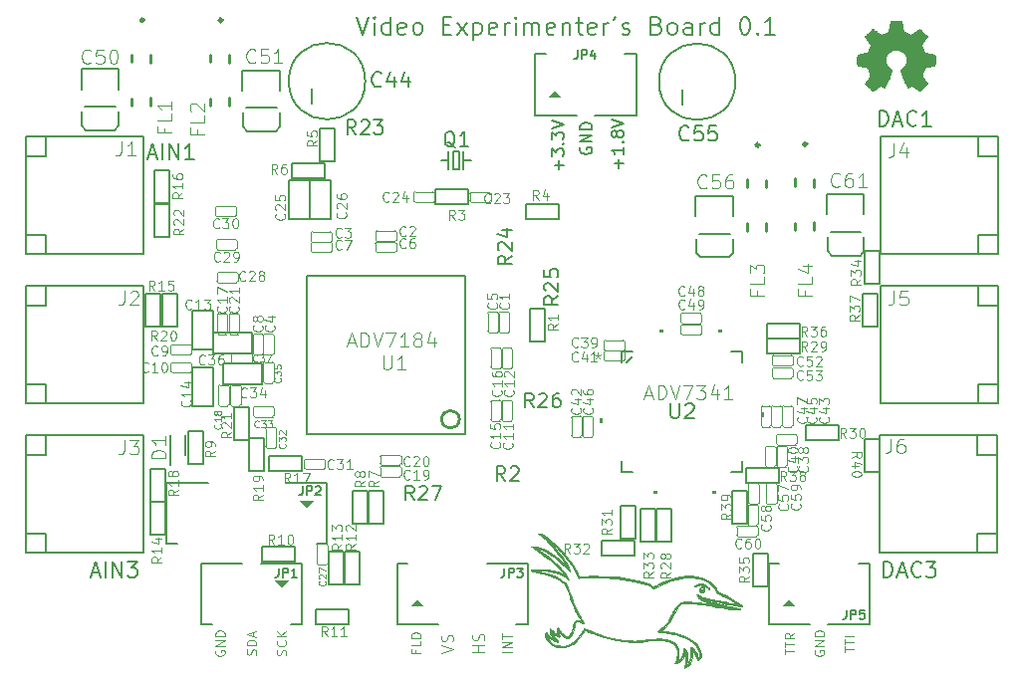
<source format=gto>
%TF.GenerationSoftware,KiCad,Pcbnew,(5.0.0-rc2-dev-279-g5b653c0c1)*%
%TF.CreationDate,2018-07-19T10:29:47+12:00*%
%TF.ProjectId,veb,7665622E6B696361645F706362000000,0.1*%
%TF.SameCoordinates,Original*%
%TF.FileFunction,Legend,Top*%
%TF.FilePolarity,Positive*%
%FSLAX46Y46*%
G04 Gerber Fmt 4.6, Leading zero omitted, Abs format (unit mm)*
G04 Created by KiCad (PCBNEW (5.0.0-rc2-dev-279-g5b653c0c1)) date 07/19/18 10:29:47*
%MOMM*%
%LPD*%
G01*
G04 APERTURE LIST*
%ADD10C,0.200000*%
%ADD11C,0.100000*%
%ADD12C,0.254000*%
%ADD13C,0.203200*%
%ADD14C,0.010000*%
%ADD15C,0.127000*%
%ADD16C,0.076200*%
%ADD17C,0.152400*%
%ADD18C,0.101600*%
%ADD19C,0.120650*%
%ADD20C,0.097790*%
%ADD21C,0.150000*%
%ADD22C,0.146304*%
G04 APERTURE END LIST*
D10*
X180205333Y-125175095D02*
X180205333Y-123875095D01*
X180514857Y-123875095D01*
X180700571Y-123937000D01*
X180824380Y-124060809D01*
X180886285Y-124184619D01*
X180948190Y-124432238D01*
X180948190Y-124617952D01*
X180886285Y-124865571D01*
X180824380Y-124989380D01*
X180700571Y-125113190D01*
X180514857Y-125175095D01*
X180205333Y-125175095D01*
X181443428Y-124803666D02*
X182062476Y-124803666D01*
X181319619Y-125175095D02*
X181752952Y-123875095D01*
X182186285Y-125175095D01*
X183362476Y-125051285D02*
X183300571Y-125113190D01*
X183114857Y-125175095D01*
X182991047Y-125175095D01*
X182805333Y-125113190D01*
X182681523Y-124989380D01*
X182619619Y-124865571D01*
X182557714Y-124617952D01*
X182557714Y-124432238D01*
X182619619Y-124184619D01*
X182681523Y-124060809D01*
X182805333Y-123937000D01*
X182991047Y-123875095D01*
X183114857Y-123875095D01*
X183300571Y-123937000D01*
X183362476Y-123998904D01*
X183795809Y-123875095D02*
X184600571Y-123875095D01*
X184167238Y-124370333D01*
X184352952Y-124370333D01*
X184476761Y-124432238D01*
X184538666Y-124494142D01*
X184600571Y-124617952D01*
X184600571Y-124927476D01*
X184538666Y-125051285D01*
X184476761Y-125113190D01*
X184352952Y-125175095D01*
X183981523Y-125175095D01*
X183857714Y-125113190D01*
X183795809Y-125051285D01*
X179824333Y-86821095D02*
X179824333Y-85521095D01*
X180133857Y-85521095D01*
X180319571Y-85583000D01*
X180443380Y-85706809D01*
X180505285Y-85830619D01*
X180567190Y-86078238D01*
X180567190Y-86263952D01*
X180505285Y-86511571D01*
X180443380Y-86635380D01*
X180319571Y-86759190D01*
X180133857Y-86821095D01*
X179824333Y-86821095D01*
X181062428Y-86449666D02*
X181681476Y-86449666D01*
X180938619Y-86821095D02*
X181371952Y-85521095D01*
X181805285Y-86821095D01*
X182981476Y-86697285D02*
X182919571Y-86759190D01*
X182733857Y-86821095D01*
X182610047Y-86821095D01*
X182424333Y-86759190D01*
X182300523Y-86635380D01*
X182238619Y-86511571D01*
X182176714Y-86263952D01*
X182176714Y-86078238D01*
X182238619Y-85830619D01*
X182300523Y-85706809D01*
X182424333Y-85583000D01*
X182610047Y-85521095D01*
X182733857Y-85521095D01*
X182919571Y-85583000D01*
X182981476Y-85644904D01*
X184219571Y-86821095D02*
X183476714Y-86821095D01*
X183848142Y-86821095D02*
X183848142Y-85521095D01*
X183724333Y-85706809D01*
X183600523Y-85830619D01*
X183476714Y-85892523D01*
X112888952Y-124803666D02*
X113508000Y-124803666D01*
X112765142Y-125175095D02*
X113198476Y-123875095D01*
X113631809Y-125175095D01*
X114065142Y-125175095D02*
X114065142Y-123875095D01*
X114684190Y-125175095D02*
X114684190Y-123875095D01*
X115427047Y-125175095D01*
X115427047Y-123875095D01*
X115922285Y-123875095D02*
X116727047Y-123875095D01*
X116293714Y-124370333D01*
X116479428Y-124370333D01*
X116603238Y-124432238D01*
X116665142Y-124494142D01*
X116727047Y-124617952D01*
X116727047Y-124927476D01*
X116665142Y-125051285D01*
X116603238Y-125113190D01*
X116479428Y-125175095D01*
X116108000Y-125175095D01*
X115984190Y-125113190D01*
X115922285Y-125051285D01*
X135400857Y-77537571D02*
X135900857Y-79037571D01*
X136400857Y-77537571D01*
X136900857Y-79037571D02*
X136900857Y-78037571D01*
X136900857Y-77537571D02*
X136829428Y-77609000D01*
X136900857Y-77680428D01*
X136972285Y-77609000D01*
X136900857Y-77537571D01*
X136900857Y-77680428D01*
X138258000Y-79037571D02*
X138258000Y-77537571D01*
X138258000Y-78966142D02*
X138115142Y-79037571D01*
X137829428Y-79037571D01*
X137686571Y-78966142D01*
X137615142Y-78894714D01*
X137543714Y-78751857D01*
X137543714Y-78323285D01*
X137615142Y-78180428D01*
X137686571Y-78109000D01*
X137829428Y-78037571D01*
X138115142Y-78037571D01*
X138258000Y-78109000D01*
X139543714Y-78966142D02*
X139400857Y-79037571D01*
X139115142Y-79037571D01*
X138972285Y-78966142D01*
X138900857Y-78823285D01*
X138900857Y-78251857D01*
X138972285Y-78109000D01*
X139115142Y-78037571D01*
X139400857Y-78037571D01*
X139543714Y-78109000D01*
X139615142Y-78251857D01*
X139615142Y-78394714D01*
X138900857Y-78537571D01*
X140472285Y-79037571D02*
X140329428Y-78966142D01*
X140258000Y-78894714D01*
X140186571Y-78751857D01*
X140186571Y-78323285D01*
X140258000Y-78180428D01*
X140329428Y-78109000D01*
X140472285Y-78037571D01*
X140686571Y-78037571D01*
X140829428Y-78109000D01*
X140900857Y-78180428D01*
X140972285Y-78323285D01*
X140972285Y-78751857D01*
X140900857Y-78894714D01*
X140829428Y-78966142D01*
X140686571Y-79037571D01*
X140472285Y-79037571D01*
X142758000Y-78251857D02*
X143258000Y-78251857D01*
X143472285Y-79037571D02*
X142758000Y-79037571D01*
X142758000Y-77537571D01*
X143472285Y-77537571D01*
X143972285Y-79037571D02*
X144758000Y-78037571D01*
X143972285Y-78037571D02*
X144758000Y-79037571D01*
X145329428Y-78037571D02*
X145329428Y-79537571D01*
X145329428Y-78109000D02*
X145472285Y-78037571D01*
X145758000Y-78037571D01*
X145900857Y-78109000D01*
X145972285Y-78180428D01*
X146043714Y-78323285D01*
X146043714Y-78751857D01*
X145972285Y-78894714D01*
X145900857Y-78966142D01*
X145758000Y-79037571D01*
X145472285Y-79037571D01*
X145329428Y-78966142D01*
X147258000Y-78966142D02*
X147115142Y-79037571D01*
X146829428Y-79037571D01*
X146686571Y-78966142D01*
X146615142Y-78823285D01*
X146615142Y-78251857D01*
X146686571Y-78109000D01*
X146829428Y-78037571D01*
X147115142Y-78037571D01*
X147258000Y-78109000D01*
X147329428Y-78251857D01*
X147329428Y-78394714D01*
X146615142Y-78537571D01*
X147972285Y-79037571D02*
X147972285Y-78037571D01*
X147972285Y-78323285D02*
X148043714Y-78180428D01*
X148115142Y-78109000D01*
X148258000Y-78037571D01*
X148400857Y-78037571D01*
X148900857Y-79037571D02*
X148900857Y-78037571D01*
X148900857Y-77537571D02*
X148829428Y-77609000D01*
X148900857Y-77680428D01*
X148972285Y-77609000D01*
X148900857Y-77537571D01*
X148900857Y-77680428D01*
X149615142Y-79037571D02*
X149615142Y-78037571D01*
X149615142Y-78180428D02*
X149686571Y-78109000D01*
X149829428Y-78037571D01*
X150043714Y-78037571D01*
X150186571Y-78109000D01*
X150258000Y-78251857D01*
X150258000Y-79037571D01*
X150258000Y-78251857D02*
X150329428Y-78109000D01*
X150472285Y-78037571D01*
X150686571Y-78037571D01*
X150829428Y-78109000D01*
X150900857Y-78251857D01*
X150900857Y-79037571D01*
X152186571Y-78966142D02*
X152043714Y-79037571D01*
X151758000Y-79037571D01*
X151615142Y-78966142D01*
X151543714Y-78823285D01*
X151543714Y-78251857D01*
X151615142Y-78109000D01*
X151758000Y-78037571D01*
X152043714Y-78037571D01*
X152186571Y-78109000D01*
X152258000Y-78251857D01*
X152258000Y-78394714D01*
X151543714Y-78537571D01*
X152900857Y-78037571D02*
X152900857Y-79037571D01*
X152900857Y-78180428D02*
X152972285Y-78109000D01*
X153115142Y-78037571D01*
X153329428Y-78037571D01*
X153472285Y-78109000D01*
X153543714Y-78251857D01*
X153543714Y-79037571D01*
X154043714Y-78037571D02*
X154615142Y-78037571D01*
X154258000Y-77537571D02*
X154258000Y-78823285D01*
X154329428Y-78966142D01*
X154472285Y-79037571D01*
X154615142Y-79037571D01*
X155686571Y-78966142D02*
X155543714Y-79037571D01*
X155258000Y-79037571D01*
X155115142Y-78966142D01*
X155043714Y-78823285D01*
X155043714Y-78251857D01*
X155115142Y-78109000D01*
X155258000Y-78037571D01*
X155543714Y-78037571D01*
X155686571Y-78109000D01*
X155758000Y-78251857D01*
X155758000Y-78394714D01*
X155043714Y-78537571D01*
X156400857Y-79037571D02*
X156400857Y-78037571D01*
X156400857Y-78323285D02*
X156472285Y-78180428D01*
X156543714Y-78109000D01*
X156686571Y-78037571D01*
X156829428Y-78037571D01*
X157400857Y-77537571D02*
X157258000Y-77823285D01*
X157972285Y-78966142D02*
X158115142Y-79037571D01*
X158400857Y-79037571D01*
X158543714Y-78966142D01*
X158615142Y-78823285D01*
X158615142Y-78751857D01*
X158543714Y-78609000D01*
X158400857Y-78537571D01*
X158186571Y-78537571D01*
X158043714Y-78466142D01*
X157972285Y-78323285D01*
X157972285Y-78251857D01*
X158043714Y-78109000D01*
X158186571Y-78037571D01*
X158400857Y-78037571D01*
X158543714Y-78109000D01*
X160900857Y-78251857D02*
X161115142Y-78323285D01*
X161186571Y-78394714D01*
X161258000Y-78537571D01*
X161258000Y-78751857D01*
X161186571Y-78894714D01*
X161115142Y-78966142D01*
X160972285Y-79037571D01*
X160400857Y-79037571D01*
X160400857Y-77537571D01*
X160900857Y-77537571D01*
X161043714Y-77609000D01*
X161115142Y-77680428D01*
X161186571Y-77823285D01*
X161186571Y-77966142D01*
X161115142Y-78109000D01*
X161043714Y-78180428D01*
X160900857Y-78251857D01*
X160400857Y-78251857D01*
X162115142Y-79037571D02*
X161972285Y-78966142D01*
X161900857Y-78894714D01*
X161829428Y-78751857D01*
X161829428Y-78323285D01*
X161900857Y-78180428D01*
X161972285Y-78109000D01*
X162115142Y-78037571D01*
X162329428Y-78037571D01*
X162472285Y-78109000D01*
X162543714Y-78180428D01*
X162615142Y-78323285D01*
X162615142Y-78751857D01*
X162543714Y-78894714D01*
X162472285Y-78966142D01*
X162329428Y-79037571D01*
X162115142Y-79037571D01*
X163900857Y-79037571D02*
X163900857Y-78251857D01*
X163829428Y-78109000D01*
X163686571Y-78037571D01*
X163400857Y-78037571D01*
X163258000Y-78109000D01*
X163900857Y-78966142D02*
X163758000Y-79037571D01*
X163400857Y-79037571D01*
X163258000Y-78966142D01*
X163186571Y-78823285D01*
X163186571Y-78680428D01*
X163258000Y-78537571D01*
X163400857Y-78466142D01*
X163758000Y-78466142D01*
X163900857Y-78394714D01*
X164615142Y-79037571D02*
X164615142Y-78037571D01*
X164615142Y-78323285D02*
X164686571Y-78180428D01*
X164758000Y-78109000D01*
X164900857Y-78037571D01*
X165043714Y-78037571D01*
X166186571Y-79037571D02*
X166186571Y-77537571D01*
X166186571Y-78966142D02*
X166043714Y-79037571D01*
X165758000Y-79037571D01*
X165615142Y-78966142D01*
X165543714Y-78894714D01*
X165472285Y-78751857D01*
X165472285Y-78323285D01*
X165543714Y-78180428D01*
X165615142Y-78109000D01*
X165758000Y-78037571D01*
X166043714Y-78037571D01*
X166186571Y-78109000D01*
X168329428Y-77537571D02*
X168472285Y-77537571D01*
X168615142Y-77609000D01*
X168686571Y-77680428D01*
X168758000Y-77823285D01*
X168829428Y-78109000D01*
X168829428Y-78466142D01*
X168758000Y-78751857D01*
X168686571Y-78894714D01*
X168615142Y-78966142D01*
X168472285Y-79037571D01*
X168329428Y-79037571D01*
X168186571Y-78966142D01*
X168115142Y-78894714D01*
X168043714Y-78751857D01*
X167972285Y-78466142D01*
X167972285Y-78109000D01*
X168043714Y-77823285D01*
X168115142Y-77680428D01*
X168186571Y-77609000D01*
X168329428Y-77537571D01*
X169472285Y-78894714D02*
X169543714Y-78966142D01*
X169472285Y-79037571D01*
X169400857Y-78966142D01*
X169472285Y-78894714D01*
X169472285Y-79037571D01*
X170972285Y-79037571D02*
X170115142Y-79037571D01*
X170543714Y-79037571D02*
X170543714Y-77537571D01*
X170400857Y-77751857D01*
X170258000Y-77894714D01*
X170115142Y-77966142D01*
X117714952Y-89243666D02*
X118334000Y-89243666D01*
X117591142Y-89615095D02*
X118024476Y-88315095D01*
X118457809Y-89615095D01*
X118891142Y-89615095D02*
X118891142Y-88315095D01*
X119510190Y-89615095D02*
X119510190Y-88315095D01*
X120253047Y-89615095D01*
X120253047Y-88315095D01*
X121553047Y-89615095D02*
X120810190Y-89615095D01*
X121181619Y-89615095D02*
X121181619Y-88315095D01*
X121057809Y-88500809D01*
X120934000Y-88624619D01*
X120810190Y-88686523D01*
D11*
X129355809Y-131838571D02*
X129393904Y-131724285D01*
X129393904Y-131533809D01*
X129355809Y-131457619D01*
X129317714Y-131419523D01*
X129241523Y-131381428D01*
X129165333Y-131381428D01*
X129089142Y-131419523D01*
X129051047Y-131457619D01*
X129012952Y-131533809D01*
X128974857Y-131686190D01*
X128936761Y-131762380D01*
X128898666Y-131800476D01*
X128822476Y-131838571D01*
X128746285Y-131838571D01*
X128670095Y-131800476D01*
X128632000Y-131762380D01*
X128593904Y-131686190D01*
X128593904Y-131495714D01*
X128632000Y-131381428D01*
X129317714Y-130581428D02*
X129355809Y-130619523D01*
X129393904Y-130733809D01*
X129393904Y-130810000D01*
X129355809Y-130924285D01*
X129279619Y-131000476D01*
X129203428Y-131038571D01*
X129051047Y-131076666D01*
X128936761Y-131076666D01*
X128784380Y-131038571D01*
X128708190Y-131000476D01*
X128632000Y-130924285D01*
X128593904Y-130810000D01*
X128593904Y-130733809D01*
X128632000Y-130619523D01*
X128670095Y-130581428D01*
X129393904Y-130238571D02*
X128593904Y-130238571D01*
X129393904Y-129781428D02*
X128936761Y-130124285D01*
X128593904Y-129781428D02*
X129051047Y-130238571D01*
X126815809Y-131781428D02*
X126853904Y-131667142D01*
X126853904Y-131476666D01*
X126815809Y-131400476D01*
X126777714Y-131362380D01*
X126701523Y-131324285D01*
X126625333Y-131324285D01*
X126549142Y-131362380D01*
X126511047Y-131400476D01*
X126472952Y-131476666D01*
X126434857Y-131629047D01*
X126396761Y-131705238D01*
X126358666Y-131743333D01*
X126282476Y-131781428D01*
X126206285Y-131781428D01*
X126130095Y-131743333D01*
X126092000Y-131705238D01*
X126053904Y-131629047D01*
X126053904Y-131438571D01*
X126092000Y-131324285D01*
X126853904Y-130981428D02*
X126053904Y-130981428D01*
X126053904Y-130790952D01*
X126092000Y-130676666D01*
X126168190Y-130600476D01*
X126244380Y-130562380D01*
X126396761Y-130524285D01*
X126511047Y-130524285D01*
X126663428Y-130562380D01*
X126739619Y-130600476D01*
X126815809Y-130676666D01*
X126853904Y-130790952D01*
X126853904Y-130981428D01*
X126625333Y-130219523D02*
X126625333Y-129838571D01*
X126853904Y-130295714D02*
X126053904Y-130029047D01*
X126853904Y-129762380D01*
X123425000Y-131419523D02*
X123386904Y-131495714D01*
X123386904Y-131610000D01*
X123425000Y-131724285D01*
X123501190Y-131800476D01*
X123577380Y-131838571D01*
X123729761Y-131876666D01*
X123844047Y-131876666D01*
X123996428Y-131838571D01*
X124072619Y-131800476D01*
X124148809Y-131724285D01*
X124186904Y-131610000D01*
X124186904Y-131533809D01*
X124148809Y-131419523D01*
X124110714Y-131381428D01*
X123844047Y-131381428D01*
X123844047Y-131533809D01*
X124186904Y-131038571D02*
X123386904Y-131038571D01*
X124186904Y-130581428D01*
X123386904Y-130581428D01*
X124186904Y-130200476D02*
X123386904Y-130200476D01*
X123386904Y-130010000D01*
X123425000Y-129895714D01*
X123501190Y-129819523D01*
X123577380Y-129781428D01*
X123729761Y-129743333D01*
X123844047Y-129743333D01*
X123996428Y-129781428D01*
X124072619Y-129819523D01*
X124148809Y-129895714D01*
X124186904Y-130010000D01*
X124186904Y-130200476D01*
X148570904Y-131533809D02*
X147770904Y-131533809D01*
X148570904Y-131152857D02*
X147770904Y-131152857D01*
X148570904Y-130695714D01*
X147770904Y-130695714D01*
X147770904Y-130429047D02*
X147770904Y-129971904D01*
X148570904Y-130200476D02*
X147770904Y-130200476D01*
X146248380Y-131571904D02*
X145248380Y-131571904D01*
X145724571Y-131571904D02*
X145724571Y-131000476D01*
X146248380Y-131000476D02*
X145248380Y-131000476D01*
X146200761Y-130571904D02*
X146248380Y-130429047D01*
X146248380Y-130190952D01*
X146200761Y-130095714D01*
X146153142Y-130048095D01*
X146057904Y-130000476D01*
X145962666Y-130000476D01*
X145867428Y-130048095D01*
X145819809Y-130095714D01*
X145772190Y-130190952D01*
X145724571Y-130381428D01*
X145676952Y-130476666D01*
X145629333Y-130524285D01*
X145534095Y-130571904D01*
X145438857Y-130571904D01*
X145343619Y-130524285D01*
X145296000Y-130476666D01*
X145248380Y-130381428D01*
X145248380Y-130143333D01*
X145296000Y-130000476D01*
X142581380Y-131619523D02*
X143581380Y-131286190D01*
X142581380Y-130952857D01*
X143533761Y-130667142D02*
X143581380Y-130524285D01*
X143581380Y-130286190D01*
X143533761Y-130190952D01*
X143486142Y-130143333D01*
X143390904Y-130095714D01*
X143295666Y-130095714D01*
X143200428Y-130143333D01*
X143152809Y-130190952D01*
X143105190Y-130286190D01*
X143057571Y-130476666D01*
X143009952Y-130571904D01*
X142962333Y-130619523D01*
X142867095Y-130667142D01*
X142771857Y-130667142D01*
X142676619Y-130619523D01*
X142629000Y-130571904D01*
X142581380Y-130476666D01*
X142581380Y-130238571D01*
X142629000Y-130095714D01*
X140404857Y-131419523D02*
X140404857Y-131686190D01*
X140823904Y-131686190D02*
X140023904Y-131686190D01*
X140023904Y-131305238D01*
X140823904Y-130619523D02*
X140823904Y-131000476D01*
X140023904Y-131000476D01*
X140823904Y-130352857D02*
X140023904Y-130352857D01*
X140023904Y-130162380D01*
X140062000Y-130048095D01*
X140138190Y-129971904D01*
X140214380Y-129933809D01*
X140366761Y-129895714D01*
X140481047Y-129895714D01*
X140633428Y-129933809D01*
X140709619Y-129971904D01*
X140785809Y-130048095D01*
X140823904Y-130162380D01*
X140823904Y-130352857D01*
X174352000Y-131419523D02*
X174313904Y-131495714D01*
X174313904Y-131610000D01*
X174352000Y-131724285D01*
X174428190Y-131800476D01*
X174504380Y-131838571D01*
X174656761Y-131876666D01*
X174771047Y-131876666D01*
X174923428Y-131838571D01*
X174999619Y-131800476D01*
X175075809Y-131724285D01*
X175113904Y-131610000D01*
X175113904Y-131533809D01*
X175075809Y-131419523D01*
X175037714Y-131381428D01*
X174771047Y-131381428D01*
X174771047Y-131533809D01*
X175113904Y-131038571D02*
X174313904Y-131038571D01*
X175113904Y-130581428D01*
X174313904Y-130581428D01*
X175113904Y-130200476D02*
X174313904Y-130200476D01*
X174313904Y-130010000D01*
X174352000Y-129895714D01*
X174428190Y-129819523D01*
X174504380Y-129781428D01*
X174656761Y-129743333D01*
X174771047Y-129743333D01*
X174923428Y-129781428D01*
X174999619Y-129819523D01*
X175075809Y-129895714D01*
X175113904Y-130010000D01*
X175113904Y-130200476D01*
X176853904Y-131533809D02*
X176853904Y-131076666D01*
X177653904Y-131305238D02*
X176853904Y-131305238D01*
X176853904Y-130924285D02*
X176853904Y-130467142D01*
X177653904Y-130695714D02*
X176853904Y-130695714D01*
X177653904Y-130200476D02*
X176853904Y-130200476D01*
X171773904Y-131743333D02*
X171773904Y-131286190D01*
X172573904Y-131514761D02*
X171773904Y-131514761D01*
X171773904Y-131133809D02*
X171773904Y-130676666D01*
X172573904Y-130905238D02*
X171773904Y-130905238D01*
X172573904Y-129952857D02*
X172192952Y-130219523D01*
X172573904Y-130410000D02*
X171773904Y-130410000D01*
X171773904Y-130105238D01*
X171812000Y-130029047D01*
X171850095Y-129990952D01*
X171926285Y-129952857D01*
X172040571Y-129952857D01*
X172116761Y-129990952D01*
X172154857Y-130029047D01*
X172192952Y-130105238D01*
X172192952Y-130410000D01*
D10*
X154440000Y-88645904D02*
X154392380Y-88741142D01*
X154392380Y-88884000D01*
X154440000Y-89026857D01*
X154535238Y-89122095D01*
X154630476Y-89169714D01*
X154820952Y-89217333D01*
X154963809Y-89217333D01*
X155154285Y-89169714D01*
X155249523Y-89122095D01*
X155344761Y-89026857D01*
X155392380Y-88884000D01*
X155392380Y-88788761D01*
X155344761Y-88645904D01*
X155297142Y-88598285D01*
X154963809Y-88598285D01*
X154963809Y-88788761D01*
X155392380Y-88169714D02*
X154392380Y-88169714D01*
X155392380Y-87598285D01*
X154392380Y-87598285D01*
X155392380Y-87122095D02*
X154392380Y-87122095D01*
X154392380Y-86884000D01*
X154440000Y-86741142D01*
X154535238Y-86645904D01*
X154630476Y-86598285D01*
X154820952Y-86550666D01*
X154963809Y-86550666D01*
X155154285Y-86598285D01*
X155249523Y-86645904D01*
X155344761Y-86741142D01*
X155392380Y-86884000D01*
X155392380Y-87122095D01*
X157678428Y-90392000D02*
X157678428Y-89630095D01*
X158059380Y-90011047D02*
X157297476Y-90011047D01*
X158059380Y-88630095D02*
X158059380Y-89201523D01*
X158059380Y-88915809D02*
X157059380Y-88915809D01*
X157202238Y-89011047D01*
X157297476Y-89106285D01*
X157345095Y-89201523D01*
X157964142Y-88201523D02*
X158011761Y-88153904D01*
X158059380Y-88201523D01*
X158011761Y-88249142D01*
X157964142Y-88201523D01*
X158059380Y-88201523D01*
X157487952Y-87582476D02*
X157440333Y-87677714D01*
X157392714Y-87725333D01*
X157297476Y-87772952D01*
X157249857Y-87772952D01*
X157154619Y-87725333D01*
X157107000Y-87677714D01*
X157059380Y-87582476D01*
X157059380Y-87392000D01*
X157107000Y-87296761D01*
X157154619Y-87249142D01*
X157249857Y-87201523D01*
X157297476Y-87201523D01*
X157392714Y-87249142D01*
X157440333Y-87296761D01*
X157487952Y-87392000D01*
X157487952Y-87582476D01*
X157535571Y-87677714D01*
X157583190Y-87725333D01*
X157678428Y-87772952D01*
X157868904Y-87772952D01*
X157964142Y-87725333D01*
X158011761Y-87677714D01*
X158059380Y-87582476D01*
X158059380Y-87392000D01*
X158011761Y-87296761D01*
X157964142Y-87249142D01*
X157868904Y-87201523D01*
X157678428Y-87201523D01*
X157583190Y-87249142D01*
X157535571Y-87296761D01*
X157487952Y-87392000D01*
X157059380Y-86915809D02*
X158059380Y-86582476D01*
X157059380Y-86249142D01*
X152598428Y-90519000D02*
X152598428Y-89757095D01*
X152979380Y-90138047D02*
X152217476Y-90138047D01*
X151979380Y-89376142D02*
X151979380Y-88757095D01*
X152360333Y-89090428D01*
X152360333Y-88947571D01*
X152407952Y-88852333D01*
X152455571Y-88804714D01*
X152550809Y-88757095D01*
X152788904Y-88757095D01*
X152884142Y-88804714D01*
X152931761Y-88852333D01*
X152979380Y-88947571D01*
X152979380Y-89233285D01*
X152931761Y-89328523D01*
X152884142Y-89376142D01*
X152884142Y-88328523D02*
X152931761Y-88280904D01*
X152979380Y-88328523D01*
X152931761Y-88376142D01*
X152884142Y-88328523D01*
X152979380Y-88328523D01*
X151979380Y-87947571D02*
X151979380Y-87328523D01*
X152360333Y-87661857D01*
X152360333Y-87519000D01*
X152407952Y-87423761D01*
X152455571Y-87376142D01*
X152550809Y-87328523D01*
X152788904Y-87328523D01*
X152884142Y-87376142D01*
X152931761Y-87423761D01*
X152979380Y-87519000D01*
X152979380Y-87804714D01*
X152931761Y-87899952D01*
X152884142Y-87947571D01*
X151979380Y-87042809D02*
X152979380Y-86709476D01*
X151979380Y-86376142D01*
D12*
X144121200Y-111768700D02*
G75*
G03X144121200Y-111768700I-750000J0D01*
G01*
D13*
X144581100Y-112988600D02*
X131161100Y-112988600D01*
X144581100Y-99558600D02*
X144581100Y-112988600D01*
X131161100Y-99558600D02*
X144581100Y-99558600D01*
X131161100Y-112988600D02*
X131161100Y-99558600D01*
D14*
G36*
X164855860Y-125750667D02*
X164966943Y-125796698D01*
X165093274Y-125867403D01*
X165206414Y-125946824D01*
X165296585Y-126026236D01*
X165354008Y-126096915D01*
X165368902Y-126150138D01*
X165367669Y-126154181D01*
X165346695Y-126191466D01*
X165316457Y-126196862D01*
X165266017Y-126166959D01*
X165184436Y-126098347D01*
X165182177Y-126096348D01*
X165033773Y-125986193D01*
X164873588Y-125902880D01*
X164719643Y-125854693D01*
X164637676Y-125846086D01*
X164536238Y-125859035D01*
X164413983Y-125892935D01*
X164340462Y-125921448D01*
X164212249Y-125969357D01*
X164129822Y-125979486D01*
X164093398Y-125951823D01*
X164091471Y-125936809D01*
X164116210Y-125909195D01*
X164181248Y-125865341D01*
X164272813Y-125814470D01*
X164278236Y-125811707D01*
X164477718Y-125734876D01*
X164667304Y-125714594D01*
X164855860Y-125750667D01*
X164855860Y-125750667D01*
G37*
X164855860Y-125750667D02*
X164966943Y-125796698D01*
X165093274Y-125867403D01*
X165206414Y-125946824D01*
X165296585Y-126026236D01*
X165354008Y-126096915D01*
X165368902Y-126150138D01*
X165367669Y-126154181D01*
X165346695Y-126191466D01*
X165316457Y-126196862D01*
X165266017Y-126166959D01*
X165184436Y-126098347D01*
X165182177Y-126096348D01*
X165033773Y-125986193D01*
X164873588Y-125902880D01*
X164719643Y-125854693D01*
X164637676Y-125846086D01*
X164536238Y-125859035D01*
X164413983Y-125892935D01*
X164340462Y-125921448D01*
X164212249Y-125969357D01*
X164129822Y-125979486D01*
X164093398Y-125951823D01*
X164091471Y-125936809D01*
X164116210Y-125909195D01*
X164181248Y-125865341D01*
X164272813Y-125814470D01*
X164278236Y-125811707D01*
X164477718Y-125734876D01*
X164667304Y-125714594D01*
X164855860Y-125750667D01*
G36*
X164828777Y-126018973D02*
X164903347Y-126080716D01*
X164949491Y-126176199D01*
X164958059Y-126249206D01*
X164934776Y-126361463D01*
X164872929Y-126448677D01*
X164784520Y-126496966D01*
X164739243Y-126502297D01*
X164656078Y-126492962D01*
X164595919Y-126473123D01*
X164529415Y-126402536D01*
X164496448Y-126299479D01*
X164500163Y-126230842D01*
X164564811Y-126230842D01*
X164574350Y-126320789D01*
X164575273Y-126323304D01*
X164622997Y-126404358D01*
X164696036Y-126438165D01*
X164748883Y-126441089D01*
X164801010Y-126438661D01*
X164795549Y-126429011D01*
X164756353Y-126412628D01*
X164709083Y-126368735D01*
X164838530Y-126368735D01*
X164853471Y-126383676D01*
X164868412Y-126368735D01*
X164853471Y-126353794D01*
X164838530Y-126368735D01*
X164709083Y-126368735D01*
X164704325Y-126364317D01*
X164688645Y-126292654D01*
X164713123Y-126224415D01*
X164727473Y-126209751D01*
X164780383Y-126193906D01*
X164834232Y-126235682D01*
X164862587Y-126279088D01*
X164887494Y-126317882D01*
X164896105Y-126303934D01*
X164897386Y-126263325D01*
X164876479Y-126164536D01*
X164820436Y-126092371D01*
X164743201Y-126056767D01*
X164658720Y-126067664D01*
X164638312Y-126078683D01*
X164588582Y-126140630D01*
X164564811Y-126230842D01*
X164500163Y-126230842D01*
X164502680Y-126184348D01*
X164509320Y-126161087D01*
X164566050Y-126062030D01*
X164646973Y-126007047D01*
X164738934Y-125993556D01*
X164828777Y-126018973D01*
X164828777Y-126018973D01*
G37*
X164828777Y-126018973D02*
X164903347Y-126080716D01*
X164949491Y-126176199D01*
X164958059Y-126249206D01*
X164934776Y-126361463D01*
X164872929Y-126448677D01*
X164784520Y-126496966D01*
X164739243Y-126502297D01*
X164656078Y-126492962D01*
X164595919Y-126473123D01*
X164529415Y-126402536D01*
X164496448Y-126299479D01*
X164500163Y-126230842D01*
X164564811Y-126230842D01*
X164574350Y-126320789D01*
X164575273Y-126323304D01*
X164622997Y-126404358D01*
X164696036Y-126438165D01*
X164748883Y-126441089D01*
X164801010Y-126438661D01*
X164795549Y-126429011D01*
X164756353Y-126412628D01*
X164709083Y-126368735D01*
X164838530Y-126368735D01*
X164853471Y-126383676D01*
X164868412Y-126368735D01*
X164853471Y-126353794D01*
X164838530Y-126368735D01*
X164709083Y-126368735D01*
X164704325Y-126364317D01*
X164688645Y-126292654D01*
X164713123Y-126224415D01*
X164727473Y-126209751D01*
X164780383Y-126193906D01*
X164834232Y-126235682D01*
X164862587Y-126279088D01*
X164887494Y-126317882D01*
X164896105Y-126303934D01*
X164897386Y-126263325D01*
X164876479Y-126164536D01*
X164820436Y-126092371D01*
X164743201Y-126056767D01*
X164658720Y-126067664D01*
X164638312Y-126078683D01*
X164588582Y-126140630D01*
X164564811Y-126230842D01*
X164500163Y-126230842D01*
X164502680Y-126184348D01*
X164509320Y-126161087D01*
X164566050Y-126062030D01*
X164646973Y-126007047D01*
X164738934Y-125993556D01*
X164828777Y-126018973D01*
G36*
X151053535Y-121504037D02*
X151221716Y-121568214D01*
X151420312Y-121680279D01*
X151630098Y-121826214D01*
X152013016Y-122135079D01*
X152393230Y-122484132D01*
X152763114Y-122864242D01*
X153115045Y-123266279D01*
X153441398Y-123681113D01*
X153734548Y-124099613D01*
X153986872Y-124512650D01*
X154171584Y-124869663D01*
X154294472Y-125131900D01*
X154583619Y-125107847D01*
X154739243Y-125098577D01*
X154943408Y-125091948D01*
X155184952Y-125087881D01*
X155452715Y-125086295D01*
X155735535Y-125087110D01*
X156022249Y-125090246D01*
X156301697Y-125095624D01*
X156562718Y-125103162D01*
X156794148Y-125112781D01*
X156984828Y-125124401D01*
X156994412Y-125125136D01*
X157486369Y-125169864D01*
X157961645Y-125225838D01*
X158415171Y-125291944D01*
X158841874Y-125367069D01*
X159236686Y-125450099D01*
X159594534Y-125539921D01*
X159910349Y-125635422D01*
X160179060Y-125735488D01*
X160395597Y-125839005D01*
X160481368Y-125890817D01*
X160556065Y-125936008D01*
X160612190Y-125962464D01*
X160625020Y-125965323D01*
X160662841Y-125952587D01*
X160741759Y-125918035D01*
X160849711Y-125867159D01*
X160957691Y-125813971D01*
X161475344Y-125575446D01*
X161983182Y-125383474D01*
X162478425Y-125238156D01*
X162958296Y-125139592D01*
X163420015Y-125087883D01*
X163860803Y-125083129D01*
X164277882Y-125125430D01*
X164668473Y-125214887D01*
X165029798Y-125351600D01*
X165359078Y-125535670D01*
X165515723Y-125649349D01*
X165683103Y-125792725D01*
X165812258Y-125932610D01*
X165919925Y-126088995D01*
X165989688Y-126215517D01*
X166080023Y-126391424D01*
X166602276Y-126672778D01*
X166955651Y-126864370D01*
X167257696Y-127030850D01*
X167510660Y-127173586D01*
X167716792Y-127293947D01*
X167878341Y-127393302D01*
X167997555Y-127473019D01*
X168076683Y-127534466D01*
X168117972Y-127579013D01*
X168125589Y-127599915D01*
X168112764Y-127636948D01*
X168069307Y-127655961D01*
X167987741Y-127657463D01*
X167860591Y-127641962D01*
X167759693Y-127624781D01*
X167478083Y-127573052D01*
X167183000Y-127517561D01*
X166880999Y-127459642D01*
X166578633Y-127400629D01*
X166282457Y-127341858D01*
X165999023Y-127284661D01*
X165734887Y-127230375D01*
X165496602Y-127180334D01*
X165290721Y-127135872D01*
X165123798Y-127098324D01*
X165002388Y-127069024D01*
X164933044Y-127049307D01*
X164932216Y-127049014D01*
X164900261Y-127043946D01*
X164902464Y-127052947D01*
X164951669Y-127082512D01*
X165053150Y-127123046D01*
X165200772Y-127172870D01*
X165388399Y-127230303D01*
X165609896Y-127293667D01*
X165859127Y-127361282D01*
X166129959Y-127431469D01*
X166416255Y-127502548D01*
X166711880Y-127572839D01*
X167010699Y-127640664D01*
X167199236Y-127681671D01*
X167434355Y-127732281D01*
X167617088Y-127772916D01*
X167753611Y-127805532D01*
X167850098Y-127832083D01*
X167912726Y-127854525D01*
X167947669Y-127874813D01*
X167961105Y-127894901D01*
X167959207Y-127916745D01*
X167957450Y-127921709D01*
X167925890Y-127947767D01*
X167854216Y-127962243D01*
X167740359Y-127964889D01*
X167582251Y-127955462D01*
X167377824Y-127933716D01*
X167125012Y-127899406D01*
X166821746Y-127852286D01*
X166465958Y-127792111D01*
X166055581Y-127718637D01*
X165720059Y-127656407D01*
X165537252Y-127623794D01*
X166272883Y-127623794D01*
X166287824Y-127638735D01*
X166302765Y-127623794D01*
X166287824Y-127608853D01*
X166272883Y-127623794D01*
X165537252Y-127623794D01*
X165413457Y-127601709D01*
X166136432Y-127601709D01*
X166165804Y-127606494D01*
X166204562Y-127601000D01*
X166205025Y-127590799D01*
X166165031Y-127583665D01*
X166147750Y-127588440D01*
X166136432Y-127601709D01*
X165413457Y-127601709D01*
X165293737Y-127580351D01*
X164907239Y-127520531D01*
X164543472Y-127474951D01*
X164185345Y-127441612D01*
X163815766Y-127418518D01*
X163609352Y-127409747D01*
X163419327Y-127403143D01*
X163279053Y-127399753D01*
X163178568Y-127400310D01*
X163107912Y-127405550D01*
X163057123Y-127416208D01*
X163016237Y-127433017D01*
X162975653Y-127456493D01*
X162871658Y-127532467D01*
X162771197Y-127632193D01*
X162669306Y-127762539D01*
X162561022Y-127930371D01*
X162441383Y-128142557D01*
X162342307Y-128332783D01*
X162253694Y-128505249D01*
X162167202Y-128669949D01*
X162089066Y-128815275D01*
X162025522Y-128929619D01*
X161984732Y-128998382D01*
X161831388Y-129206422D01*
X161645880Y-129408097D01*
X161450636Y-129579349D01*
X161425165Y-129598524D01*
X161333515Y-129671200D01*
X161294531Y-129718916D01*
X161309031Y-129746438D01*
X161377833Y-129758534D01*
X161452962Y-129760382D01*
X161621974Y-129770123D01*
X161833253Y-129797326D01*
X162072926Y-129838960D01*
X162327119Y-129891997D01*
X162581956Y-129953407D01*
X162823564Y-130020160D01*
X163038070Y-130089225D01*
X163148071Y-130130547D01*
X163454690Y-130272521D01*
X163742952Y-130441549D01*
X164003177Y-130630404D01*
X164225684Y-130831860D01*
X164400794Y-131038690D01*
X164438061Y-131093537D01*
X164548151Y-131297439D01*
X164620268Y-131502435D01*
X164653856Y-131699764D01*
X164648361Y-131880664D01*
X164603227Y-132036375D01*
X164517899Y-132158134D01*
X164506205Y-132168929D01*
X164432987Y-132227858D01*
X164381727Y-132247290D01*
X164343324Y-132222309D01*
X164308679Y-132148000D01*
X164276041Y-132044599D01*
X164205438Y-131834615D01*
X164124833Y-131645157D01*
X164041072Y-131491277D01*
X163994208Y-131424842D01*
X163927118Y-131341183D01*
X163925029Y-131663900D01*
X163904067Y-131964963D01*
X163846521Y-132232462D01*
X163754261Y-132461706D01*
X163629157Y-132648007D01*
X163478883Y-132782786D01*
X163387428Y-132836772D01*
X163305534Y-132871575D01*
X163246818Y-132882717D01*
X163224883Y-132866363D01*
X163231502Y-132828637D01*
X163249221Y-132747332D01*
X163274833Y-132636895D01*
X163288655Y-132579153D01*
X163317251Y-132430076D01*
X163338233Y-132259231D01*
X163351064Y-132081271D01*
X163355207Y-131910850D01*
X163350125Y-131762624D01*
X163335280Y-131651247D01*
X163324041Y-131613984D01*
X163305404Y-131575816D01*
X163292709Y-131578185D01*
X163280964Y-131628205D01*
X163271616Y-131688690D01*
X163209839Y-131923594D01*
X163099358Y-132124495D01*
X162941843Y-132289550D01*
X162738963Y-132416916D01*
X162545059Y-132490453D01*
X162459053Y-132513842D01*
X162402070Y-132526076D01*
X162388177Y-132525892D01*
X162403499Y-132497667D01*
X162443313Y-132434761D01*
X162489024Y-132365706D01*
X162529795Y-132302893D01*
X162558459Y-132247779D01*
X162577904Y-132187314D01*
X162591019Y-132108450D01*
X162600694Y-131998137D01*
X162609816Y-131843328D01*
X162611468Y-131812613D01*
X162619492Y-131631402D01*
X162620800Y-131495679D01*
X162614769Y-131391477D01*
X162600773Y-131304830D01*
X162586227Y-131248258D01*
X162509315Y-131063729D01*
X162393136Y-130907549D01*
X162236149Y-130779431D01*
X162036812Y-130679090D01*
X161793586Y-130606240D01*
X161504927Y-130560596D01*
X161169296Y-130541870D01*
X160785151Y-130549779D01*
X160350950Y-130584034D01*
X159865154Y-130644352D01*
X159571479Y-130689168D01*
X159372360Y-130718562D01*
X159208170Y-130735197D01*
X159055777Y-130740482D01*
X158892049Y-130735828D01*
X158847118Y-130733306D01*
X158138419Y-130669833D01*
X157453585Y-130564864D01*
X156781252Y-130415701D01*
X156110053Y-130219643D01*
X155428625Y-129973993D01*
X155119079Y-129848009D01*
X154964169Y-129784411D01*
X154855477Y-129744051D01*
X154785179Y-129724651D01*
X154745448Y-129723933D01*
X154730617Y-129734922D01*
X154706321Y-129776688D01*
X154659554Y-129857157D01*
X154597857Y-129963349D01*
X154550855Y-130044265D01*
X154368219Y-130312962D01*
X154139192Y-130571084D01*
X154012827Y-130694449D01*
X153906601Y-130785682D01*
X153802074Y-130858294D01*
X153680802Y-130925795D01*
X153601310Y-130965143D01*
X153314569Y-131082612D01*
X153043091Y-131148236D01*
X152774973Y-131163402D01*
X152498309Y-131129498D01*
X152395083Y-131105741D01*
X152133185Y-131016617D01*
X151905031Y-130894329D01*
X151715437Y-130743843D01*
X151569218Y-130570124D01*
X151471188Y-130378138D01*
X151426162Y-130172850D01*
X151423746Y-130104029D01*
X151428405Y-129996974D01*
X151438550Y-129907627D01*
X151448162Y-129867008D01*
X151465020Y-129839775D01*
X151488765Y-129846946D01*
X151528869Y-129894874D01*
X151563901Y-129944641D01*
X151656034Y-130059699D01*
X151777208Y-130185568D01*
X151908998Y-130304915D01*
X152032973Y-130400412D01*
X152080635Y-130430603D01*
X152180765Y-130488235D01*
X152041658Y-130311073D01*
X151924233Y-130145942D01*
X151850654Y-130001754D01*
X151815355Y-129865829D01*
X151810232Y-129783754D01*
X151813068Y-129661194D01*
X151825025Y-129590081D01*
X151852701Y-129569016D01*
X151902694Y-129596600D01*
X151981602Y-129671433D01*
X152041964Y-129734607D01*
X152137524Y-129832983D01*
X152227343Y-129920372D01*
X152297369Y-129983301D01*
X152319054Y-130000317D01*
X152399574Y-130057652D01*
X152400994Y-129826841D01*
X152405042Y-129702684D01*
X152414377Y-129591340D01*
X152427059Y-129515225D01*
X152428353Y-129510687D01*
X152454292Y-129425345D01*
X152541343Y-129585393D01*
X152613252Y-129699903D01*
X152703895Y-129821149D01*
X152760861Y-129887147D01*
X152850832Y-129972671D01*
X152959447Y-130060127D01*
X153074087Y-130141172D01*
X153182131Y-130207460D01*
X153270961Y-130250645D01*
X153327958Y-130262383D01*
X153328212Y-130262336D01*
X153364853Y-130234068D01*
X153422297Y-130166018D01*
X153491138Y-130069971D01*
X153531734Y-130007431D01*
X153655731Y-129778101D01*
X153739375Y-129543778D01*
X153790178Y-129282103D01*
X153798097Y-129214854D01*
X153817053Y-129100040D01*
X153852317Y-129016839D01*
X153915883Y-128937257D01*
X153917979Y-128935029D01*
X153973562Y-128878800D01*
X154019947Y-128847480D01*
X154076585Y-128835057D01*
X154162927Y-128835523D01*
X154228722Y-128839016D01*
X154337134Y-128844345D01*
X154396356Y-128842896D01*
X154416842Y-128831650D01*
X154409048Y-128807589D01*
X154398027Y-128790135D01*
X154272282Y-128592786D01*
X154158974Y-128402072D01*
X154053948Y-128209107D01*
X153953052Y-128005004D01*
X153852135Y-127780879D01*
X153747044Y-127527845D01*
X153633625Y-127237016D01*
X153507728Y-126899507D01*
X153483196Y-126832500D01*
X153385897Y-126565705D01*
X153306485Y-126348763D01*
X153241835Y-126175576D01*
X153188821Y-126040048D01*
X153144317Y-125936082D01*
X153105199Y-125857581D01*
X153068340Y-125798449D01*
X153030615Y-125752588D01*
X152988898Y-125713902D01*
X152940065Y-125676295D01*
X152880989Y-125633669D01*
X152861255Y-125619323D01*
X152533710Y-125409956D01*
X152150277Y-125220019D01*
X151711684Y-125049797D01*
X151218658Y-124899574D01*
X150710385Y-124777736D01*
X150524568Y-124737732D01*
X150389560Y-124706854D01*
X150297572Y-124682483D01*
X150240814Y-124661998D01*
X150211496Y-124642781D01*
X150201828Y-124622212D01*
X150202385Y-124606917D01*
X150209494Y-124583215D01*
X150228998Y-124565679D01*
X150269909Y-124552601D01*
X150341240Y-124542271D01*
X150452004Y-124532978D01*
X150611214Y-124523015D01*
X150659353Y-124520235D01*
X151160398Y-124509029D01*
X151624765Y-124534513D01*
X152049572Y-124596254D01*
X152431936Y-124693819D01*
X152768974Y-124826774D01*
X152801381Y-124842652D01*
X153070383Y-124977118D01*
X152987041Y-124866103D01*
X152779020Y-124612781D01*
X152527274Y-124349458D01*
X152229568Y-124074229D01*
X151883670Y-123785189D01*
X151487348Y-123480431D01*
X151038368Y-123158050D01*
X150769414Y-122973377D01*
X150606809Y-122862747D01*
X150479367Y-122775082D01*
X150757372Y-122775082D01*
X150769023Y-122794226D01*
X150821744Y-122839019D01*
X150906612Y-122902364D01*
X150993430Y-122962832D01*
X151461847Y-123291778D01*
X151882878Y-123611174D01*
X152255024Y-123919617D01*
X152576789Y-124215702D01*
X152846674Y-124498025D01*
X153063182Y-124765182D01*
X153224816Y-125015769D01*
X153264897Y-125092621D01*
X153320130Y-125208652D01*
X153362232Y-125303250D01*
X153386172Y-125364713D01*
X153389286Y-125381939D01*
X153362375Y-125369982D01*
X153300112Y-125328237D01*
X153213680Y-125264421D01*
X153169016Y-125229882D01*
X152877449Y-125032216D01*
X152559711Y-124877345D01*
X152211068Y-124763880D01*
X151826788Y-124690437D01*
X151402137Y-124655628D01*
X151197236Y-124652197D01*
X150808765Y-124652711D01*
X151197236Y-124753780D01*
X151677858Y-124895916D01*
X152116345Y-125060720D01*
X152508053Y-125246157D01*
X152848336Y-125450190D01*
X152949453Y-125521922D01*
X153024106Y-125577340D01*
X153084792Y-125625341D01*
X153135402Y-125673018D01*
X153179826Y-125727465D01*
X153221958Y-125795778D01*
X153265688Y-125885051D01*
X153314907Y-126002378D01*
X153373507Y-126154854D01*
X153445379Y-126349572D01*
X153528681Y-126577912D01*
X153654470Y-126919845D01*
X153764833Y-127212608D01*
X153863126Y-127463769D01*
X153952707Y-127680895D01*
X154036931Y-127871552D01*
X154119156Y-128043308D01*
X154202738Y-128203730D01*
X154291033Y-128360385D01*
X154387399Y-128520840D01*
X154398494Y-128538818D01*
X154480042Y-128675545D01*
X154556094Y-128811874D01*
X154621523Y-128937562D01*
X154671204Y-129042364D01*
X154700009Y-129116035D01*
X154703316Y-129147910D01*
X154674557Y-129139086D01*
X154612734Y-129104378D01*
X154561282Y-129071290D01*
X154474398Y-129020624D01*
X154397701Y-128988719D01*
X154367739Y-128983112D01*
X154295657Y-128978015D01*
X154203876Y-128966031D01*
X154194851Y-128964571D01*
X154090625Y-128967070D01*
X154012488Y-129015841D01*
X153957842Y-129114192D01*
X153924092Y-129265433D01*
X153918063Y-129317411D01*
X153867753Y-129587257D01*
X153768225Y-129852838D01*
X153672901Y-130033077D01*
X153564238Y-130203737D01*
X153468002Y-130324566D01*
X153386714Y-130392555D01*
X153362701Y-130403172D01*
X153294133Y-130399126D01*
X153192973Y-130360304D01*
X153070029Y-130293016D01*
X152936108Y-130203575D01*
X152802018Y-130098294D01*
X152729187Y-130033174D01*
X152633968Y-129945569D01*
X152573428Y-129896244D01*
X152540444Y-129880769D01*
X152527894Y-129894711D01*
X152527000Y-129907365D01*
X152540363Y-129975023D01*
X152573510Y-130062021D01*
X152583888Y-130083448D01*
X152618127Y-130162935D01*
X152620250Y-130214542D01*
X152604596Y-130244435D01*
X152579455Y-130269581D01*
X152545870Y-130272015D01*
X152488576Y-130248942D01*
X152414215Y-130209586D01*
X152308689Y-130144203D01*
X152187880Y-130058151D01*
X152091700Y-129981467D01*
X151923389Y-129837674D01*
X151972162Y-129954404D01*
X152037268Y-130075784D01*
X152136435Y-130218525D01*
X152257365Y-130366271D01*
X152375761Y-130491094D01*
X152461995Y-130588055D01*
X152495809Y-130657224D01*
X152478950Y-130696071D01*
X152413161Y-130702062D01*
X152300189Y-130672668D01*
X152260766Y-130657920D01*
X152029712Y-130543661D01*
X151807968Y-130391760D01*
X151667883Y-130267383D01*
X151594190Y-130199649D01*
X151553993Y-130179381D01*
X151546849Y-130207415D01*
X151572310Y-130284584D01*
X151611486Y-130372971D01*
X151693624Y-130504424D01*
X151812794Y-130640893D01*
X151950920Y-130764261D01*
X152089929Y-130856407D01*
X152097832Y-130860512D01*
X152314133Y-130946309D01*
X152558500Y-131002564D01*
X152811133Y-131027037D01*
X153052231Y-131017489D01*
X153213504Y-130986675D01*
X153509284Y-130874273D01*
X153786856Y-130706349D01*
X154043914Y-130484991D01*
X154278147Y-130212286D01*
X154487247Y-129890324D01*
X154546742Y-129780576D01*
X154611731Y-129663152D01*
X154666848Y-129578388D01*
X154706163Y-129534889D01*
X154718435Y-129531451D01*
X154756771Y-129547694D01*
X154839797Y-129582991D01*
X154957225Y-129632964D01*
X155098766Y-129693236D01*
X155186530Y-129730623D01*
X155805048Y-129973411D01*
X156433931Y-130180397D01*
X157058592Y-130347257D01*
X157664441Y-130469664D01*
X157696647Y-130474975D01*
X158079667Y-130532166D01*
X158419938Y-130570665D01*
X158731379Y-130590765D01*
X159027911Y-130592759D01*
X159323455Y-130576938D01*
X159631930Y-130543595D01*
X159803353Y-130519235D01*
X160090736Y-130481362D01*
X160390780Y-130452251D01*
X160692117Y-130432260D01*
X160983376Y-130421751D01*
X161253187Y-130421084D01*
X161490181Y-130430618D01*
X161682988Y-130450714D01*
X161727494Y-130458280D01*
X162011244Y-130533485D01*
X162253958Y-130642809D01*
X162452052Y-130783918D01*
X162601940Y-130954475D01*
X162667602Y-131070748D01*
X162693335Y-131133632D01*
X162711599Y-131200800D01*
X162723850Y-131284414D01*
X162731544Y-131396636D01*
X162736137Y-131549629D01*
X162737901Y-131657912D01*
X162738357Y-131823849D01*
X162735487Y-131975854D01*
X162729783Y-132100420D01*
X162721737Y-132184042D01*
X162718052Y-132202707D01*
X162692126Y-132299267D01*
X162775651Y-132256074D01*
X162918489Y-132148951D01*
X163029607Y-131993025D01*
X163107727Y-131790923D01*
X163151572Y-131545274D01*
X163157402Y-131471255D01*
X163174467Y-131185218D01*
X163287119Y-131305988D01*
X163393334Y-131458045D01*
X163461000Y-131647272D01*
X163491598Y-131878437D01*
X163493824Y-131971612D01*
X163486223Y-132156529D01*
X163465605Y-132349984D01*
X163435243Y-132525845D01*
X163413435Y-132612988D01*
X163412108Y-132650482D01*
X163437968Y-132647597D01*
X163482492Y-132611876D01*
X163537159Y-132550863D01*
X163593445Y-132472102D01*
X163617141Y-132432684D01*
X163694318Y-132274198D01*
X163747016Y-132109140D01*
X163777678Y-131923978D01*
X163788746Y-131705180D01*
X163785294Y-131501029D01*
X163780675Y-131355101D01*
X163778529Y-131233415D01*
X163778917Y-131146945D01*
X163781906Y-131106665D01*
X163782976Y-131105088D01*
X163815571Y-131117391D01*
X163876890Y-131147120D01*
X163879343Y-131148385D01*
X163996030Y-131235875D01*
X164112636Y-131373494D01*
X164223077Y-131551908D01*
X164321273Y-131761781D01*
X164375304Y-131909585D01*
X164406587Y-131998776D01*
X164428873Y-132039032D01*
X164449368Y-132038949D01*
X164466950Y-132018888D01*
X164512818Y-131910711D01*
X164525739Y-131766971D01*
X164507339Y-131600852D01*
X164459245Y-131425539D01*
X164383085Y-131254217D01*
X164369610Y-131230144D01*
X164275558Y-131095810D01*
X164143314Y-130945612D01*
X163986847Y-130792855D01*
X163820128Y-130650842D01*
X163657127Y-130532878D01*
X163601177Y-130498352D01*
X163261927Y-130325105D01*
X162884597Y-130176554D01*
X162545781Y-130074816D01*
X162387361Y-130037850D01*
X162199051Y-130000084D01*
X161995397Y-129963817D01*
X161790942Y-129931352D01*
X161600231Y-129904988D01*
X161437809Y-129887026D01*
X161318219Y-129879767D01*
X161312412Y-129879720D01*
X161138985Y-129872846D01*
X161023664Y-129853112D01*
X160966026Y-129819742D01*
X160965646Y-129771960D01*
X161022102Y-129708990D01*
X161134968Y-129630057D01*
X161165809Y-129611373D01*
X161388850Y-129454760D01*
X161604532Y-129259290D01*
X161792614Y-129044464D01*
X161875066Y-128928064D01*
X161929493Y-128837219D01*
X162002532Y-128705908D01*
X162086984Y-128547566D01*
X162175647Y-128375631D01*
X162239454Y-128248118D01*
X162343025Y-128043151D01*
X162430144Y-127883148D01*
X162507085Y-127757800D01*
X162580122Y-127656795D01*
X162646117Y-127579895D01*
X162736580Y-127482900D01*
X162812027Y-127408694D01*
X162882188Y-127354470D01*
X162956797Y-127317421D01*
X163045586Y-127294740D01*
X163158287Y-127283618D01*
X163304633Y-127281249D01*
X163494357Y-127284826D01*
X163653748Y-127289239D01*
X164100172Y-127307622D01*
X164507936Y-127337692D01*
X164897375Y-127381597D01*
X165288828Y-127441486D01*
X165552927Y-127489797D01*
X165764610Y-127529769D01*
X165918917Y-127556783D01*
X166015684Y-127570832D01*
X166054750Y-127571910D01*
X166035952Y-127560009D01*
X165959129Y-127535125D01*
X165839589Y-127501444D01*
X165515950Y-127408446D01*
X165222320Y-127314112D01*
X164963971Y-127220554D01*
X164746172Y-127129880D01*
X164574192Y-127044200D01*
X164538756Y-127021167D01*
X164818608Y-127021167D01*
X164822710Y-127038932D01*
X164838530Y-127041088D01*
X164863126Y-127030155D01*
X164858451Y-127021167D01*
X164822988Y-127017590D01*
X164818608Y-127021167D01*
X164538756Y-127021167D01*
X164453303Y-126965625D01*
X164415045Y-126931131D01*
X164355139Y-126842767D01*
X164315742Y-126739913D01*
X164313713Y-126730059D01*
X164292220Y-126613266D01*
X164393551Y-126688200D01*
X164467327Y-126737226D01*
X164552230Y-126780932D01*
X164658074Y-126822840D01*
X164794670Y-126866473D01*
X164971830Y-126915355D01*
X165158815Y-126962961D01*
X165311144Y-126999429D01*
X165496672Y-127041560D01*
X165708376Y-127087958D01*
X165939233Y-127137225D01*
X166182220Y-127187963D01*
X166430313Y-127238773D01*
X166676491Y-127288260D01*
X166913729Y-127335024D01*
X167135006Y-127377668D01*
X167333297Y-127414795D01*
X167501580Y-127445007D01*
X167632832Y-127466906D01*
X167720030Y-127479094D01*
X167756151Y-127480174D01*
X167756472Y-127479930D01*
X167735862Y-127460999D01*
X167665391Y-127416048D01*
X167548125Y-127346816D01*
X167387132Y-127255043D01*
X167185477Y-127142468D01*
X166946227Y-127010829D01*
X166672448Y-126861865D01*
X166546718Y-126793913D01*
X165968906Y-126482214D01*
X165867854Y-126273302D01*
X165731125Y-126054587D01*
X165542849Y-125850427D01*
X165310528Y-125666162D01*
X165041664Y-125507131D01*
X164743759Y-125378676D01*
X164509824Y-125306650D01*
X164294474Y-125264666D01*
X164038073Y-125236536D01*
X163757832Y-125222787D01*
X163470959Y-125223944D01*
X163194666Y-125240537D01*
X163020668Y-125261043D01*
X162540146Y-125356091D01*
X162038351Y-125503609D01*
X161513786Y-125704100D01*
X160991425Y-125944872D01*
X160610177Y-126134274D01*
X160460765Y-126034395D01*
X160253813Y-125917844D01*
X159991687Y-125806656D01*
X159678814Y-125701786D01*
X159319621Y-125604187D01*
X158918536Y-125514813D01*
X158479987Y-125434620D01*
X158008400Y-125364560D01*
X157508204Y-125305588D01*
X156983825Y-125258658D01*
X156800177Y-125245572D01*
X156658525Y-125238456D01*
X156477988Y-125232996D01*
X156266823Y-125229132D01*
X156033287Y-125226801D01*
X155785635Y-125225943D01*
X155532125Y-125226496D01*
X155281013Y-125228398D01*
X155040556Y-125231589D01*
X154819011Y-125236006D01*
X154624634Y-125241589D01*
X154465682Y-125248277D01*
X154350412Y-125256007D01*
X154288997Y-125264233D01*
X154253603Y-125268981D01*
X154224085Y-125257531D01*
X154193482Y-125220824D01*
X154154835Y-125149797D01*
X154101184Y-125035389D01*
X154083716Y-124996974D01*
X153891898Y-124617552D01*
X153654968Y-124221649D01*
X153380774Y-123820475D01*
X153077168Y-123425240D01*
X152752000Y-123047152D01*
X152616843Y-122902382D01*
X152481760Y-122764117D01*
X152332805Y-122616511D01*
X152179880Y-122468924D01*
X152032888Y-122330720D01*
X151901729Y-122211259D01*
X151796305Y-122119903D01*
X151750059Y-122082881D01*
X151692752Y-122040455D01*
X151668625Y-122026550D01*
X151679832Y-122044769D01*
X151728528Y-122098715D01*
X151812733Y-122187653D01*
X152168320Y-122577505D01*
X152506476Y-122981518D01*
X152816527Y-123386231D01*
X153087797Y-123778185D01*
X153145806Y-123868637D01*
X153264623Y-124061753D01*
X153352214Y-124216248D01*
X153413111Y-124341387D01*
X153451846Y-124446437D01*
X153472231Y-124535972D01*
X153492604Y-124665441D01*
X153120324Y-124306234D01*
X152682037Y-123904866D01*
X152258337Y-123560594D01*
X151849440Y-123273566D01*
X151455563Y-123043931D01*
X151076922Y-122871840D01*
X151005957Y-122845386D01*
X150898168Y-122808935D01*
X150811611Y-122783856D01*
X150761873Y-122774557D01*
X150757372Y-122775082D01*
X150479367Y-122775082D01*
X150462736Y-122763642D01*
X150343930Y-122680783D01*
X150257125Y-122618895D01*
X150209058Y-122582700D01*
X150201649Y-122575245D01*
X150233598Y-122574467D01*
X150310899Y-122578705D01*
X150419428Y-122587097D01*
X150471205Y-122591678D01*
X150691764Y-122626054D01*
X150936908Y-122687680D01*
X151182386Y-122769358D01*
X151403945Y-122863888D01*
X151427235Y-122875480D01*
X151692213Y-123022695D01*
X151981435Y-123206212D01*
X152281100Y-123416242D01*
X152577408Y-123642995D01*
X152856559Y-123876681D01*
X152926197Y-123938789D01*
X153030034Y-124032060D01*
X153095082Y-124087757D01*
X153126447Y-124108863D01*
X153129235Y-124098360D01*
X153108554Y-124059233D01*
X153095864Y-124037912D01*
X152872365Y-123690594D01*
X152616872Y-123334990D01*
X152338045Y-122981046D01*
X152044545Y-122638707D01*
X151745033Y-122317920D01*
X151448170Y-122028632D01*
X151162617Y-121780788D01*
X151061227Y-121701327D01*
X150793053Y-121497912D01*
X150917373Y-121488508D01*
X151053535Y-121504037D01*
X151053535Y-121504037D01*
G37*
X151053535Y-121504037D02*
X151221716Y-121568214D01*
X151420312Y-121680279D01*
X151630098Y-121826214D01*
X152013016Y-122135079D01*
X152393230Y-122484132D01*
X152763114Y-122864242D01*
X153115045Y-123266279D01*
X153441398Y-123681113D01*
X153734548Y-124099613D01*
X153986872Y-124512650D01*
X154171584Y-124869663D01*
X154294472Y-125131900D01*
X154583619Y-125107847D01*
X154739243Y-125098577D01*
X154943408Y-125091948D01*
X155184952Y-125087881D01*
X155452715Y-125086295D01*
X155735535Y-125087110D01*
X156022249Y-125090246D01*
X156301697Y-125095624D01*
X156562718Y-125103162D01*
X156794148Y-125112781D01*
X156984828Y-125124401D01*
X156994412Y-125125136D01*
X157486369Y-125169864D01*
X157961645Y-125225838D01*
X158415171Y-125291944D01*
X158841874Y-125367069D01*
X159236686Y-125450099D01*
X159594534Y-125539921D01*
X159910349Y-125635422D01*
X160179060Y-125735488D01*
X160395597Y-125839005D01*
X160481368Y-125890817D01*
X160556065Y-125936008D01*
X160612190Y-125962464D01*
X160625020Y-125965323D01*
X160662841Y-125952587D01*
X160741759Y-125918035D01*
X160849711Y-125867159D01*
X160957691Y-125813971D01*
X161475344Y-125575446D01*
X161983182Y-125383474D01*
X162478425Y-125238156D01*
X162958296Y-125139592D01*
X163420015Y-125087883D01*
X163860803Y-125083129D01*
X164277882Y-125125430D01*
X164668473Y-125214887D01*
X165029798Y-125351600D01*
X165359078Y-125535670D01*
X165515723Y-125649349D01*
X165683103Y-125792725D01*
X165812258Y-125932610D01*
X165919925Y-126088995D01*
X165989688Y-126215517D01*
X166080023Y-126391424D01*
X166602276Y-126672778D01*
X166955651Y-126864370D01*
X167257696Y-127030850D01*
X167510660Y-127173586D01*
X167716792Y-127293947D01*
X167878341Y-127393302D01*
X167997555Y-127473019D01*
X168076683Y-127534466D01*
X168117972Y-127579013D01*
X168125589Y-127599915D01*
X168112764Y-127636948D01*
X168069307Y-127655961D01*
X167987741Y-127657463D01*
X167860591Y-127641962D01*
X167759693Y-127624781D01*
X167478083Y-127573052D01*
X167183000Y-127517561D01*
X166880999Y-127459642D01*
X166578633Y-127400629D01*
X166282457Y-127341858D01*
X165999023Y-127284661D01*
X165734887Y-127230375D01*
X165496602Y-127180334D01*
X165290721Y-127135872D01*
X165123798Y-127098324D01*
X165002388Y-127069024D01*
X164933044Y-127049307D01*
X164932216Y-127049014D01*
X164900261Y-127043946D01*
X164902464Y-127052947D01*
X164951669Y-127082512D01*
X165053150Y-127123046D01*
X165200772Y-127172870D01*
X165388399Y-127230303D01*
X165609896Y-127293667D01*
X165859127Y-127361282D01*
X166129959Y-127431469D01*
X166416255Y-127502548D01*
X166711880Y-127572839D01*
X167010699Y-127640664D01*
X167199236Y-127681671D01*
X167434355Y-127732281D01*
X167617088Y-127772916D01*
X167753611Y-127805532D01*
X167850098Y-127832083D01*
X167912726Y-127854525D01*
X167947669Y-127874813D01*
X167961105Y-127894901D01*
X167959207Y-127916745D01*
X167957450Y-127921709D01*
X167925890Y-127947767D01*
X167854216Y-127962243D01*
X167740359Y-127964889D01*
X167582251Y-127955462D01*
X167377824Y-127933716D01*
X167125012Y-127899406D01*
X166821746Y-127852286D01*
X166465958Y-127792111D01*
X166055581Y-127718637D01*
X165720059Y-127656407D01*
X165537252Y-127623794D01*
X166272883Y-127623794D01*
X166287824Y-127638735D01*
X166302765Y-127623794D01*
X166287824Y-127608853D01*
X166272883Y-127623794D01*
X165537252Y-127623794D01*
X165413457Y-127601709D01*
X166136432Y-127601709D01*
X166165804Y-127606494D01*
X166204562Y-127601000D01*
X166205025Y-127590799D01*
X166165031Y-127583665D01*
X166147750Y-127588440D01*
X166136432Y-127601709D01*
X165413457Y-127601709D01*
X165293737Y-127580351D01*
X164907239Y-127520531D01*
X164543472Y-127474951D01*
X164185345Y-127441612D01*
X163815766Y-127418518D01*
X163609352Y-127409747D01*
X163419327Y-127403143D01*
X163279053Y-127399753D01*
X163178568Y-127400310D01*
X163107912Y-127405550D01*
X163057123Y-127416208D01*
X163016237Y-127433017D01*
X162975653Y-127456493D01*
X162871658Y-127532467D01*
X162771197Y-127632193D01*
X162669306Y-127762539D01*
X162561022Y-127930371D01*
X162441383Y-128142557D01*
X162342307Y-128332783D01*
X162253694Y-128505249D01*
X162167202Y-128669949D01*
X162089066Y-128815275D01*
X162025522Y-128929619D01*
X161984732Y-128998382D01*
X161831388Y-129206422D01*
X161645880Y-129408097D01*
X161450636Y-129579349D01*
X161425165Y-129598524D01*
X161333515Y-129671200D01*
X161294531Y-129718916D01*
X161309031Y-129746438D01*
X161377833Y-129758534D01*
X161452962Y-129760382D01*
X161621974Y-129770123D01*
X161833253Y-129797326D01*
X162072926Y-129838960D01*
X162327119Y-129891997D01*
X162581956Y-129953407D01*
X162823564Y-130020160D01*
X163038070Y-130089225D01*
X163148071Y-130130547D01*
X163454690Y-130272521D01*
X163742952Y-130441549D01*
X164003177Y-130630404D01*
X164225684Y-130831860D01*
X164400794Y-131038690D01*
X164438061Y-131093537D01*
X164548151Y-131297439D01*
X164620268Y-131502435D01*
X164653856Y-131699764D01*
X164648361Y-131880664D01*
X164603227Y-132036375D01*
X164517899Y-132158134D01*
X164506205Y-132168929D01*
X164432987Y-132227858D01*
X164381727Y-132247290D01*
X164343324Y-132222309D01*
X164308679Y-132148000D01*
X164276041Y-132044599D01*
X164205438Y-131834615D01*
X164124833Y-131645157D01*
X164041072Y-131491277D01*
X163994208Y-131424842D01*
X163927118Y-131341183D01*
X163925029Y-131663900D01*
X163904067Y-131964963D01*
X163846521Y-132232462D01*
X163754261Y-132461706D01*
X163629157Y-132648007D01*
X163478883Y-132782786D01*
X163387428Y-132836772D01*
X163305534Y-132871575D01*
X163246818Y-132882717D01*
X163224883Y-132866363D01*
X163231502Y-132828637D01*
X163249221Y-132747332D01*
X163274833Y-132636895D01*
X163288655Y-132579153D01*
X163317251Y-132430076D01*
X163338233Y-132259231D01*
X163351064Y-132081271D01*
X163355207Y-131910850D01*
X163350125Y-131762624D01*
X163335280Y-131651247D01*
X163324041Y-131613984D01*
X163305404Y-131575816D01*
X163292709Y-131578185D01*
X163280964Y-131628205D01*
X163271616Y-131688690D01*
X163209839Y-131923594D01*
X163099358Y-132124495D01*
X162941843Y-132289550D01*
X162738963Y-132416916D01*
X162545059Y-132490453D01*
X162459053Y-132513842D01*
X162402070Y-132526076D01*
X162388177Y-132525892D01*
X162403499Y-132497667D01*
X162443313Y-132434761D01*
X162489024Y-132365706D01*
X162529795Y-132302893D01*
X162558459Y-132247779D01*
X162577904Y-132187314D01*
X162591019Y-132108450D01*
X162600694Y-131998137D01*
X162609816Y-131843328D01*
X162611468Y-131812613D01*
X162619492Y-131631402D01*
X162620800Y-131495679D01*
X162614769Y-131391477D01*
X162600773Y-131304830D01*
X162586227Y-131248258D01*
X162509315Y-131063729D01*
X162393136Y-130907549D01*
X162236149Y-130779431D01*
X162036812Y-130679090D01*
X161793586Y-130606240D01*
X161504927Y-130560596D01*
X161169296Y-130541870D01*
X160785151Y-130549779D01*
X160350950Y-130584034D01*
X159865154Y-130644352D01*
X159571479Y-130689168D01*
X159372360Y-130718562D01*
X159208170Y-130735197D01*
X159055777Y-130740482D01*
X158892049Y-130735828D01*
X158847118Y-130733306D01*
X158138419Y-130669833D01*
X157453585Y-130564864D01*
X156781252Y-130415701D01*
X156110053Y-130219643D01*
X155428625Y-129973993D01*
X155119079Y-129848009D01*
X154964169Y-129784411D01*
X154855477Y-129744051D01*
X154785179Y-129724651D01*
X154745448Y-129723933D01*
X154730617Y-129734922D01*
X154706321Y-129776688D01*
X154659554Y-129857157D01*
X154597857Y-129963349D01*
X154550855Y-130044265D01*
X154368219Y-130312962D01*
X154139192Y-130571084D01*
X154012827Y-130694449D01*
X153906601Y-130785682D01*
X153802074Y-130858294D01*
X153680802Y-130925795D01*
X153601310Y-130965143D01*
X153314569Y-131082612D01*
X153043091Y-131148236D01*
X152774973Y-131163402D01*
X152498309Y-131129498D01*
X152395083Y-131105741D01*
X152133185Y-131016617D01*
X151905031Y-130894329D01*
X151715437Y-130743843D01*
X151569218Y-130570124D01*
X151471188Y-130378138D01*
X151426162Y-130172850D01*
X151423746Y-130104029D01*
X151428405Y-129996974D01*
X151438550Y-129907627D01*
X151448162Y-129867008D01*
X151465020Y-129839775D01*
X151488765Y-129846946D01*
X151528869Y-129894874D01*
X151563901Y-129944641D01*
X151656034Y-130059699D01*
X151777208Y-130185568D01*
X151908998Y-130304915D01*
X152032973Y-130400412D01*
X152080635Y-130430603D01*
X152180765Y-130488235D01*
X152041658Y-130311073D01*
X151924233Y-130145942D01*
X151850654Y-130001754D01*
X151815355Y-129865829D01*
X151810232Y-129783754D01*
X151813068Y-129661194D01*
X151825025Y-129590081D01*
X151852701Y-129569016D01*
X151902694Y-129596600D01*
X151981602Y-129671433D01*
X152041964Y-129734607D01*
X152137524Y-129832983D01*
X152227343Y-129920372D01*
X152297369Y-129983301D01*
X152319054Y-130000317D01*
X152399574Y-130057652D01*
X152400994Y-129826841D01*
X152405042Y-129702684D01*
X152414377Y-129591340D01*
X152427059Y-129515225D01*
X152428353Y-129510687D01*
X152454292Y-129425345D01*
X152541343Y-129585393D01*
X152613252Y-129699903D01*
X152703895Y-129821149D01*
X152760861Y-129887147D01*
X152850832Y-129972671D01*
X152959447Y-130060127D01*
X153074087Y-130141172D01*
X153182131Y-130207460D01*
X153270961Y-130250645D01*
X153327958Y-130262383D01*
X153328212Y-130262336D01*
X153364853Y-130234068D01*
X153422297Y-130166018D01*
X153491138Y-130069971D01*
X153531734Y-130007431D01*
X153655731Y-129778101D01*
X153739375Y-129543778D01*
X153790178Y-129282103D01*
X153798097Y-129214854D01*
X153817053Y-129100040D01*
X153852317Y-129016839D01*
X153915883Y-128937257D01*
X153917979Y-128935029D01*
X153973562Y-128878800D01*
X154019947Y-128847480D01*
X154076585Y-128835057D01*
X154162927Y-128835523D01*
X154228722Y-128839016D01*
X154337134Y-128844345D01*
X154396356Y-128842896D01*
X154416842Y-128831650D01*
X154409048Y-128807589D01*
X154398027Y-128790135D01*
X154272282Y-128592786D01*
X154158974Y-128402072D01*
X154053948Y-128209107D01*
X153953052Y-128005004D01*
X153852135Y-127780879D01*
X153747044Y-127527845D01*
X153633625Y-127237016D01*
X153507728Y-126899507D01*
X153483196Y-126832500D01*
X153385897Y-126565705D01*
X153306485Y-126348763D01*
X153241835Y-126175576D01*
X153188821Y-126040048D01*
X153144317Y-125936082D01*
X153105199Y-125857581D01*
X153068340Y-125798449D01*
X153030615Y-125752588D01*
X152988898Y-125713902D01*
X152940065Y-125676295D01*
X152880989Y-125633669D01*
X152861255Y-125619323D01*
X152533710Y-125409956D01*
X152150277Y-125220019D01*
X151711684Y-125049797D01*
X151218658Y-124899574D01*
X150710385Y-124777736D01*
X150524568Y-124737732D01*
X150389560Y-124706854D01*
X150297572Y-124682483D01*
X150240814Y-124661998D01*
X150211496Y-124642781D01*
X150201828Y-124622212D01*
X150202385Y-124606917D01*
X150209494Y-124583215D01*
X150228998Y-124565679D01*
X150269909Y-124552601D01*
X150341240Y-124542271D01*
X150452004Y-124532978D01*
X150611214Y-124523015D01*
X150659353Y-124520235D01*
X151160398Y-124509029D01*
X151624765Y-124534513D01*
X152049572Y-124596254D01*
X152431936Y-124693819D01*
X152768974Y-124826774D01*
X152801381Y-124842652D01*
X153070383Y-124977118D01*
X152987041Y-124866103D01*
X152779020Y-124612781D01*
X152527274Y-124349458D01*
X152229568Y-124074229D01*
X151883670Y-123785189D01*
X151487348Y-123480431D01*
X151038368Y-123158050D01*
X150769414Y-122973377D01*
X150606809Y-122862747D01*
X150479367Y-122775082D01*
X150757372Y-122775082D01*
X150769023Y-122794226D01*
X150821744Y-122839019D01*
X150906612Y-122902364D01*
X150993430Y-122962832D01*
X151461847Y-123291778D01*
X151882878Y-123611174D01*
X152255024Y-123919617D01*
X152576789Y-124215702D01*
X152846674Y-124498025D01*
X153063182Y-124765182D01*
X153224816Y-125015769D01*
X153264897Y-125092621D01*
X153320130Y-125208652D01*
X153362232Y-125303250D01*
X153386172Y-125364713D01*
X153389286Y-125381939D01*
X153362375Y-125369982D01*
X153300112Y-125328237D01*
X153213680Y-125264421D01*
X153169016Y-125229882D01*
X152877449Y-125032216D01*
X152559711Y-124877345D01*
X152211068Y-124763880D01*
X151826788Y-124690437D01*
X151402137Y-124655628D01*
X151197236Y-124652197D01*
X150808765Y-124652711D01*
X151197236Y-124753780D01*
X151677858Y-124895916D01*
X152116345Y-125060720D01*
X152508053Y-125246157D01*
X152848336Y-125450190D01*
X152949453Y-125521922D01*
X153024106Y-125577340D01*
X153084792Y-125625341D01*
X153135402Y-125673018D01*
X153179826Y-125727465D01*
X153221958Y-125795778D01*
X153265688Y-125885051D01*
X153314907Y-126002378D01*
X153373507Y-126154854D01*
X153445379Y-126349572D01*
X153528681Y-126577912D01*
X153654470Y-126919845D01*
X153764833Y-127212608D01*
X153863126Y-127463769D01*
X153952707Y-127680895D01*
X154036931Y-127871552D01*
X154119156Y-128043308D01*
X154202738Y-128203730D01*
X154291033Y-128360385D01*
X154387399Y-128520840D01*
X154398494Y-128538818D01*
X154480042Y-128675545D01*
X154556094Y-128811874D01*
X154621523Y-128937562D01*
X154671204Y-129042364D01*
X154700009Y-129116035D01*
X154703316Y-129147910D01*
X154674557Y-129139086D01*
X154612734Y-129104378D01*
X154561282Y-129071290D01*
X154474398Y-129020624D01*
X154397701Y-128988719D01*
X154367739Y-128983112D01*
X154295657Y-128978015D01*
X154203876Y-128966031D01*
X154194851Y-128964571D01*
X154090625Y-128967070D01*
X154012488Y-129015841D01*
X153957842Y-129114192D01*
X153924092Y-129265433D01*
X153918063Y-129317411D01*
X153867753Y-129587257D01*
X153768225Y-129852838D01*
X153672901Y-130033077D01*
X153564238Y-130203737D01*
X153468002Y-130324566D01*
X153386714Y-130392555D01*
X153362701Y-130403172D01*
X153294133Y-130399126D01*
X153192973Y-130360304D01*
X153070029Y-130293016D01*
X152936108Y-130203575D01*
X152802018Y-130098294D01*
X152729187Y-130033174D01*
X152633968Y-129945569D01*
X152573428Y-129896244D01*
X152540444Y-129880769D01*
X152527894Y-129894711D01*
X152527000Y-129907365D01*
X152540363Y-129975023D01*
X152573510Y-130062021D01*
X152583888Y-130083448D01*
X152618127Y-130162935D01*
X152620250Y-130214542D01*
X152604596Y-130244435D01*
X152579455Y-130269581D01*
X152545870Y-130272015D01*
X152488576Y-130248942D01*
X152414215Y-130209586D01*
X152308689Y-130144203D01*
X152187880Y-130058151D01*
X152091700Y-129981467D01*
X151923389Y-129837674D01*
X151972162Y-129954404D01*
X152037268Y-130075784D01*
X152136435Y-130218525D01*
X152257365Y-130366271D01*
X152375761Y-130491094D01*
X152461995Y-130588055D01*
X152495809Y-130657224D01*
X152478950Y-130696071D01*
X152413161Y-130702062D01*
X152300189Y-130672668D01*
X152260766Y-130657920D01*
X152029712Y-130543661D01*
X151807968Y-130391760D01*
X151667883Y-130267383D01*
X151594190Y-130199649D01*
X151553993Y-130179381D01*
X151546849Y-130207415D01*
X151572310Y-130284584D01*
X151611486Y-130372971D01*
X151693624Y-130504424D01*
X151812794Y-130640893D01*
X151950920Y-130764261D01*
X152089929Y-130856407D01*
X152097832Y-130860512D01*
X152314133Y-130946309D01*
X152558500Y-131002564D01*
X152811133Y-131027037D01*
X153052231Y-131017489D01*
X153213504Y-130986675D01*
X153509284Y-130874273D01*
X153786856Y-130706349D01*
X154043914Y-130484991D01*
X154278147Y-130212286D01*
X154487247Y-129890324D01*
X154546742Y-129780576D01*
X154611731Y-129663152D01*
X154666848Y-129578388D01*
X154706163Y-129534889D01*
X154718435Y-129531451D01*
X154756771Y-129547694D01*
X154839797Y-129582991D01*
X154957225Y-129632964D01*
X155098766Y-129693236D01*
X155186530Y-129730623D01*
X155805048Y-129973411D01*
X156433931Y-130180397D01*
X157058592Y-130347257D01*
X157664441Y-130469664D01*
X157696647Y-130474975D01*
X158079667Y-130532166D01*
X158419938Y-130570665D01*
X158731379Y-130590765D01*
X159027911Y-130592759D01*
X159323455Y-130576938D01*
X159631930Y-130543595D01*
X159803353Y-130519235D01*
X160090736Y-130481362D01*
X160390780Y-130452251D01*
X160692117Y-130432260D01*
X160983376Y-130421751D01*
X161253187Y-130421084D01*
X161490181Y-130430618D01*
X161682988Y-130450714D01*
X161727494Y-130458280D01*
X162011244Y-130533485D01*
X162253958Y-130642809D01*
X162452052Y-130783918D01*
X162601940Y-130954475D01*
X162667602Y-131070748D01*
X162693335Y-131133632D01*
X162711599Y-131200800D01*
X162723850Y-131284414D01*
X162731544Y-131396636D01*
X162736137Y-131549629D01*
X162737901Y-131657912D01*
X162738357Y-131823849D01*
X162735487Y-131975854D01*
X162729783Y-132100420D01*
X162721737Y-132184042D01*
X162718052Y-132202707D01*
X162692126Y-132299267D01*
X162775651Y-132256074D01*
X162918489Y-132148951D01*
X163029607Y-131993025D01*
X163107727Y-131790923D01*
X163151572Y-131545274D01*
X163157402Y-131471255D01*
X163174467Y-131185218D01*
X163287119Y-131305988D01*
X163393334Y-131458045D01*
X163461000Y-131647272D01*
X163491598Y-131878437D01*
X163493824Y-131971612D01*
X163486223Y-132156529D01*
X163465605Y-132349984D01*
X163435243Y-132525845D01*
X163413435Y-132612988D01*
X163412108Y-132650482D01*
X163437968Y-132647597D01*
X163482492Y-132611876D01*
X163537159Y-132550863D01*
X163593445Y-132472102D01*
X163617141Y-132432684D01*
X163694318Y-132274198D01*
X163747016Y-132109140D01*
X163777678Y-131923978D01*
X163788746Y-131705180D01*
X163785294Y-131501029D01*
X163780675Y-131355101D01*
X163778529Y-131233415D01*
X163778917Y-131146945D01*
X163781906Y-131106665D01*
X163782976Y-131105088D01*
X163815571Y-131117391D01*
X163876890Y-131147120D01*
X163879343Y-131148385D01*
X163996030Y-131235875D01*
X164112636Y-131373494D01*
X164223077Y-131551908D01*
X164321273Y-131761781D01*
X164375304Y-131909585D01*
X164406587Y-131998776D01*
X164428873Y-132039032D01*
X164449368Y-132038949D01*
X164466950Y-132018888D01*
X164512818Y-131910711D01*
X164525739Y-131766971D01*
X164507339Y-131600852D01*
X164459245Y-131425539D01*
X164383085Y-131254217D01*
X164369610Y-131230144D01*
X164275558Y-131095810D01*
X164143314Y-130945612D01*
X163986847Y-130792855D01*
X163820128Y-130650842D01*
X163657127Y-130532878D01*
X163601177Y-130498352D01*
X163261927Y-130325105D01*
X162884597Y-130176554D01*
X162545781Y-130074816D01*
X162387361Y-130037850D01*
X162199051Y-130000084D01*
X161995397Y-129963817D01*
X161790942Y-129931352D01*
X161600231Y-129904988D01*
X161437809Y-129887026D01*
X161318219Y-129879767D01*
X161312412Y-129879720D01*
X161138985Y-129872846D01*
X161023664Y-129853112D01*
X160966026Y-129819742D01*
X160965646Y-129771960D01*
X161022102Y-129708990D01*
X161134968Y-129630057D01*
X161165809Y-129611373D01*
X161388850Y-129454760D01*
X161604532Y-129259290D01*
X161792614Y-129044464D01*
X161875066Y-128928064D01*
X161929493Y-128837219D01*
X162002532Y-128705908D01*
X162086984Y-128547566D01*
X162175647Y-128375631D01*
X162239454Y-128248118D01*
X162343025Y-128043151D01*
X162430144Y-127883148D01*
X162507085Y-127757800D01*
X162580122Y-127656795D01*
X162646117Y-127579895D01*
X162736580Y-127482900D01*
X162812027Y-127408694D01*
X162882188Y-127354470D01*
X162956797Y-127317421D01*
X163045586Y-127294740D01*
X163158287Y-127283618D01*
X163304633Y-127281249D01*
X163494357Y-127284826D01*
X163653748Y-127289239D01*
X164100172Y-127307622D01*
X164507936Y-127337692D01*
X164897375Y-127381597D01*
X165288828Y-127441486D01*
X165552927Y-127489797D01*
X165764610Y-127529769D01*
X165918917Y-127556783D01*
X166015684Y-127570832D01*
X166054750Y-127571910D01*
X166035952Y-127560009D01*
X165959129Y-127535125D01*
X165839589Y-127501444D01*
X165515950Y-127408446D01*
X165222320Y-127314112D01*
X164963971Y-127220554D01*
X164746172Y-127129880D01*
X164574192Y-127044200D01*
X164538756Y-127021167D01*
X164818608Y-127021167D01*
X164822710Y-127038932D01*
X164838530Y-127041088D01*
X164863126Y-127030155D01*
X164858451Y-127021167D01*
X164822988Y-127017590D01*
X164818608Y-127021167D01*
X164538756Y-127021167D01*
X164453303Y-126965625D01*
X164415045Y-126931131D01*
X164355139Y-126842767D01*
X164315742Y-126739913D01*
X164313713Y-126730059D01*
X164292220Y-126613266D01*
X164393551Y-126688200D01*
X164467327Y-126737226D01*
X164552230Y-126780932D01*
X164658074Y-126822840D01*
X164794670Y-126866473D01*
X164971830Y-126915355D01*
X165158815Y-126962961D01*
X165311144Y-126999429D01*
X165496672Y-127041560D01*
X165708376Y-127087958D01*
X165939233Y-127137225D01*
X166182220Y-127187963D01*
X166430313Y-127238773D01*
X166676491Y-127288260D01*
X166913729Y-127335024D01*
X167135006Y-127377668D01*
X167333297Y-127414795D01*
X167501580Y-127445007D01*
X167632832Y-127466906D01*
X167720030Y-127479094D01*
X167756151Y-127480174D01*
X167756472Y-127479930D01*
X167735862Y-127460999D01*
X167665391Y-127416048D01*
X167548125Y-127346816D01*
X167387132Y-127255043D01*
X167185477Y-127142468D01*
X166946227Y-127010829D01*
X166672448Y-126861865D01*
X166546718Y-126793913D01*
X165968906Y-126482214D01*
X165867854Y-126273302D01*
X165731125Y-126054587D01*
X165542849Y-125850427D01*
X165310528Y-125666162D01*
X165041664Y-125507131D01*
X164743759Y-125378676D01*
X164509824Y-125306650D01*
X164294474Y-125264666D01*
X164038073Y-125236536D01*
X163757832Y-125222787D01*
X163470959Y-125223944D01*
X163194666Y-125240537D01*
X163020668Y-125261043D01*
X162540146Y-125356091D01*
X162038351Y-125503609D01*
X161513786Y-125704100D01*
X160991425Y-125944872D01*
X160610177Y-126134274D01*
X160460765Y-126034395D01*
X160253813Y-125917844D01*
X159991687Y-125806656D01*
X159678814Y-125701786D01*
X159319621Y-125604187D01*
X158918536Y-125514813D01*
X158479987Y-125434620D01*
X158008400Y-125364560D01*
X157508204Y-125305588D01*
X156983825Y-125258658D01*
X156800177Y-125245572D01*
X156658525Y-125238456D01*
X156477988Y-125232996D01*
X156266823Y-125229132D01*
X156033287Y-125226801D01*
X155785635Y-125225943D01*
X155532125Y-125226496D01*
X155281013Y-125228398D01*
X155040556Y-125231589D01*
X154819011Y-125236006D01*
X154624634Y-125241589D01*
X154465682Y-125248277D01*
X154350412Y-125256007D01*
X154288997Y-125264233D01*
X154253603Y-125268981D01*
X154224085Y-125257531D01*
X154193482Y-125220824D01*
X154154835Y-125149797D01*
X154101184Y-125035389D01*
X154083716Y-124996974D01*
X153891898Y-124617552D01*
X153654968Y-124221649D01*
X153380774Y-123820475D01*
X153077168Y-123425240D01*
X152752000Y-123047152D01*
X152616843Y-122902382D01*
X152481760Y-122764117D01*
X152332805Y-122616511D01*
X152179880Y-122468924D01*
X152032888Y-122330720D01*
X151901729Y-122211259D01*
X151796305Y-122119903D01*
X151750059Y-122082881D01*
X151692752Y-122040455D01*
X151668625Y-122026550D01*
X151679832Y-122044769D01*
X151728528Y-122098715D01*
X151812733Y-122187653D01*
X152168320Y-122577505D01*
X152506476Y-122981518D01*
X152816527Y-123386231D01*
X153087797Y-123778185D01*
X153145806Y-123868637D01*
X153264623Y-124061753D01*
X153352214Y-124216248D01*
X153413111Y-124341387D01*
X153451846Y-124446437D01*
X153472231Y-124535972D01*
X153492604Y-124665441D01*
X153120324Y-124306234D01*
X152682037Y-123904866D01*
X152258337Y-123560594D01*
X151849440Y-123273566D01*
X151455563Y-123043931D01*
X151076922Y-122871840D01*
X151005957Y-122845386D01*
X150898168Y-122808935D01*
X150811611Y-122783856D01*
X150761873Y-122774557D01*
X150757372Y-122775082D01*
X150479367Y-122775082D01*
X150462736Y-122763642D01*
X150343930Y-122680783D01*
X150257125Y-122618895D01*
X150209058Y-122582700D01*
X150201649Y-122575245D01*
X150233598Y-122574467D01*
X150310899Y-122578705D01*
X150419428Y-122587097D01*
X150471205Y-122591678D01*
X150691764Y-122626054D01*
X150936908Y-122687680D01*
X151182386Y-122769358D01*
X151403945Y-122863888D01*
X151427235Y-122875480D01*
X151692213Y-123022695D01*
X151981435Y-123206212D01*
X152281100Y-123416242D01*
X152577408Y-123642995D01*
X152856559Y-123876681D01*
X152926197Y-123938789D01*
X153030034Y-124032060D01*
X153095082Y-124087757D01*
X153126447Y-124108863D01*
X153129235Y-124098360D01*
X153108554Y-124059233D01*
X153095864Y-124037912D01*
X152872365Y-123690594D01*
X152616872Y-123334990D01*
X152338045Y-122981046D01*
X152044545Y-122638707D01*
X151745033Y-122317920D01*
X151448170Y-122028632D01*
X151162617Y-121780788D01*
X151061227Y-121701327D01*
X150793053Y-121497912D01*
X150917373Y-121488508D01*
X151053535Y-121504037D01*
D13*
X107252000Y-97710000D02*
X107252000Y-87710000D01*
X107252000Y-87710000D02*
X117252000Y-87710000D01*
X117252000Y-87710000D02*
X117252000Y-97710000D01*
X117252000Y-97710000D02*
X107252000Y-97710000D01*
D15*
X107252000Y-96060000D02*
X107252000Y-89360000D01*
X108952000Y-96060000D02*
X108952000Y-97710000D01*
X108952000Y-89360000D02*
X108952000Y-87710000D01*
X108952000Y-89360000D02*
X107252000Y-89360000D01*
X108952000Y-96060000D02*
X107252000Y-96060000D01*
D13*
X107252000Y-110410000D02*
X107252000Y-100410000D01*
X107252000Y-100410000D02*
X117252000Y-100410000D01*
X117252000Y-100410000D02*
X117252000Y-110410000D01*
X117252000Y-110410000D02*
X107252000Y-110410000D01*
D15*
X107252000Y-108760000D02*
X107252000Y-102060000D01*
X108952000Y-108760000D02*
X108952000Y-110410000D01*
X108952000Y-102060000D02*
X108952000Y-100410000D01*
X108952000Y-102060000D02*
X107252000Y-102060000D01*
X108952000Y-108760000D02*
X107252000Y-108760000D01*
D13*
X107252000Y-123110000D02*
X107252000Y-113110000D01*
X107252000Y-113110000D02*
X117252000Y-113110000D01*
X117252000Y-113110000D02*
X117252000Y-123110000D01*
X117252000Y-123110000D02*
X107252000Y-123110000D01*
D15*
X107252000Y-121460000D02*
X107252000Y-114760000D01*
X108952000Y-121460000D02*
X108952000Y-123110000D01*
X108952000Y-114760000D02*
X108952000Y-113110000D01*
X108952000Y-114760000D02*
X107252000Y-114760000D01*
X108952000Y-121460000D02*
X107252000Y-121460000D01*
D13*
X189928000Y-87710000D02*
X189928000Y-97710000D01*
X189928000Y-97710000D02*
X179928000Y-97710000D01*
X179928000Y-97710000D02*
X179928000Y-87710000D01*
X179928000Y-87710000D02*
X189928000Y-87710000D01*
D15*
X189928000Y-89360000D02*
X189928000Y-96060000D01*
X188228000Y-89360000D02*
X188228000Y-87710000D01*
X188228000Y-96060000D02*
X188228000Y-97710000D01*
X188228000Y-96060000D02*
X189928000Y-96060000D01*
X188228000Y-89360000D02*
X189928000Y-89360000D01*
D13*
X189928000Y-100410000D02*
X189928000Y-110410000D01*
X189928000Y-110410000D02*
X179928000Y-110410000D01*
X179928000Y-110410000D02*
X179928000Y-100410000D01*
X179928000Y-100410000D02*
X189928000Y-100410000D01*
D15*
X189928000Y-102060000D02*
X189928000Y-108760000D01*
X188228000Y-102060000D02*
X188228000Y-100410000D01*
X188228000Y-108760000D02*
X188228000Y-110410000D01*
X188228000Y-108760000D02*
X189928000Y-108760000D01*
X188228000Y-102060000D02*
X189928000Y-102060000D01*
D13*
X189826000Y-113110000D02*
X189826000Y-123110000D01*
X189826000Y-123110000D02*
X179826000Y-123110000D01*
X179826000Y-123110000D02*
X179826000Y-113110000D01*
X179826000Y-113110000D02*
X189826000Y-113110000D01*
D15*
X189826000Y-114760000D02*
X189826000Y-121460000D01*
X188126000Y-114760000D02*
X188126000Y-113110000D01*
X188126000Y-121460000D02*
X188126000Y-123110000D01*
X188126000Y-121460000D02*
X189826000Y-121460000D01*
X188126000Y-114760000D02*
X189826000Y-114760000D01*
D16*
X146522975Y-104268350D02*
X146522975Y-102744350D01*
X146522975Y-104268350D02*
G75*
G03X146649975Y-104395350I127000J0D01*
G01*
X147284975Y-104395350D02*
X146649975Y-104395350D01*
X147284975Y-104395350D02*
G75*
G03X147411975Y-104268350I0J127000D01*
G01*
X147411975Y-102744350D02*
X147411975Y-104268350D01*
X147411975Y-102744350D02*
G75*
G03X147284975Y-102617350I-127000J0D01*
G01*
X146649975Y-102617350D02*
X147284975Y-102617350D01*
X146649975Y-102617350D02*
G75*
G03X146522975Y-102744350I0J-127000D01*
G01*
X146776975Y-107348100D02*
X146776975Y-105824100D01*
X146776975Y-107348100D02*
G75*
G03X146903975Y-107475100I127000J0D01*
G01*
X147538975Y-107475100D02*
X146903975Y-107475100D01*
X147538975Y-107475100D02*
G75*
G03X147665975Y-107348100I0J127000D01*
G01*
X147665975Y-105824100D02*
X147665975Y-107348100D01*
X147665975Y-105824100D02*
G75*
G03X147538975Y-105697100I-127000J0D01*
G01*
X146903975Y-105697100D02*
X147538975Y-105697100D01*
X146903975Y-105697100D02*
G75*
G03X146776975Y-105824100I0J-127000D01*
G01*
X147729475Y-107348100D02*
X147729475Y-105824100D01*
X147729475Y-107348100D02*
G75*
G03X147856475Y-107475100I127000J0D01*
G01*
X148491475Y-107475100D02*
X147856475Y-107475100D01*
X148491475Y-107475100D02*
G75*
G03X148618475Y-107348100I0J127000D01*
G01*
X148618475Y-105824100D02*
X148618475Y-107348100D01*
X148618475Y-105824100D02*
G75*
G03X148491475Y-105697100I-127000J0D01*
G01*
X147856475Y-105697100D02*
X148491475Y-105697100D01*
X147856475Y-105697100D02*
G75*
G03X147729475Y-105824100I0J-127000D01*
G01*
X146776975Y-111793100D02*
X146776975Y-110269100D01*
X146776975Y-111793100D02*
G75*
G03X146903975Y-111920100I127000J0D01*
G01*
X147538975Y-111920100D02*
X146903975Y-111920100D01*
X147538975Y-111920100D02*
G75*
G03X147665975Y-111793100I0J127000D01*
G01*
X147665975Y-110269100D02*
X147665975Y-111793100D01*
X147665975Y-110269100D02*
G75*
G03X147538975Y-110142100I-127000J0D01*
G01*
X146903975Y-110142100D02*
X147538975Y-110142100D01*
X146903975Y-110142100D02*
G75*
G03X146776975Y-110269100I0J-127000D01*
G01*
X147729475Y-111793100D02*
X147729475Y-110269100D01*
X147729475Y-111793100D02*
G75*
G03X147856475Y-111920100I127000J0D01*
G01*
X148491475Y-111920100D02*
X147856475Y-111920100D01*
X148491475Y-111920100D02*
G75*
G03X148618475Y-111793100I0J127000D01*
G01*
X148618475Y-110269100D02*
X148618475Y-111793100D01*
X148618475Y-110269100D02*
G75*
G03X148491475Y-110142100I-127000J0D01*
G01*
X147856475Y-110142100D02*
X148491475Y-110142100D01*
X147856475Y-110142100D02*
G75*
G03X147729475Y-110269100I0J-127000D01*
G01*
X138633100Y-97569100D02*
X137109100Y-97569100D01*
X138633100Y-97569100D02*
G75*
G03X138760100Y-97442100I0J127000D01*
G01*
X138760100Y-96807100D02*
X138760100Y-97442100D01*
X138760100Y-96807100D02*
G75*
G03X138633100Y-96680100I-127000J0D01*
G01*
X137109100Y-96680100D02*
X138633100Y-96680100D01*
X137109100Y-96680100D02*
G75*
G03X136982100Y-96807100I0J-127000D01*
G01*
X136982100Y-97442100D02*
X136982100Y-96807100D01*
X136982100Y-97442100D02*
G75*
G03X137109100Y-97569100I127000J0D01*
G01*
X138633100Y-96616600D02*
X137109100Y-96616600D01*
X138633100Y-96616600D02*
G75*
G03X138760100Y-96489600I0J127000D01*
G01*
X138760100Y-95854600D02*
X138760100Y-96489600D01*
X138760100Y-95854600D02*
G75*
G03X138633100Y-95727600I-127000J0D01*
G01*
X137109100Y-95727600D02*
X138633100Y-95727600D01*
X137109100Y-95727600D02*
G75*
G03X136982100Y-95854600I0J-127000D01*
G01*
X136982100Y-96489600D02*
X136982100Y-95854600D01*
X136982100Y-96489600D02*
G75*
G03X137109100Y-96616600I127000J0D01*
G01*
X137505975Y-114793475D02*
X139029975Y-114793475D01*
X137505975Y-114793475D02*
G75*
G03X137378975Y-114920475I0J-127000D01*
G01*
X137378975Y-115555475D02*
X137378975Y-114920475D01*
X137378975Y-115555475D02*
G75*
G03X137505975Y-115682475I127000J0D01*
G01*
X139029975Y-115682475D02*
X137505975Y-115682475D01*
X139029975Y-115682475D02*
G75*
G03X139156975Y-115555475I0J127000D01*
G01*
X139156975Y-114920475D02*
X139156975Y-115555475D01*
X139156975Y-114920475D02*
G75*
G03X139029975Y-114793475I-127000J0D01*
G01*
X137505975Y-115745975D02*
X139029975Y-115745975D01*
X137505975Y-115745975D02*
G75*
G03X137378975Y-115872975I0J-127000D01*
G01*
X137378975Y-116507975D02*
X137378975Y-115872975D01*
X137378975Y-116507975D02*
G75*
G03X137505975Y-116634975I127000J0D01*
G01*
X139029975Y-116634975D02*
X137505975Y-116634975D01*
X139029975Y-116634975D02*
G75*
G03X139156975Y-116507975I0J127000D01*
G01*
X139156975Y-115872975D02*
X139156975Y-116507975D01*
X139156975Y-115872975D02*
G75*
G03X139029975Y-115745975I-127000J0D01*
G01*
X133156225Y-97569100D02*
X131632225Y-97569100D01*
X133156225Y-97569100D02*
G75*
G03X133283225Y-97442100I0J127000D01*
G01*
X133283225Y-96807100D02*
X133283225Y-97442100D01*
X133283225Y-96807100D02*
G75*
G03X133156225Y-96680100I-127000J0D01*
G01*
X131632225Y-96680100D02*
X133156225Y-96680100D01*
X131632225Y-96680100D02*
G75*
G03X131505225Y-96807100I0J-127000D01*
G01*
X131505225Y-97442100D02*
X131505225Y-96807100D01*
X131505225Y-97442100D02*
G75*
G03X131632225Y-97569100I127000J0D01*
G01*
X126710975Y-110665975D02*
X128234975Y-110665975D01*
X126710975Y-110665975D02*
G75*
G03X126583975Y-110792975I0J-127000D01*
G01*
X126583975Y-111427975D02*
X126583975Y-110792975D01*
X126583975Y-111427975D02*
G75*
G03X126710975Y-111554975I127000J0D01*
G01*
X128234975Y-111554975D02*
X126710975Y-111554975D01*
X128234975Y-111554975D02*
G75*
G03X128361975Y-111427975I0J127000D01*
G01*
X128361975Y-110792975D02*
X128361975Y-111427975D01*
X128361975Y-110792975D02*
G75*
G03X128234975Y-110665975I-127000J0D01*
G01*
X133156225Y-96695975D02*
X131632225Y-96695975D01*
X133156225Y-96695975D02*
G75*
G03X133283225Y-96568975I0J127000D01*
G01*
X133283225Y-95933975D02*
X133283225Y-96568975D01*
X133283225Y-95933975D02*
G75*
G03X133156225Y-95806975I-127000J0D01*
G01*
X131632225Y-95806975D02*
X133156225Y-95806975D01*
X131632225Y-95806975D02*
G75*
G03X131505225Y-95933975I0J-127000D01*
G01*
X131505225Y-96568975D02*
X131505225Y-95933975D01*
X131505225Y-96568975D02*
G75*
G03X131632225Y-96695975I127000J0D01*
G01*
X172446850Y-110745350D02*
X172446850Y-112269350D01*
X172446850Y-110745350D02*
G75*
G03X172319850Y-110618350I-127000J0D01*
G01*
X171684850Y-110618350D02*
X172319850Y-110618350D01*
X171684850Y-110618350D02*
G75*
G03X171557850Y-110745350I0J-127000D01*
G01*
X171557850Y-112269350D02*
X171557850Y-110745350D01*
X171557850Y-112269350D02*
G75*
G03X171684850Y-112396350I127000J0D01*
G01*
X172319850Y-112396350D02*
X171684850Y-112396350D01*
X172319850Y-112396350D02*
G75*
G03X172446850Y-112269350I0J127000D01*
G01*
X123571000Y-96456500D02*
X125095000Y-96456500D01*
X123571000Y-96456500D02*
G75*
G03X123444000Y-96583500I0J-127000D01*
G01*
X123444000Y-97218500D02*
X123444000Y-96583500D01*
X123444000Y-97218500D02*
G75*
G03X123571000Y-97345500I127000J0D01*
G01*
X125095000Y-97345500D02*
X123571000Y-97345500D01*
X125095000Y-97345500D02*
G75*
G03X125222000Y-97218500I0J127000D01*
G01*
X125222000Y-96583500D02*
X125222000Y-97218500D01*
X125222000Y-96583500D02*
G75*
G03X125095000Y-96456500I-127000J0D01*
G01*
X132029100Y-124016850D02*
X132029100Y-122492850D01*
X132029100Y-124016850D02*
G75*
G03X132156100Y-124143850I127000J0D01*
G01*
X132791100Y-124143850D02*
X132156100Y-124143850D01*
X132791100Y-124143850D02*
G75*
G03X132918100Y-124016850I0J127000D01*
G01*
X132918100Y-122492850D02*
X132918100Y-124016850D01*
X132918100Y-122492850D02*
G75*
G03X132791100Y-122365850I-127000J0D01*
G01*
X132156100Y-122365850D02*
X132791100Y-122365850D01*
X132156100Y-122365850D02*
G75*
G03X132029100Y-122492850I0J-127000D01*
G01*
D15*
X129600225Y-94743350D02*
X129600225Y-91441350D01*
X131378225Y-94743350D02*
X129600225Y-94743350D01*
X131378225Y-91441350D02*
X131378225Y-94743350D01*
X129600225Y-91441350D02*
X131378225Y-91441350D01*
X131425850Y-94743350D02*
X131425850Y-91441350D01*
X133203850Y-94743350D02*
X131425850Y-94743350D01*
X133203850Y-91441350D02*
X133203850Y-94743350D01*
X131425850Y-91441350D02*
X133203850Y-91441350D01*
X123190000Y-102553850D02*
X123190000Y-105855850D01*
X121412000Y-102553850D02*
X123190000Y-102553850D01*
X121412000Y-105855850D02*
X121412000Y-102553850D01*
X123190000Y-105855850D02*
X121412000Y-105855850D01*
D16*
X123507500Y-104394000D02*
X123507500Y-102870000D01*
X123507500Y-104394000D02*
G75*
G03X123634500Y-104521000I127000J0D01*
G01*
X124269500Y-104521000D02*
X123634500Y-104521000D01*
X124269500Y-104521000D02*
G75*
G03X124396500Y-104394000I0J127000D01*
G01*
X124396500Y-102870000D02*
X124396500Y-104394000D01*
X124396500Y-102870000D02*
G75*
G03X124269500Y-102743000I-127000J0D01*
G01*
X123634500Y-102743000D02*
X124269500Y-102743000D01*
X123634500Y-102743000D02*
G75*
G03X123507500Y-102870000I0J-127000D01*
G01*
X124523500Y-104394000D02*
X124523500Y-102870000D01*
X124523500Y-104394000D02*
G75*
G03X124650500Y-104521000I127000J0D01*
G01*
X125285500Y-104521000D02*
X124650500Y-104521000D01*
X125285500Y-104521000D02*
G75*
G03X125412500Y-104394000I0J127000D01*
G01*
X125412500Y-102870000D02*
X125412500Y-104394000D01*
X125412500Y-102870000D02*
G75*
G03X125285500Y-102743000I-127000J0D01*
G01*
X124650500Y-102743000D02*
X125285500Y-102743000D01*
X124650500Y-102743000D02*
G75*
G03X124523500Y-102870000I0J-127000D01*
G01*
X121234100Y-106284475D02*
X119710100Y-106284475D01*
X121234100Y-106284475D02*
G75*
G03X121361100Y-106157475I0J127000D01*
G01*
X121361100Y-105522475D02*
X121361100Y-106157475D01*
X121361100Y-105522475D02*
G75*
G03X121234100Y-105395475I-127000J0D01*
G01*
X119710100Y-105395475D02*
X121234100Y-105395475D01*
X119710100Y-105395475D02*
G75*
G03X119583100Y-105522475I0J-127000D01*
G01*
X119583100Y-106157475D02*
X119583100Y-105522475D01*
X119583100Y-106157475D02*
G75*
G03X119710100Y-106284475I127000J0D01*
G01*
X127663475Y-114094975D02*
X127663475Y-112570975D01*
X127663475Y-114094975D02*
G75*
G03X127790475Y-114221975I127000J0D01*
G01*
X128425475Y-114221975D02*
X127790475Y-114221975D01*
X128425475Y-114221975D02*
G75*
G03X128552475Y-114094975I0J127000D01*
G01*
X128552475Y-112570975D02*
X128552475Y-114094975D01*
X128552475Y-112570975D02*
G75*
G03X128425475Y-112443975I-127000J0D01*
G01*
X127790475Y-112443975D02*
X128425475Y-112443975D01*
X127790475Y-112443975D02*
G75*
G03X127663475Y-112570975I0J-127000D01*
G01*
D15*
X123190000Y-107315000D02*
X123190000Y-110617000D01*
X121412000Y-107315000D02*
X123190000Y-107315000D01*
X121412000Y-110617000D02*
X121412000Y-107315000D01*
X123190000Y-110617000D02*
X121412000Y-110617000D01*
D16*
X123634500Y-110490000D02*
X123634500Y-108966000D01*
X123634500Y-110490000D02*
G75*
G03X123761500Y-110617000I127000J0D01*
G01*
X124396500Y-110617000D02*
X123761500Y-110617000D01*
X124396500Y-110617000D02*
G75*
G03X124523500Y-110490000I0J127000D01*
G01*
X124523500Y-108966000D02*
X124523500Y-110490000D01*
X124523500Y-108966000D02*
G75*
G03X124396500Y-108839000I-127000J0D01*
G01*
X123761500Y-108839000D02*
X124396500Y-108839000D01*
X123761500Y-108839000D02*
G75*
G03X123634500Y-108966000I0J-127000D01*
G01*
X124650500Y-110490000D02*
X124650500Y-108966000D01*
X124650500Y-110490000D02*
G75*
G03X124777500Y-110617000I127000J0D01*
G01*
X125412500Y-110617000D02*
X124777500Y-110617000D01*
X125412500Y-110617000D02*
G75*
G03X125539500Y-110490000I0J127000D01*
G01*
X125539500Y-108966000D02*
X125539500Y-110490000D01*
X125539500Y-108966000D02*
G75*
G03X125412500Y-108839000I-127000J0D01*
G01*
X124777500Y-108839000D02*
X125412500Y-108839000D01*
X124777500Y-108839000D02*
G75*
G03X124650500Y-108966000I0J-127000D01*
G01*
X119710100Y-106903600D02*
X121234100Y-106903600D01*
X119710100Y-106903600D02*
G75*
G03X119583100Y-107030600I0J-127000D01*
G01*
X119583100Y-107665600D02*
X119583100Y-107030600D01*
X119583100Y-107665600D02*
G75*
G03X119710100Y-107792600I127000J0D01*
G01*
X121234100Y-107792600D02*
X119710100Y-107792600D01*
X121234100Y-107792600D02*
G75*
G03X121361100Y-107665600I0J127000D01*
G01*
X121361100Y-107030600D02*
X121361100Y-107665600D01*
X121361100Y-107030600D02*
G75*
G03X121234100Y-106903600I-127000J0D01*
G01*
X128333500Y-104633475D02*
X128333500Y-106157475D01*
X128333500Y-104633475D02*
G75*
G03X128206500Y-104506475I-127000J0D01*
G01*
X127571500Y-104506475D02*
X128206500Y-104506475D01*
X127571500Y-104506475D02*
G75*
G03X127444500Y-104633475I0J-127000D01*
G01*
X127444500Y-106157475D02*
X127444500Y-104633475D01*
X127444500Y-106157475D02*
G75*
G03X127571500Y-106284475I127000J0D01*
G01*
X128206500Y-106284475D02*
X127571500Y-106284475D01*
X128206500Y-106284475D02*
G75*
G03X128333500Y-106157475I0J127000D01*
G01*
X127444500Y-104633475D02*
X127444500Y-106157475D01*
X127444500Y-104633475D02*
G75*
G03X127317500Y-104506475I-127000J0D01*
G01*
X126682500Y-104506475D02*
X127317500Y-104506475D01*
X126682500Y-104506475D02*
G75*
G03X126555500Y-104633475I0J-127000D01*
G01*
X126555500Y-106157475D02*
X126555500Y-104633475D01*
X126555500Y-106157475D02*
G75*
G03X126682500Y-106284475I127000J0D01*
G01*
X127317500Y-106284475D02*
X126682500Y-106284475D01*
X127317500Y-106284475D02*
G75*
G03X127444500Y-106157475I0J127000D01*
G01*
D15*
X127381000Y-108824475D02*
X124079000Y-108824475D01*
X127381000Y-107046475D02*
X127381000Y-108824475D01*
X124079000Y-107046475D02*
X127381000Y-107046475D01*
X124079000Y-108824475D02*
X124079000Y-107046475D01*
D16*
X127444500Y-108538725D02*
X127444500Y-107014725D01*
X127444500Y-108538725D02*
G75*
G03X127571500Y-108665725I127000J0D01*
G01*
X128206500Y-108665725D02*
X127571500Y-108665725D01*
X128206500Y-108665725D02*
G75*
G03X128333500Y-108538725I0J127000D01*
G01*
X128333500Y-107014725D02*
X128333500Y-108538725D01*
X128333500Y-107014725D02*
G75*
G03X128206500Y-106887725I-127000J0D01*
G01*
X127571500Y-106887725D02*
X128206500Y-106887725D01*
X127571500Y-106887725D02*
G75*
G03X127444500Y-107014725I0J-127000D01*
G01*
D15*
X126492000Y-106205100D02*
X123190000Y-106205100D01*
X126492000Y-104427100D02*
X126492000Y-106205100D01*
X123190000Y-104427100D02*
X126492000Y-104427100D01*
X123190000Y-106205100D02*
X123190000Y-104427100D01*
D16*
X124841000Y-106141600D02*
X126365000Y-106141600D01*
X124841000Y-106141600D02*
G75*
G03X124714000Y-106268600I0J-127000D01*
G01*
X124714000Y-106903600D02*
X124714000Y-106268600D01*
X124714000Y-106903600D02*
G75*
G03X124841000Y-107030600I127000J0D01*
G01*
X126365000Y-107030600D02*
X124841000Y-107030600D01*
X126365000Y-107030600D02*
G75*
G03X126492000Y-106903600I0J127000D01*
G01*
X126492000Y-106268600D02*
X126492000Y-106903600D01*
X126492000Y-106268600D02*
G75*
G03X126365000Y-106141600I-127000J0D01*
G01*
X131064000Y-115125500D02*
X132588000Y-115125500D01*
X131064000Y-115125500D02*
G75*
G03X130937000Y-115252500I0J-127000D01*
G01*
X130937000Y-115887500D02*
X130937000Y-115252500D01*
X130937000Y-115887500D02*
G75*
G03X131064000Y-116014500I127000J0D01*
G01*
X132588000Y-116014500D02*
X131064000Y-116014500D01*
X132588000Y-116014500D02*
G75*
G03X132715000Y-115887500I0J127000D01*
G01*
X132715000Y-115252500D02*
X132715000Y-115887500D01*
X132715000Y-115252500D02*
G75*
G03X132588000Y-115125500I-127000J0D01*
G01*
X172684975Y-113936225D02*
X171160975Y-113936225D01*
X172684975Y-113936225D02*
G75*
G03X172811975Y-113809225I0J127000D01*
G01*
X172811975Y-113174225D02*
X172811975Y-113809225D01*
X172811975Y-113174225D02*
G75*
G03X172684975Y-113047225I-127000J0D01*
G01*
X171160975Y-113047225D02*
X172684975Y-113047225D01*
X171160975Y-113047225D02*
G75*
G03X171033975Y-113174225I0J-127000D01*
G01*
X171033975Y-113809225D02*
X171033975Y-113174225D01*
X171033975Y-113809225D02*
G75*
G03X171160975Y-113936225I127000J0D01*
G01*
X171513500Y-110745350D02*
X171513500Y-112269350D01*
X171513500Y-110745350D02*
G75*
G03X171386500Y-110618350I-127000J0D01*
G01*
X170751500Y-110618350D02*
X171386500Y-110618350D01*
X170751500Y-110618350D02*
G75*
G03X170624500Y-110745350I0J-127000D01*
G01*
X170624500Y-112269350D02*
X170624500Y-110745350D01*
X170624500Y-112269350D02*
G75*
G03X170751500Y-112396350I127000J0D01*
G01*
X171386500Y-112396350D02*
X170751500Y-112396350D01*
X171386500Y-112396350D02*
G75*
G03X171513500Y-112269350I0J127000D01*
G01*
X170624500Y-110744000D02*
X170624500Y-112268000D01*
X170624500Y-110744000D02*
G75*
G03X170497500Y-110617000I-127000J0D01*
G01*
X169862500Y-110617000D02*
X170497500Y-110617000D01*
X169862500Y-110617000D02*
G75*
G03X169735500Y-110744000I0J-127000D01*
G01*
X169735500Y-112268000D02*
X169735500Y-110744000D01*
X169735500Y-112268000D02*
G75*
G03X169862500Y-112395000I127000J0D01*
G01*
X170497500Y-112395000D02*
X169862500Y-112395000D01*
X170497500Y-112395000D02*
G75*
G03X170624500Y-112268000I0J127000D01*
G01*
X153634975Y-113142475D02*
X153634975Y-111618475D01*
X153634975Y-113142475D02*
G75*
G03X153761975Y-113269475I127000J0D01*
G01*
X154396975Y-113269475D02*
X153761975Y-113269475D01*
X154396975Y-113269475D02*
G75*
G03X154523975Y-113142475I0J127000D01*
G01*
X154523975Y-111618475D02*
X154523975Y-113142475D01*
X154523975Y-111618475D02*
G75*
G03X154396975Y-111491475I-127000J0D01*
G01*
X153761975Y-111491475D02*
X154396975Y-111491475D01*
X153761975Y-111491475D02*
G75*
G03X153634975Y-111618475I0J-127000D01*
G01*
X154587475Y-113142475D02*
X154587475Y-111618475D01*
X154587475Y-113142475D02*
G75*
G03X154714475Y-113269475I127000J0D01*
G01*
X155349475Y-113269475D02*
X154714475Y-113269475D01*
X155349475Y-113269475D02*
G75*
G03X155476475Y-113142475I0J127000D01*
G01*
X155476475Y-111618475D02*
X155476475Y-113142475D01*
X155476475Y-111618475D02*
G75*
G03X155349475Y-111491475I-127000J0D01*
G01*
X154714475Y-111491475D02*
X155349475Y-111491475D01*
X154714475Y-111491475D02*
G75*
G03X154587475Y-111618475I0J-127000D01*
G01*
X164588725Y-103617475D02*
X163064725Y-103617475D01*
X164588725Y-103617475D02*
G75*
G03X164715725Y-103490475I0J127000D01*
G01*
X164715725Y-102855475D02*
X164715725Y-103490475D01*
X164715725Y-102855475D02*
G75*
G03X164588725Y-102728475I-127000J0D01*
G01*
X163064725Y-102728475D02*
X164588725Y-102728475D01*
X163064725Y-102728475D02*
G75*
G03X162937725Y-102855475I0J-127000D01*
G01*
X162937725Y-103490475D02*
X162937725Y-102855475D01*
X162937725Y-103490475D02*
G75*
G03X163064725Y-103617475I127000J0D01*
G01*
X164588725Y-104569975D02*
X163064725Y-104569975D01*
X164588725Y-104569975D02*
G75*
G03X164715725Y-104442975I0J127000D01*
G01*
X164715725Y-103807975D02*
X164715725Y-104442975D01*
X164715725Y-103807975D02*
G75*
G03X164588725Y-103680975I-127000J0D01*
G01*
X163064725Y-103680975D02*
X164588725Y-103680975D01*
X163064725Y-103680975D02*
G75*
G03X162937725Y-103807975I0J-127000D01*
G01*
X162937725Y-104442975D02*
X162937725Y-103807975D01*
X162937725Y-104442975D02*
G75*
G03X163064725Y-104569975I127000J0D01*
G01*
X158064100Y-105919350D02*
X156540100Y-105919350D01*
X158064100Y-105919350D02*
G75*
G03X158191100Y-105792350I0J127000D01*
G01*
X158191100Y-105157350D02*
X158191100Y-105792350D01*
X158191100Y-105157350D02*
G75*
G03X158064100Y-105030350I-127000J0D01*
G01*
X156540100Y-105030350D02*
X158064100Y-105030350D01*
X156540100Y-105030350D02*
G75*
G03X156413100Y-105157350I0J-127000D01*
G01*
X156413100Y-105792350D02*
X156413100Y-105157350D01*
X156413100Y-105792350D02*
G75*
G03X156540100Y-105919350I127000J0D01*
G01*
X158064100Y-106792475D02*
X156540100Y-106792475D01*
X158064100Y-106792475D02*
G75*
G03X158191100Y-106665475I0J127000D01*
G01*
X158191100Y-106030475D02*
X158191100Y-106665475D01*
X158191100Y-106030475D02*
G75*
G03X158064100Y-105903475I-127000J0D01*
G01*
X156540100Y-105903475D02*
X158064100Y-105903475D01*
X156540100Y-105903475D02*
G75*
G03X156413100Y-106030475I0J-127000D01*
G01*
X156413100Y-106665475D02*
X156413100Y-106030475D01*
X156413100Y-106665475D02*
G75*
G03X156540100Y-106792475I127000J0D01*
G01*
X171081600Y-115682475D02*
X171081600Y-114158475D01*
X171081600Y-115682475D02*
G75*
G03X171208600Y-115809475I127000J0D01*
G01*
X171843600Y-115809475D02*
X171208600Y-115809475D01*
X171843600Y-115809475D02*
G75*
G03X171970600Y-115682475I0J127000D01*
G01*
X171970600Y-114158475D02*
X171970600Y-115682475D01*
X171970600Y-114158475D02*
G75*
G03X171843600Y-114031475I-127000J0D01*
G01*
X171208600Y-114031475D02*
X171843600Y-114031475D01*
X171208600Y-114031475D02*
G75*
G03X171081600Y-114158475I0J-127000D01*
G01*
X141887475Y-93298725D02*
X140363475Y-93298725D01*
X141887475Y-93298725D02*
G75*
G03X142014475Y-93171725I0J127000D01*
G01*
X142014475Y-92536725D02*
X142014475Y-93171725D01*
X142014475Y-92536725D02*
G75*
G03X141887475Y-92409725I-127000J0D01*
G01*
X140363475Y-92409725D02*
X141887475Y-92409725D01*
X140363475Y-92409725D02*
G75*
G03X140236475Y-92536725I0J-127000D01*
G01*
X140236475Y-93171725D02*
X140236475Y-92536725D01*
X140236475Y-93171725D02*
G75*
G03X140363475Y-93298725I127000J0D01*
G01*
X170129100Y-115682475D02*
X170129100Y-114158475D01*
X170129100Y-115682475D02*
G75*
G03X170256100Y-115809475I127000J0D01*
G01*
X170891100Y-115809475D02*
X170256100Y-115809475D01*
X170891100Y-115809475D02*
G75*
G03X171018100Y-115682475I0J127000D01*
G01*
X171018100Y-114158475D02*
X171018100Y-115682475D01*
X171018100Y-114158475D02*
G75*
G03X170891100Y-114031475I-127000J0D01*
G01*
X170256100Y-114031475D02*
X170891100Y-114031475D01*
X170256100Y-114031475D02*
G75*
G03X170129100Y-114158475I0J-127000D01*
G01*
X168700350Y-118857475D02*
X168700350Y-117333475D01*
X168700350Y-118857475D02*
G75*
G03X168827350Y-118984475I127000J0D01*
G01*
X169462350Y-118984475D02*
X168827350Y-118984475D01*
X169462350Y-118984475D02*
G75*
G03X169589350Y-118857475I0J127000D01*
G01*
X169589350Y-117333475D02*
X169589350Y-118857475D01*
X169589350Y-117333475D02*
G75*
G03X169462350Y-117206475I-127000J0D01*
G01*
X168827350Y-117206475D02*
X169462350Y-117206475D01*
X168827350Y-117206475D02*
G75*
G03X168700350Y-117333475I0J-127000D01*
G01*
X170208475Y-118857475D02*
X170208475Y-117333475D01*
X170208475Y-118857475D02*
G75*
G03X170335475Y-118984475I127000J0D01*
G01*
X170970475Y-118984475D02*
X170335475Y-118984475D01*
X170970475Y-118984475D02*
G75*
G03X171097475Y-118857475I0J127000D01*
G01*
X171097475Y-117333475D02*
X171097475Y-118857475D01*
X171097475Y-117333475D02*
G75*
G03X170970475Y-117206475I-127000J0D01*
G01*
X170335475Y-117206475D02*
X170970475Y-117206475D01*
X170335475Y-117206475D02*
G75*
G03X170208475Y-117333475I0J-127000D01*
G01*
X168620975Y-120683100D02*
X168620975Y-119159100D01*
X168620975Y-120683100D02*
G75*
G03X168747975Y-120810100I127000J0D01*
G01*
X169382975Y-120810100D02*
X168747975Y-120810100D01*
X169382975Y-120810100D02*
G75*
G03X169509975Y-120683100I0J127000D01*
G01*
X169509975Y-119159100D02*
X169509975Y-120683100D01*
X169509975Y-119159100D02*
G75*
G03X169382975Y-119032100I-127000J0D01*
G01*
X168747975Y-119032100D02*
X169382975Y-119032100D01*
X168747975Y-119032100D02*
G75*
G03X168620975Y-119159100I0J-127000D01*
G01*
X169351225Y-121714975D02*
X167827225Y-121714975D01*
X169351225Y-121714975D02*
G75*
G03X169478225Y-121587975I0J127000D01*
G01*
X169478225Y-120952975D02*
X169478225Y-121587975D01*
X169478225Y-120952975D02*
G75*
G03X169351225Y-120825975I-127000J0D01*
G01*
X167827225Y-120825975D02*
X169351225Y-120825975D01*
X167827225Y-120825975D02*
G75*
G03X167700225Y-120952975I0J-127000D01*
G01*
X167700225Y-121587975D02*
X167700225Y-120952975D01*
X167700225Y-121587975D02*
G75*
G03X167827225Y-121714975I127000J0D01*
G01*
D13*
X128593475Y-85287600D02*
X125996475Y-85287600D01*
X128832475Y-86878600D02*
X128832475Y-85678600D01*
X128832475Y-86878600D02*
X128832475Y-85678600D01*
X128532475Y-87278600D02*
X128832475Y-86878600D01*
X126082475Y-87278600D02*
X128532475Y-87278600D01*
X125732475Y-86878600D02*
X126082475Y-87278600D01*
X125732475Y-85678600D02*
X125732475Y-86878600D01*
X128832475Y-82078600D02*
X128832475Y-83778600D01*
X125682475Y-82078600D02*
X128832475Y-82078600D01*
X125682475Y-83778600D02*
X125682475Y-82078600D01*
X114899400Y-85199400D02*
X112302400Y-85199400D01*
X115138400Y-86790400D02*
X115138400Y-85590400D01*
X115138400Y-86790400D02*
X115138400Y-85590400D01*
X114838400Y-87190400D02*
X115138400Y-86790400D01*
X112388400Y-87190400D02*
X114838400Y-87190400D01*
X112038400Y-86790400D02*
X112388400Y-87190400D01*
X112038400Y-85590400D02*
X112038400Y-86790400D01*
X115138400Y-81990400D02*
X115138400Y-83690400D01*
X111988400Y-81990400D02*
X115138400Y-81990400D01*
X111988400Y-83690400D02*
X111988400Y-81990400D01*
X136120475Y-83011725D02*
G75*
G03X136120475Y-83011725I-3250000J0D01*
G01*
X131600475Y-83646725D02*
X131600475Y-84916725D01*
X167588000Y-83058000D02*
G75*
G03X167588000Y-83058000I-3250000J0D01*
G01*
X163068000Y-83693000D02*
X163068000Y-84963000D01*
X164211100Y-94494225D02*
X164211100Y-92794225D01*
X164211100Y-92794225D02*
X167361100Y-92794225D01*
X167361100Y-92794225D02*
X167361100Y-94494225D01*
X164261100Y-96394225D02*
X164261100Y-97594225D01*
X164261100Y-97594225D02*
X164611100Y-97994225D01*
X164611100Y-97994225D02*
X167061100Y-97994225D01*
X167061100Y-97994225D02*
X167361100Y-97594225D01*
X167361100Y-97594225D02*
X167361100Y-96394225D01*
X167361100Y-97594225D02*
X167361100Y-96394225D01*
X167122100Y-96003225D02*
X164525100Y-96003225D01*
D16*
X145125975Y-92409725D02*
X146649975Y-92409725D01*
X145125975Y-92409725D02*
G75*
G03X144998975Y-92536725I0J-127000D01*
G01*
X144998975Y-93171725D02*
X144998975Y-92536725D01*
X144998975Y-93171725D02*
G75*
G03X145125975Y-93298725I127000J0D01*
G01*
X146649975Y-93298725D02*
X145125975Y-93298725D01*
X146649975Y-93298725D02*
G75*
G03X146776975Y-93171725I0J127000D01*
G01*
X146776975Y-92536725D02*
X146776975Y-93171725D01*
X146776975Y-92536725D02*
G75*
G03X146649975Y-92409725I-127000J0D01*
G01*
D13*
X178266350Y-95844475D02*
X175669350Y-95844475D01*
X178505350Y-97435475D02*
X178505350Y-96235475D01*
X178505350Y-97435475D02*
X178505350Y-96235475D01*
X178205350Y-97835475D02*
X178505350Y-97435475D01*
X175755350Y-97835475D02*
X178205350Y-97835475D01*
X175405350Y-97435475D02*
X175755350Y-97835475D01*
X175405350Y-96235475D02*
X175405350Y-97435475D01*
X178505350Y-92635475D02*
X178505350Y-94335475D01*
X175355350Y-92635475D02*
X178505350Y-92635475D01*
X175355350Y-94335475D02*
X175355350Y-92635475D01*
D16*
X170815000Y-106316225D02*
X172339000Y-106316225D01*
X170815000Y-106316225D02*
G75*
G03X170688000Y-106443225I0J-127000D01*
G01*
X170688000Y-107078225D02*
X170688000Y-106443225D01*
X170688000Y-107078225D02*
G75*
G03X170815000Y-107205225I127000J0D01*
G01*
X172339000Y-107205225D02*
X170815000Y-107205225D01*
X172339000Y-107205225D02*
G75*
G03X172466000Y-107078225I0J127000D01*
G01*
X172466000Y-106443225D02*
X172466000Y-107078225D01*
X172466000Y-106443225D02*
G75*
G03X172339000Y-106316225I-127000J0D01*
G01*
X123504225Y-93632100D02*
X125028225Y-93632100D01*
X123504225Y-93632100D02*
G75*
G03X123377225Y-93759100I0J-127000D01*
G01*
X123377225Y-94394100D02*
X123377225Y-93759100D01*
X123377225Y-94394100D02*
G75*
G03X123504225Y-94521100I127000J0D01*
G01*
X125028225Y-94521100D02*
X123504225Y-94521100D01*
X125028225Y-94521100D02*
G75*
G03X125155225Y-94394100I0J127000D01*
G01*
X125155225Y-93759100D02*
X125155225Y-94394100D01*
X125155225Y-93759100D02*
G75*
G03X125028225Y-93632100I-127000J0D01*
G01*
X170815000Y-107378500D02*
X172339000Y-107378500D01*
X170815000Y-107378500D02*
G75*
G03X170688000Y-107505500I0J-127000D01*
G01*
X170688000Y-108140500D02*
X170688000Y-107505500D01*
X170688000Y-108140500D02*
G75*
G03X170815000Y-108267500I127000J0D01*
G01*
X172339000Y-108267500D02*
X170815000Y-108267500D01*
X172339000Y-108267500D02*
G75*
G03X172466000Y-108140500I0J127000D01*
G01*
X172466000Y-107505500D02*
X172466000Y-108140500D01*
X172466000Y-107505500D02*
G75*
G03X172339000Y-107378500I-127000J0D01*
G01*
X147475475Y-104268350D02*
X147475475Y-102744350D01*
X147475475Y-104268350D02*
G75*
G03X147602475Y-104395350I127000J0D01*
G01*
X148237475Y-104395350D02*
X147602475Y-104395350D01*
X148237475Y-104395350D02*
G75*
G03X148364475Y-104268350I0J127000D01*
G01*
X148364475Y-102744350D02*
X148364475Y-104268350D01*
X148364475Y-102744350D02*
G75*
G03X148237475Y-102617350I-127000J0D01*
G01*
X147602475Y-102617350D02*
X148237475Y-102617350D01*
X147602475Y-102617350D02*
G75*
G03X147475475Y-102744350I0J-127000D01*
G01*
D10*
X120827225Y-114817975D02*
X120827225Y-113117975D01*
X119577225Y-115667975D02*
X119577225Y-113117975D01*
D12*
X117874850Y-80780350D02*
X117874850Y-81427350D01*
X117874850Y-84430350D02*
X117874850Y-85077350D01*
X116274850Y-84476350D02*
X116274850Y-85123350D01*
X116274850Y-80745350D02*
X116274850Y-81392350D01*
X117330468Y-77811350D02*
G75*
G03X117330468Y-77811350I-163618J0D01*
G01*
X124542350Y-80780350D02*
X124542350Y-81427350D01*
X124542350Y-84430350D02*
X124542350Y-85077350D01*
X122942350Y-84476350D02*
X122942350Y-85123350D01*
X122942350Y-80745350D02*
X122942350Y-81392350D01*
X123997968Y-77811350D02*
G75*
G03X123997968Y-77811350I-163618J0D01*
G01*
X170182975Y-91416600D02*
X170182975Y-92063600D01*
X170182975Y-95066600D02*
X170182975Y-95713600D01*
X168582975Y-95112600D02*
X168582975Y-95759600D01*
X168582975Y-91381600D02*
X168582975Y-92028600D01*
X169638593Y-88447600D02*
G75*
G03X169638593Y-88447600I-163618J0D01*
G01*
X174231100Y-91337225D02*
X174231100Y-91984225D01*
X174231100Y-94987225D02*
X174231100Y-95634225D01*
X172631100Y-95033225D02*
X172631100Y-95680225D01*
X172631100Y-91302225D02*
X172631100Y-91949225D01*
X173686718Y-88368225D02*
G75*
G03X173686718Y-88368225I-163618J0D01*
G01*
D11*
G36*
X140519850Y-127088600D02*
X139919850Y-127688600D01*
X141119850Y-127688600D01*
X140519850Y-127088600D01*
G37*
D15*
X149939850Y-129188600D02*
X148939850Y-129188600D01*
X149939850Y-123988600D02*
X149939850Y-129188600D01*
X146439850Y-123988600D02*
X149939850Y-123988600D01*
X138819850Y-129188600D02*
X142319850Y-129188600D01*
X138819850Y-123988600D02*
X138819850Y-129188600D01*
X139719850Y-123988600D02*
X138819850Y-123988600D01*
D11*
G36*
X131174225Y-119262350D02*
X131774225Y-118662350D01*
X130574225Y-118662350D01*
X131174225Y-119262350D01*
G37*
D15*
X119214225Y-117162350D02*
X122754225Y-117162350D01*
X119214225Y-122362350D02*
X119214225Y-117162350D01*
X120174225Y-122362350D02*
X119214225Y-122362350D01*
X132874225Y-117162350D02*
X129374225Y-117162350D01*
X132874225Y-122362350D02*
X132874225Y-117162350D01*
X131974225Y-122362350D02*
X132874225Y-122362350D01*
D11*
G36*
X172111100Y-127088600D02*
X171511100Y-127688600D01*
X172711100Y-127688600D01*
X172111100Y-127088600D01*
G37*
D15*
X178991100Y-129188600D02*
X175451100Y-129188600D01*
X178991100Y-123988600D02*
X178991100Y-129188600D01*
X178031100Y-123988600D02*
X178991100Y-123988600D01*
X170411100Y-129188600D02*
X173911100Y-129188600D01*
X170411100Y-123988600D02*
X170411100Y-129188600D01*
X171311100Y-123988600D02*
X170411100Y-123988600D01*
D17*
X144459225Y-89758600D02*
X145094225Y-89758600D01*
X143189225Y-89758600D02*
X142554225Y-89758600D01*
X144459225Y-89758600D02*
X144459225Y-88996600D01*
X144459225Y-90520600D02*
X144459225Y-89758600D01*
X143189225Y-89758600D02*
X143189225Y-88996600D01*
X143189225Y-90520600D02*
X143189225Y-89758600D01*
X144078225Y-88996600D02*
X144078225Y-90520600D01*
X143570225Y-88996600D02*
X144078225Y-88996600D01*
X143570225Y-90520600D02*
X143570225Y-88996600D01*
X144078225Y-90520600D02*
X143570225Y-90520600D01*
D15*
X121075350Y-115523725D02*
X121075350Y-112729725D01*
X121075350Y-112729725D02*
X122345350Y-112729725D01*
X122345350Y-112729725D02*
X122345350Y-115523725D01*
X122345350Y-115523725D02*
X121075350Y-115523725D01*
X134747000Y-127889000D02*
X134747000Y-129159000D01*
X131953000Y-127889000D02*
X134747000Y-127889000D01*
X131953000Y-129159000D02*
X131953000Y-127889000D01*
X134747000Y-129159000D02*
X131953000Y-129159000D01*
X134299225Y-125842475D02*
X133029225Y-125842475D01*
X134299225Y-123048475D02*
X134299225Y-125842475D01*
X133029225Y-123048475D02*
X134299225Y-123048475D01*
X133029225Y-125842475D02*
X133029225Y-123048475D01*
X117475000Y-101092000D02*
X118745000Y-101092000D01*
X117475000Y-103886000D02*
X117475000Y-101092000D01*
X118745000Y-103886000D02*
X117475000Y-103886000D01*
X118745000Y-101092000D02*
X118745000Y-103886000D01*
X118872000Y-101092000D02*
X120142000Y-101092000D01*
X118872000Y-103886000D02*
X118872000Y-101092000D01*
X120142000Y-103886000D02*
X118872000Y-103886000D01*
X120142000Y-101092000D02*
X120142000Y-103886000D01*
X132235475Y-87012225D02*
X133505475Y-87012225D01*
X132235475Y-89806225D02*
X132235475Y-87012225D01*
X133505475Y-89806225D02*
X132235475Y-89806225D01*
X133505475Y-87012225D02*
X133505475Y-89806225D01*
X142109725Y-93489225D02*
X142109725Y-92219225D01*
X144903725Y-93489225D02*
X142109725Y-93489225D01*
X144903725Y-92219225D02*
X144903725Y-93489225D01*
X142109725Y-92219225D02*
X144903725Y-92219225D01*
X132679975Y-89996725D02*
X132679975Y-91266725D01*
X129885975Y-89996725D02*
X132679975Y-89996725D01*
X129885975Y-91266725D02*
X129885975Y-89996725D01*
X132679975Y-91266725D02*
X129885975Y-91266725D01*
X127552350Y-116158725D02*
X126282350Y-116158725D01*
X127552350Y-113364725D02*
X127552350Y-116158725D01*
X126282350Y-113364725D02*
X127552350Y-113364725D01*
X126282350Y-116158725D02*
X126282350Y-113364725D01*
X152603100Y-93472000D02*
X152603100Y-94742000D01*
X149809100Y-93472000D02*
X152603100Y-93472000D01*
X149809100Y-94742000D02*
X149809100Y-93472000D01*
X152603100Y-94742000D02*
X149809100Y-94742000D01*
X159032475Y-122064225D02*
X159032475Y-123334225D01*
X156238475Y-122064225D02*
X159032475Y-122064225D01*
X156238475Y-123334225D02*
X156238475Y-122064225D01*
X159032475Y-123334225D02*
X156238475Y-123334225D01*
X159540475Y-119397225D02*
X160810475Y-119397225D01*
X159540475Y-122191225D02*
X159540475Y-119397225D01*
X160810475Y-122191225D02*
X159540475Y-122191225D01*
X160810475Y-119397225D02*
X160810475Y-122191225D01*
X170287850Y-106205100D02*
X170287850Y-104935100D01*
X173081850Y-106205100D02*
X170287850Y-106205100D01*
X173081850Y-104935100D02*
X173081850Y-106205100D01*
X170287850Y-104935100D02*
X173081850Y-104935100D01*
X126202975Y-113539350D02*
X124932975Y-113539350D01*
X126202975Y-110745350D02*
X126202975Y-113539350D01*
X124932975Y-110745350D02*
X126202975Y-110745350D01*
X124932975Y-113539350D02*
X124932975Y-110745350D01*
X173542225Y-113491725D02*
X173542225Y-112221725D01*
X176336225Y-113491725D02*
X173542225Y-113491725D01*
X176336225Y-112221725D02*
X176336225Y-113491725D01*
X173542225Y-112221725D02*
X176336225Y-112221725D01*
X170287850Y-104855725D02*
X170287850Y-103585725D01*
X173081850Y-104855725D02*
X170287850Y-104855725D01*
X173081850Y-103585725D02*
X173081850Y-104855725D01*
X170287850Y-103585725D02*
X173081850Y-103585725D01*
X169065475Y-123207225D02*
X170335475Y-123207225D01*
X169065475Y-126001225D02*
X169065475Y-123207225D01*
X170335475Y-126001225D02*
X169065475Y-126001225D01*
X170335475Y-123207225D02*
X170335475Y-126001225D01*
X157794225Y-119079725D02*
X159064225Y-119079725D01*
X157794225Y-121873725D02*
X157794225Y-119079725D01*
X159064225Y-121873725D02*
X157794225Y-121873725D01*
X159064225Y-119079725D02*
X159064225Y-121873725D01*
X135648600Y-125842475D02*
X134378600Y-125842475D01*
X135648600Y-123048475D02*
X135648600Y-125842475D01*
X134378600Y-123048475D02*
X135648600Y-123048475D01*
X134378600Y-125842475D02*
X134378600Y-123048475D01*
X168462225Y-117142975D02*
X168462225Y-115872975D01*
X171256225Y-117142975D02*
X168462225Y-117142975D01*
X171256225Y-115872975D02*
X171256225Y-117142975D01*
X168462225Y-115872975D02*
X171256225Y-115872975D01*
X167319225Y-117889100D02*
X168589225Y-117889100D01*
X167319225Y-120683100D02*
X167319225Y-117889100D01*
X168589225Y-120683100D02*
X167319225Y-120683100D01*
X168589225Y-117889100D02*
X168589225Y-120683100D01*
X179832000Y-116205000D02*
X178562000Y-116205000D01*
X179832000Y-113411000D02*
X179832000Y-116205000D01*
X178562000Y-113411000D02*
X179832000Y-113411000D01*
X178562000Y-116205000D02*
X178562000Y-113411000D01*
X179832000Y-100203000D02*
X178562000Y-100203000D01*
X179832000Y-97409000D02*
X179832000Y-100203000D01*
X178562000Y-97409000D02*
X179832000Y-97409000D01*
X178562000Y-100203000D02*
X178562000Y-97409000D01*
X162159850Y-122191225D02*
X160889850Y-122191225D01*
X162159850Y-119397225D02*
X162159850Y-122191225D01*
X160889850Y-119397225D02*
X162159850Y-119397225D01*
X160889850Y-122191225D02*
X160889850Y-119397225D01*
X130695600Y-114920475D02*
X130695600Y-116190475D01*
X127901600Y-114920475D02*
X130695600Y-114920475D01*
X127901600Y-116190475D02*
X127901600Y-114920475D01*
X130695600Y-116190475D02*
X127901600Y-116190475D01*
X151384000Y-105156000D02*
X150114000Y-105156000D01*
X151384000Y-102362000D02*
X151384000Y-105156000D01*
X150114000Y-102362000D02*
X151384000Y-102362000D01*
X150114000Y-105156000D02*
X150114000Y-102362000D01*
X178435000Y-101092000D02*
X179705000Y-101092000D01*
X178435000Y-103886000D02*
X178435000Y-101092000D01*
X179705000Y-103886000D02*
X178435000Y-103886000D01*
X179705000Y-101092000D02*
X179705000Y-103886000D01*
X118237000Y-90551000D02*
X119507000Y-90551000D01*
X118237000Y-93345000D02*
X118237000Y-90551000D01*
X119507000Y-93345000D02*
X118237000Y-93345000D01*
X119507000Y-90551000D02*
X119507000Y-93345000D01*
X119507000Y-96266000D02*
X118237000Y-96266000D01*
X119507000Y-93472000D02*
X119507000Y-96266000D01*
X118237000Y-93472000D02*
X119507000Y-93472000D01*
X118237000Y-96266000D02*
X118237000Y-93472000D01*
X136442350Y-117809725D02*
X137712350Y-117809725D01*
X136442350Y-120603725D02*
X136442350Y-117809725D01*
X137712350Y-120603725D02*
X136442350Y-120603725D01*
X137712350Y-117809725D02*
X137712350Y-120603725D01*
X135013600Y-117809725D02*
X136283600Y-117809725D01*
X135013600Y-120603725D02*
X135013600Y-117809725D01*
X136283600Y-120603725D02*
X135013600Y-120603725D01*
X136283600Y-117809725D02*
X136283600Y-120603725D01*
X130175000Y-122555000D02*
X130175000Y-123825000D01*
X127381000Y-122555000D02*
X130175000Y-122555000D01*
X127381000Y-123825000D02*
X127381000Y-122555000D01*
X130175000Y-123825000D02*
X127381000Y-123825000D01*
D11*
G36*
X161092475Y-104404875D02*
X161092475Y-104150875D01*
X161473475Y-104150875D01*
X161473475Y-104404875D01*
X161092475Y-104404875D01*
G37*
G36*
X166092475Y-104404875D02*
X166092475Y-104150875D01*
X166473475Y-104150875D01*
X166473475Y-104404875D01*
X166092475Y-104404875D01*
G37*
G36*
X169992575Y-111169975D02*
X169992575Y-111550975D01*
X169738575Y-111550975D01*
X169738575Y-111169975D01*
X169992575Y-111169975D01*
G37*
G36*
X165592475Y-117816075D02*
X165592475Y-118070075D01*
X165973475Y-118070075D01*
X165973475Y-117816075D01*
X165592475Y-117816075D01*
G37*
G36*
X160592475Y-117816075D02*
X160592475Y-118070075D01*
X160973475Y-118070075D01*
X160973475Y-117816075D01*
X160592475Y-117816075D01*
G37*
G36*
X156073375Y-111669975D02*
X156073375Y-112050975D01*
X156327375Y-112050975D01*
X156327375Y-111669975D01*
X156073375Y-111669975D01*
G37*
D17*
X158816575Y-106005075D02*
X157927575Y-106005075D01*
X168138375Y-106894075D02*
X168138375Y-106005075D01*
X167249375Y-116215875D02*
X168138375Y-116215875D01*
X157927575Y-115326875D02*
X157927575Y-116215875D01*
X157927575Y-106005075D02*
X157927575Y-106894075D01*
X168138375Y-106005075D02*
X167249375Y-106005075D01*
X168138375Y-116215875D02*
X168138375Y-115326875D01*
X157927575Y-116215875D02*
X158816575Y-116215875D01*
X158308575Y-106894075D02*
X158816575Y-106386075D01*
D11*
G36*
X152267350Y-83797475D02*
X151667350Y-84397475D01*
X152867350Y-84397475D01*
X152267350Y-83797475D01*
G37*
D15*
X159147350Y-85897475D02*
X155607350Y-85897475D01*
X159147350Y-80697475D02*
X159147350Y-85897475D01*
X158187350Y-80697475D02*
X159147350Y-80697475D01*
X150567350Y-85897475D02*
X154067350Y-85897475D01*
X150567350Y-80697475D02*
X150567350Y-85897475D01*
X151467350Y-80697475D02*
X150567350Y-80697475D01*
D11*
G36*
X129031100Y-126088600D02*
X129631100Y-125488600D01*
X128431100Y-125488600D01*
X129031100Y-126088600D01*
G37*
D15*
X122151100Y-123988600D02*
X125691100Y-123988600D01*
X122151100Y-129188600D02*
X122151100Y-123988600D01*
X123111100Y-129188600D02*
X122151100Y-129188600D01*
X130731100Y-123988600D02*
X127231100Y-123988600D01*
X130731100Y-129188600D02*
X130731100Y-123988600D01*
X129831100Y-129188600D02*
X130731100Y-129188600D01*
D14*
G36*
X181784814Y-78367931D02*
X181868635Y-78812555D01*
X182177920Y-78940053D01*
X182487206Y-79067551D01*
X182858246Y-78815246D01*
X182962157Y-78744996D01*
X183056087Y-78682272D01*
X183135652Y-78629938D01*
X183196470Y-78590857D01*
X183234157Y-78567893D01*
X183244421Y-78562942D01*
X183262910Y-78575676D01*
X183302420Y-78610882D01*
X183358522Y-78664062D01*
X183426787Y-78730718D01*
X183502786Y-78806354D01*
X183582092Y-78886472D01*
X183660275Y-78966574D01*
X183732907Y-79042164D01*
X183795559Y-79108745D01*
X183843803Y-79161818D01*
X183873210Y-79196887D01*
X183880241Y-79208623D01*
X183870123Y-79230260D01*
X183841759Y-79277662D01*
X183798129Y-79346193D01*
X183742218Y-79431215D01*
X183677006Y-79528093D01*
X183639219Y-79583350D01*
X183570343Y-79684248D01*
X183509140Y-79775299D01*
X183458578Y-79851970D01*
X183421628Y-79909728D01*
X183401258Y-79944043D01*
X183398197Y-79951254D01*
X183405136Y-79971748D01*
X183424051Y-80019513D01*
X183452087Y-80087832D01*
X183486391Y-80169989D01*
X183524109Y-80259270D01*
X183562387Y-80348958D01*
X183598370Y-80432338D01*
X183629206Y-80502694D01*
X183652039Y-80553310D01*
X183664017Y-80577471D01*
X183664724Y-80578422D01*
X183683531Y-80583036D01*
X183733618Y-80593328D01*
X183809793Y-80608287D01*
X183906865Y-80626901D01*
X184019643Y-80648159D01*
X184085442Y-80660418D01*
X184205950Y-80683362D01*
X184314797Y-80705195D01*
X184406476Y-80724722D01*
X184475481Y-80740748D01*
X184516304Y-80752079D01*
X184524511Y-80755674D01*
X184532548Y-80780006D01*
X184539033Y-80834959D01*
X184543970Y-80914108D01*
X184547364Y-81011026D01*
X184549218Y-81119287D01*
X184549538Y-81232465D01*
X184548327Y-81344135D01*
X184545590Y-81447868D01*
X184541331Y-81537241D01*
X184535555Y-81605826D01*
X184528267Y-81647197D01*
X184523895Y-81655810D01*
X184497764Y-81666133D01*
X184442393Y-81680892D01*
X184365107Y-81698352D01*
X184273230Y-81716780D01*
X184241158Y-81722741D01*
X184086524Y-81751066D01*
X183964375Y-81773876D01*
X183870673Y-81792080D01*
X183801384Y-81806583D01*
X183752471Y-81818292D01*
X183719897Y-81828115D01*
X183699628Y-81836956D01*
X183687626Y-81845724D01*
X183685947Y-81847457D01*
X183669184Y-81875371D01*
X183643614Y-81929695D01*
X183611788Y-82003777D01*
X183576260Y-82090965D01*
X183539583Y-82184608D01*
X183504311Y-82278052D01*
X183472996Y-82364647D01*
X183448193Y-82437740D01*
X183432454Y-82490678D01*
X183428332Y-82516811D01*
X183428676Y-82517726D01*
X183442641Y-82539086D01*
X183474322Y-82586084D01*
X183520391Y-82653827D01*
X183577518Y-82737423D01*
X183642373Y-82831982D01*
X183660843Y-82858854D01*
X183726699Y-82956275D01*
X183784650Y-83045163D01*
X183831538Y-83120412D01*
X183864207Y-83176920D01*
X183879500Y-83209581D01*
X183880241Y-83213593D01*
X183867392Y-83234684D01*
X183831888Y-83276464D01*
X183778293Y-83334445D01*
X183711171Y-83404135D01*
X183635087Y-83481045D01*
X183554604Y-83560683D01*
X183474287Y-83638561D01*
X183398699Y-83710186D01*
X183332405Y-83771070D01*
X183279969Y-83816721D01*
X183245955Y-83842650D01*
X183236545Y-83846883D01*
X183214643Y-83836912D01*
X183169800Y-83810020D01*
X183109321Y-83770736D01*
X183062789Y-83739117D01*
X182978475Y-83681098D01*
X182878626Y-83612784D01*
X182778473Y-83544579D01*
X182724627Y-83508075D01*
X182542371Y-83384800D01*
X182389381Y-83467520D01*
X182319682Y-83503759D01*
X182260414Y-83531926D01*
X182220311Y-83547991D01*
X182210103Y-83550226D01*
X182197829Y-83533722D01*
X182173613Y-83487082D01*
X182139263Y-83414609D01*
X182096588Y-83320606D01*
X182047394Y-83209374D01*
X181993490Y-83085215D01*
X181936684Y-82952432D01*
X181878782Y-82815327D01*
X181821593Y-82678202D01*
X181766924Y-82545358D01*
X181716584Y-82421098D01*
X181672380Y-82309725D01*
X181636119Y-82215539D01*
X181609609Y-82142844D01*
X181594658Y-82095941D01*
X181592254Y-82079833D01*
X181611311Y-82059286D01*
X181653036Y-82025933D01*
X181708706Y-81986702D01*
X181713378Y-81983599D01*
X181857264Y-81868423D01*
X181973283Y-81734053D01*
X182060430Y-81584784D01*
X182117699Y-81424913D01*
X182144086Y-81258737D01*
X182138585Y-81090552D01*
X182100190Y-80924655D01*
X182027895Y-80765342D01*
X182006626Y-80730487D01*
X181895996Y-80589737D01*
X181765302Y-80476714D01*
X181619064Y-80392003D01*
X181461808Y-80336194D01*
X181298057Y-80309874D01*
X181132333Y-80313630D01*
X180969162Y-80348050D01*
X180813065Y-80413723D01*
X180668567Y-80511235D01*
X180623869Y-80550813D01*
X180510112Y-80674703D01*
X180427218Y-80805124D01*
X180370356Y-80951315D01*
X180338687Y-81096088D01*
X180330869Y-81258860D01*
X180356938Y-81422440D01*
X180414245Y-81581298D01*
X180500144Y-81729906D01*
X180611986Y-81862735D01*
X180747123Y-81974256D01*
X180764883Y-81986011D01*
X180821150Y-82024508D01*
X180863923Y-82057863D01*
X180884372Y-82079160D01*
X180884669Y-82079833D01*
X180880279Y-82102871D01*
X180862876Y-82155157D01*
X180834268Y-82232390D01*
X180796265Y-82330268D01*
X180750674Y-82444491D01*
X180699303Y-82570758D01*
X180643962Y-82704767D01*
X180586458Y-82842218D01*
X180528601Y-82978808D01*
X180472198Y-83110237D01*
X180419058Y-83232205D01*
X180370990Y-83340409D01*
X180329801Y-83430549D01*
X180297301Y-83498323D01*
X180275297Y-83539430D01*
X180266436Y-83550226D01*
X180239360Y-83541819D01*
X180188697Y-83519272D01*
X180123183Y-83486613D01*
X180087159Y-83467520D01*
X179934168Y-83384800D01*
X179751912Y-83508075D01*
X179658875Y-83571228D01*
X179557015Y-83640727D01*
X179461562Y-83706165D01*
X179413750Y-83739117D01*
X179346505Y-83784273D01*
X179289564Y-83820057D01*
X179250354Y-83841938D01*
X179237619Y-83846563D01*
X179219083Y-83834085D01*
X179178059Y-83799252D01*
X179118525Y-83745678D01*
X179044458Y-83676983D01*
X178959835Y-83596781D01*
X178906315Y-83545286D01*
X178812681Y-83453286D01*
X178731759Y-83370999D01*
X178666823Y-83301945D01*
X178621142Y-83249644D01*
X178597989Y-83217616D01*
X178595768Y-83211116D01*
X178606076Y-83186394D01*
X178634561Y-83136405D01*
X178678063Y-83066212D01*
X178733423Y-82980875D01*
X178797480Y-82885456D01*
X178815697Y-82858854D01*
X178882073Y-82762167D01*
X178941622Y-82675117D01*
X178991016Y-82602595D01*
X179026925Y-82549493D01*
X179046019Y-82520703D01*
X179047864Y-82517726D01*
X179045105Y-82494782D01*
X179030462Y-82444336D01*
X179006487Y-82373041D01*
X178975734Y-82287547D01*
X178940756Y-82194507D01*
X178904107Y-82100574D01*
X178868339Y-82012399D01*
X178836006Y-81936634D01*
X178809662Y-81879931D01*
X178791858Y-81848943D01*
X178790593Y-81847457D01*
X178779706Y-81838601D01*
X178761318Y-81829843D01*
X178731394Y-81820277D01*
X178685897Y-81808996D01*
X178620791Y-81795093D01*
X178532039Y-81777663D01*
X178415607Y-81755798D01*
X178267458Y-81728591D01*
X178235382Y-81722741D01*
X178140314Y-81704374D01*
X178057435Y-81686405D01*
X177994070Y-81670569D01*
X177957542Y-81658600D01*
X177952644Y-81655810D01*
X177944573Y-81631072D01*
X177938013Y-81575790D01*
X177932967Y-81496389D01*
X177929441Y-81399296D01*
X177927439Y-81290938D01*
X177926964Y-81177740D01*
X177928023Y-81066128D01*
X177930618Y-80962529D01*
X177934754Y-80873368D01*
X177940437Y-80805072D01*
X177947669Y-80764066D01*
X177952029Y-80755674D01*
X177976302Y-80747208D01*
X178031574Y-80733435D01*
X178112338Y-80715550D01*
X178213088Y-80694748D01*
X178328317Y-80672223D01*
X178391098Y-80660418D01*
X178510213Y-80638151D01*
X178616435Y-80617979D01*
X178704573Y-80600915D01*
X178769434Y-80587969D01*
X178805826Y-80580155D01*
X178811816Y-80578422D01*
X178821939Y-80558890D01*
X178843338Y-80511843D01*
X178873161Y-80444003D01*
X178908555Y-80362091D01*
X178946668Y-80272828D01*
X178984647Y-80182935D01*
X179019640Y-80099135D01*
X179048794Y-80028147D01*
X179069257Y-79976694D01*
X179078177Y-79951497D01*
X179078343Y-79950396D01*
X179068231Y-79930519D01*
X179039883Y-79884777D01*
X178996277Y-79817717D01*
X178940394Y-79733884D01*
X178875213Y-79637826D01*
X178837321Y-79582650D01*
X178768275Y-79481481D01*
X178706950Y-79389630D01*
X178656337Y-79311744D01*
X178619429Y-79252469D01*
X178599218Y-79216451D01*
X178596299Y-79208377D01*
X178608847Y-79189584D01*
X178643537Y-79149457D01*
X178695937Y-79092493D01*
X178761616Y-79023185D01*
X178836144Y-78946031D01*
X178915087Y-78865525D01*
X178994017Y-78786163D01*
X179068500Y-78712440D01*
X179134106Y-78648852D01*
X179186404Y-78599894D01*
X179220961Y-78570061D01*
X179232522Y-78562942D01*
X179251346Y-78572953D01*
X179296369Y-78601078D01*
X179363213Y-78644454D01*
X179447501Y-78700218D01*
X179544856Y-78765506D01*
X179618293Y-78815246D01*
X179989333Y-79067551D01*
X180607905Y-78812555D01*
X180691725Y-78367931D01*
X180775546Y-77923307D01*
X181700994Y-77923307D01*
X181784814Y-78367931D01*
X181784814Y-78367931D01*
G37*
X181784814Y-78367931D02*
X181868635Y-78812555D01*
X182177920Y-78940053D01*
X182487206Y-79067551D01*
X182858246Y-78815246D01*
X182962157Y-78744996D01*
X183056087Y-78682272D01*
X183135652Y-78629938D01*
X183196470Y-78590857D01*
X183234157Y-78567893D01*
X183244421Y-78562942D01*
X183262910Y-78575676D01*
X183302420Y-78610882D01*
X183358522Y-78664062D01*
X183426787Y-78730718D01*
X183502786Y-78806354D01*
X183582092Y-78886472D01*
X183660275Y-78966574D01*
X183732907Y-79042164D01*
X183795559Y-79108745D01*
X183843803Y-79161818D01*
X183873210Y-79196887D01*
X183880241Y-79208623D01*
X183870123Y-79230260D01*
X183841759Y-79277662D01*
X183798129Y-79346193D01*
X183742218Y-79431215D01*
X183677006Y-79528093D01*
X183639219Y-79583350D01*
X183570343Y-79684248D01*
X183509140Y-79775299D01*
X183458578Y-79851970D01*
X183421628Y-79909728D01*
X183401258Y-79944043D01*
X183398197Y-79951254D01*
X183405136Y-79971748D01*
X183424051Y-80019513D01*
X183452087Y-80087832D01*
X183486391Y-80169989D01*
X183524109Y-80259270D01*
X183562387Y-80348958D01*
X183598370Y-80432338D01*
X183629206Y-80502694D01*
X183652039Y-80553310D01*
X183664017Y-80577471D01*
X183664724Y-80578422D01*
X183683531Y-80583036D01*
X183733618Y-80593328D01*
X183809793Y-80608287D01*
X183906865Y-80626901D01*
X184019643Y-80648159D01*
X184085442Y-80660418D01*
X184205950Y-80683362D01*
X184314797Y-80705195D01*
X184406476Y-80724722D01*
X184475481Y-80740748D01*
X184516304Y-80752079D01*
X184524511Y-80755674D01*
X184532548Y-80780006D01*
X184539033Y-80834959D01*
X184543970Y-80914108D01*
X184547364Y-81011026D01*
X184549218Y-81119287D01*
X184549538Y-81232465D01*
X184548327Y-81344135D01*
X184545590Y-81447868D01*
X184541331Y-81537241D01*
X184535555Y-81605826D01*
X184528267Y-81647197D01*
X184523895Y-81655810D01*
X184497764Y-81666133D01*
X184442393Y-81680892D01*
X184365107Y-81698352D01*
X184273230Y-81716780D01*
X184241158Y-81722741D01*
X184086524Y-81751066D01*
X183964375Y-81773876D01*
X183870673Y-81792080D01*
X183801384Y-81806583D01*
X183752471Y-81818292D01*
X183719897Y-81828115D01*
X183699628Y-81836956D01*
X183687626Y-81845724D01*
X183685947Y-81847457D01*
X183669184Y-81875371D01*
X183643614Y-81929695D01*
X183611788Y-82003777D01*
X183576260Y-82090965D01*
X183539583Y-82184608D01*
X183504311Y-82278052D01*
X183472996Y-82364647D01*
X183448193Y-82437740D01*
X183432454Y-82490678D01*
X183428332Y-82516811D01*
X183428676Y-82517726D01*
X183442641Y-82539086D01*
X183474322Y-82586084D01*
X183520391Y-82653827D01*
X183577518Y-82737423D01*
X183642373Y-82831982D01*
X183660843Y-82858854D01*
X183726699Y-82956275D01*
X183784650Y-83045163D01*
X183831538Y-83120412D01*
X183864207Y-83176920D01*
X183879500Y-83209581D01*
X183880241Y-83213593D01*
X183867392Y-83234684D01*
X183831888Y-83276464D01*
X183778293Y-83334445D01*
X183711171Y-83404135D01*
X183635087Y-83481045D01*
X183554604Y-83560683D01*
X183474287Y-83638561D01*
X183398699Y-83710186D01*
X183332405Y-83771070D01*
X183279969Y-83816721D01*
X183245955Y-83842650D01*
X183236545Y-83846883D01*
X183214643Y-83836912D01*
X183169800Y-83810020D01*
X183109321Y-83770736D01*
X183062789Y-83739117D01*
X182978475Y-83681098D01*
X182878626Y-83612784D01*
X182778473Y-83544579D01*
X182724627Y-83508075D01*
X182542371Y-83384800D01*
X182389381Y-83467520D01*
X182319682Y-83503759D01*
X182260414Y-83531926D01*
X182220311Y-83547991D01*
X182210103Y-83550226D01*
X182197829Y-83533722D01*
X182173613Y-83487082D01*
X182139263Y-83414609D01*
X182096588Y-83320606D01*
X182047394Y-83209374D01*
X181993490Y-83085215D01*
X181936684Y-82952432D01*
X181878782Y-82815327D01*
X181821593Y-82678202D01*
X181766924Y-82545358D01*
X181716584Y-82421098D01*
X181672380Y-82309725D01*
X181636119Y-82215539D01*
X181609609Y-82142844D01*
X181594658Y-82095941D01*
X181592254Y-82079833D01*
X181611311Y-82059286D01*
X181653036Y-82025933D01*
X181708706Y-81986702D01*
X181713378Y-81983599D01*
X181857264Y-81868423D01*
X181973283Y-81734053D01*
X182060430Y-81584784D01*
X182117699Y-81424913D01*
X182144086Y-81258737D01*
X182138585Y-81090552D01*
X182100190Y-80924655D01*
X182027895Y-80765342D01*
X182006626Y-80730487D01*
X181895996Y-80589737D01*
X181765302Y-80476714D01*
X181619064Y-80392003D01*
X181461808Y-80336194D01*
X181298057Y-80309874D01*
X181132333Y-80313630D01*
X180969162Y-80348050D01*
X180813065Y-80413723D01*
X180668567Y-80511235D01*
X180623869Y-80550813D01*
X180510112Y-80674703D01*
X180427218Y-80805124D01*
X180370356Y-80951315D01*
X180338687Y-81096088D01*
X180330869Y-81258860D01*
X180356938Y-81422440D01*
X180414245Y-81581298D01*
X180500144Y-81729906D01*
X180611986Y-81862735D01*
X180747123Y-81974256D01*
X180764883Y-81986011D01*
X180821150Y-82024508D01*
X180863923Y-82057863D01*
X180884372Y-82079160D01*
X180884669Y-82079833D01*
X180880279Y-82102871D01*
X180862876Y-82155157D01*
X180834268Y-82232390D01*
X180796265Y-82330268D01*
X180750674Y-82444491D01*
X180699303Y-82570758D01*
X180643962Y-82704767D01*
X180586458Y-82842218D01*
X180528601Y-82978808D01*
X180472198Y-83110237D01*
X180419058Y-83232205D01*
X180370990Y-83340409D01*
X180329801Y-83430549D01*
X180297301Y-83498323D01*
X180275297Y-83539430D01*
X180266436Y-83550226D01*
X180239360Y-83541819D01*
X180188697Y-83519272D01*
X180123183Y-83486613D01*
X180087159Y-83467520D01*
X179934168Y-83384800D01*
X179751912Y-83508075D01*
X179658875Y-83571228D01*
X179557015Y-83640727D01*
X179461562Y-83706165D01*
X179413750Y-83739117D01*
X179346505Y-83784273D01*
X179289564Y-83820057D01*
X179250354Y-83841938D01*
X179237619Y-83846563D01*
X179219083Y-83834085D01*
X179178059Y-83799252D01*
X179118525Y-83745678D01*
X179044458Y-83676983D01*
X178959835Y-83596781D01*
X178906315Y-83545286D01*
X178812681Y-83453286D01*
X178731759Y-83370999D01*
X178666823Y-83301945D01*
X178621142Y-83249644D01*
X178597989Y-83217616D01*
X178595768Y-83211116D01*
X178606076Y-83186394D01*
X178634561Y-83136405D01*
X178678063Y-83066212D01*
X178733423Y-82980875D01*
X178797480Y-82885456D01*
X178815697Y-82858854D01*
X178882073Y-82762167D01*
X178941622Y-82675117D01*
X178991016Y-82602595D01*
X179026925Y-82549493D01*
X179046019Y-82520703D01*
X179047864Y-82517726D01*
X179045105Y-82494782D01*
X179030462Y-82444336D01*
X179006487Y-82373041D01*
X178975734Y-82287547D01*
X178940756Y-82194507D01*
X178904107Y-82100574D01*
X178868339Y-82012399D01*
X178836006Y-81936634D01*
X178809662Y-81879931D01*
X178791858Y-81848943D01*
X178790593Y-81847457D01*
X178779706Y-81838601D01*
X178761318Y-81829843D01*
X178731394Y-81820277D01*
X178685897Y-81808996D01*
X178620791Y-81795093D01*
X178532039Y-81777663D01*
X178415607Y-81755798D01*
X178267458Y-81728591D01*
X178235382Y-81722741D01*
X178140314Y-81704374D01*
X178057435Y-81686405D01*
X177994070Y-81670569D01*
X177957542Y-81658600D01*
X177952644Y-81655810D01*
X177944573Y-81631072D01*
X177938013Y-81575790D01*
X177932967Y-81496389D01*
X177929441Y-81399296D01*
X177927439Y-81290938D01*
X177926964Y-81177740D01*
X177928023Y-81066128D01*
X177930618Y-80962529D01*
X177934754Y-80873368D01*
X177940437Y-80805072D01*
X177947669Y-80764066D01*
X177952029Y-80755674D01*
X177976302Y-80747208D01*
X178031574Y-80733435D01*
X178112338Y-80715550D01*
X178213088Y-80694748D01*
X178328317Y-80672223D01*
X178391098Y-80660418D01*
X178510213Y-80638151D01*
X178616435Y-80617979D01*
X178704573Y-80600915D01*
X178769434Y-80587969D01*
X178805826Y-80580155D01*
X178811816Y-80578422D01*
X178821939Y-80558890D01*
X178843338Y-80511843D01*
X178873161Y-80444003D01*
X178908555Y-80362091D01*
X178946668Y-80272828D01*
X178984647Y-80182935D01*
X179019640Y-80099135D01*
X179048794Y-80028147D01*
X179069257Y-79976694D01*
X179078177Y-79951497D01*
X179078343Y-79950396D01*
X179068231Y-79930519D01*
X179039883Y-79884777D01*
X178996277Y-79817717D01*
X178940394Y-79733884D01*
X178875213Y-79637826D01*
X178837321Y-79582650D01*
X178768275Y-79481481D01*
X178706950Y-79389630D01*
X178656337Y-79311744D01*
X178619429Y-79252469D01*
X178599218Y-79216451D01*
X178596299Y-79208377D01*
X178608847Y-79189584D01*
X178643537Y-79149457D01*
X178695937Y-79092493D01*
X178761616Y-79023185D01*
X178836144Y-78946031D01*
X178915087Y-78865525D01*
X178994017Y-78786163D01*
X179068500Y-78712440D01*
X179134106Y-78648852D01*
X179186404Y-78599894D01*
X179220961Y-78570061D01*
X179232522Y-78562942D01*
X179251346Y-78572953D01*
X179296369Y-78601078D01*
X179363213Y-78644454D01*
X179447501Y-78700218D01*
X179544856Y-78765506D01*
X179618293Y-78815246D01*
X179989333Y-79067551D01*
X180607905Y-78812555D01*
X180691725Y-78367931D01*
X180775546Y-77923307D01*
X181700994Y-77923307D01*
X181784814Y-78367931D01*
D16*
X125285500Y-99377500D02*
G75*
G03X125158500Y-99250500I-127000J0D01*
G01*
X125285500Y-99377500D02*
X125285500Y-100012500D01*
X125158500Y-100139500D02*
G75*
G03X125285500Y-100012500I0J127000D01*
G01*
X125158500Y-100139500D02*
X123634500Y-100139500D01*
X123507500Y-100012500D02*
G75*
G03X123634500Y-100139500I127000J0D01*
G01*
X123507500Y-100012500D02*
X123507500Y-99377500D01*
X123634500Y-99250500D02*
G75*
G03X123507500Y-99377500I0J-127000D01*
G01*
X123634500Y-99250500D02*
X125158500Y-99250500D01*
D15*
X117856000Y-115951000D02*
X119126000Y-115951000D01*
X117856000Y-118745000D02*
X117856000Y-115951000D01*
X119126000Y-118745000D02*
X117856000Y-118745000D01*
X119126000Y-115951000D02*
X119126000Y-118745000D01*
X119126000Y-121539000D02*
X117856000Y-121539000D01*
X119126000Y-118745000D02*
X119126000Y-121539000D01*
X117856000Y-118745000D02*
X119126000Y-118745000D01*
X117856000Y-121539000D02*
X117856000Y-118745000D01*
D18*
X137640301Y-106305047D02*
X137640301Y-107281738D01*
X137697754Y-107396642D01*
X137755206Y-107454095D01*
X137870111Y-107511547D01*
X138099920Y-107511547D01*
X138214825Y-107454095D01*
X138272278Y-107396642D01*
X138329730Y-107281738D01*
X138329730Y-106305047D01*
X139536230Y-107511547D02*
X138846801Y-107511547D01*
X139191516Y-107511547D02*
X139191516Y-106305047D01*
X139076611Y-106477404D01*
X138961706Y-106592309D01*
X138846801Y-106649761D01*
X134661849Y-105261833D02*
X135236373Y-105261833D01*
X134546944Y-105606547D02*
X134949111Y-104400047D01*
X135351278Y-105606547D01*
X135753444Y-105606547D02*
X135753444Y-104400047D01*
X136040706Y-104400047D01*
X136213063Y-104457500D01*
X136327968Y-104572404D01*
X136385420Y-104687309D01*
X136442873Y-104917119D01*
X136442873Y-105089476D01*
X136385420Y-105319285D01*
X136327968Y-105434190D01*
X136213063Y-105549095D01*
X136040706Y-105606547D01*
X135753444Y-105606547D01*
X136787587Y-104400047D02*
X137189754Y-105606547D01*
X137591920Y-104400047D01*
X137879182Y-104400047D02*
X138683516Y-104400047D01*
X138166444Y-105606547D01*
X139775111Y-105606547D02*
X139085682Y-105606547D01*
X139430397Y-105606547D02*
X139430397Y-104400047D01*
X139315492Y-104572404D01*
X139200587Y-104687309D01*
X139085682Y-104744761D01*
X140464540Y-104917119D02*
X140349635Y-104859666D01*
X140292182Y-104802214D01*
X140234730Y-104687309D01*
X140234730Y-104629857D01*
X140292182Y-104514952D01*
X140349635Y-104457500D01*
X140464540Y-104400047D01*
X140694349Y-104400047D01*
X140809254Y-104457500D01*
X140866706Y-104514952D01*
X140924159Y-104629857D01*
X140924159Y-104687309D01*
X140866706Y-104802214D01*
X140809254Y-104859666D01*
X140694349Y-104917119D01*
X140464540Y-104917119D01*
X140349635Y-104974571D01*
X140292182Y-105032023D01*
X140234730Y-105146928D01*
X140234730Y-105376738D01*
X140292182Y-105491642D01*
X140349635Y-105549095D01*
X140464540Y-105606547D01*
X140694349Y-105606547D01*
X140809254Y-105549095D01*
X140866706Y-105491642D01*
X140924159Y-105376738D01*
X140924159Y-105146928D01*
X140866706Y-105032023D01*
X140809254Y-104974571D01*
X140694349Y-104917119D01*
X141958301Y-104802214D02*
X141958301Y-105606547D01*
X141671040Y-104342595D02*
X141383778Y-105204380D01*
X142130659Y-105204380D01*
D19*
X115391398Y-88144047D02*
X115391398Y-89005833D01*
X115333946Y-89178190D01*
X115219041Y-89293095D01*
X115046684Y-89350547D01*
X114931779Y-89350547D01*
X116597898Y-89350547D02*
X115908470Y-89350547D01*
X116253184Y-89350547D02*
X116253184Y-88144047D01*
X116138279Y-88316404D01*
X116023374Y-88431309D01*
X115908470Y-88488761D01*
X115645398Y-100844047D02*
X115645398Y-101705833D01*
X115587946Y-101878190D01*
X115473041Y-101993095D01*
X115300684Y-102050547D01*
X115185779Y-102050547D01*
X116162470Y-100958952D02*
X116219922Y-100901500D01*
X116334827Y-100844047D01*
X116622089Y-100844047D01*
X116736993Y-100901500D01*
X116794446Y-100958952D01*
X116851898Y-101073857D01*
X116851898Y-101188761D01*
X116794446Y-101361119D01*
X116105017Y-102050547D01*
X116851898Y-102050547D01*
X115645398Y-113544047D02*
X115645398Y-114405833D01*
X115587946Y-114578190D01*
X115473041Y-114693095D01*
X115300684Y-114750547D01*
X115185779Y-114750547D01*
X116105017Y-113544047D02*
X116851898Y-113544047D01*
X116449732Y-114003666D01*
X116622089Y-114003666D01*
X116736993Y-114061119D01*
X116794446Y-114118571D01*
X116851898Y-114233476D01*
X116851898Y-114520738D01*
X116794446Y-114635642D01*
X116736993Y-114693095D01*
X116622089Y-114750547D01*
X116277374Y-114750547D01*
X116162470Y-114693095D01*
X116105017Y-114635642D01*
X181050398Y-88271047D02*
X181050398Y-89132833D01*
X180992946Y-89305190D01*
X180878041Y-89420095D01*
X180705684Y-89477547D01*
X180590779Y-89477547D01*
X182141993Y-88673214D02*
X182141993Y-89477547D01*
X181854732Y-88213595D02*
X181567470Y-89075380D01*
X182314351Y-89075380D01*
X181050398Y-100844047D02*
X181050398Y-101705833D01*
X180992946Y-101878190D01*
X180878041Y-101993095D01*
X180705684Y-102050547D01*
X180590779Y-102050547D01*
X182199446Y-100844047D02*
X181624922Y-100844047D01*
X181567470Y-101418571D01*
X181624922Y-101361119D01*
X181739827Y-101303666D01*
X182027089Y-101303666D01*
X182141993Y-101361119D01*
X182199446Y-101418571D01*
X182256898Y-101533476D01*
X182256898Y-101820738D01*
X182199446Y-101935642D01*
X182141993Y-101993095D01*
X182027089Y-102050547D01*
X181739827Y-102050547D01*
X181624922Y-101993095D01*
X181567470Y-101935642D01*
X180796398Y-113417047D02*
X180796398Y-114278833D01*
X180738946Y-114451190D01*
X180624041Y-114566095D01*
X180451684Y-114623547D01*
X180336779Y-114623547D01*
X181887993Y-113417047D02*
X181658184Y-113417047D01*
X181543279Y-113474500D01*
X181485827Y-113531952D01*
X181370922Y-113704309D01*
X181313470Y-113934119D01*
X181313470Y-114393738D01*
X181370922Y-114508642D01*
X181428374Y-114566095D01*
X181543279Y-114623547D01*
X181773089Y-114623547D01*
X181887993Y-114566095D01*
X181945446Y-114508642D01*
X182002898Y-114393738D01*
X182002898Y-114106476D01*
X181945446Y-113991571D01*
X181887993Y-113934119D01*
X181773089Y-113876666D01*
X181543279Y-113876666D01*
X181428374Y-113934119D01*
X181370922Y-113991571D01*
X181313470Y-114106476D01*
D20*
X147281900Y-101866763D02*
X147322116Y-101906980D01*
X147362333Y-102027630D01*
X147362333Y-102108063D01*
X147322116Y-102228713D01*
X147241683Y-102309146D01*
X147161250Y-102349363D01*
X147000383Y-102389580D01*
X146879733Y-102389580D01*
X146718866Y-102349363D01*
X146638433Y-102309146D01*
X146558000Y-102228713D01*
X146517783Y-102108063D01*
X146517783Y-102027630D01*
X146558000Y-101906980D01*
X146598216Y-101866763D01*
X146517783Y-101102646D02*
X146517783Y-101504813D01*
X146919950Y-101545030D01*
X146879733Y-101504813D01*
X146839516Y-101424380D01*
X146839516Y-101223296D01*
X146879733Y-101142863D01*
X146919950Y-101102646D01*
X147000383Y-101062430D01*
X147201466Y-101062430D01*
X147281900Y-101102646D01*
X147322116Y-101142863D01*
X147362333Y-101223296D01*
X147362333Y-101424380D01*
X147322116Y-101504813D01*
X147281900Y-101545030D01*
X147627875Y-109275096D02*
X147668091Y-109315313D01*
X147708308Y-109435963D01*
X147708308Y-109516396D01*
X147668091Y-109637046D01*
X147587658Y-109717480D01*
X147507225Y-109757696D01*
X147346358Y-109797913D01*
X147225708Y-109797913D01*
X147064841Y-109757696D01*
X146984408Y-109717480D01*
X146903975Y-109637046D01*
X146863758Y-109516396D01*
X146863758Y-109435963D01*
X146903975Y-109315313D01*
X146944191Y-109275096D01*
X147708308Y-108470763D02*
X147708308Y-108953363D01*
X147708308Y-108712063D02*
X146863758Y-108712063D01*
X146984408Y-108792496D01*
X147064841Y-108872930D01*
X147105058Y-108953363D01*
X146863758Y-107746863D02*
X146863758Y-107907730D01*
X146903975Y-107988163D01*
X146944191Y-108028380D01*
X147064841Y-108108813D01*
X147225708Y-108149030D01*
X147547441Y-108149030D01*
X147627875Y-108108813D01*
X147668091Y-108068596D01*
X147708308Y-107988163D01*
X147708308Y-107827296D01*
X147668091Y-107746863D01*
X147627875Y-107706646D01*
X147547441Y-107666430D01*
X147346358Y-107666430D01*
X147265925Y-107706646D01*
X147225708Y-107746863D01*
X147185491Y-107827296D01*
X147185491Y-107988163D01*
X147225708Y-108068596D01*
X147265925Y-108108813D01*
X147346358Y-108149030D01*
X148678900Y-109275096D02*
X148719116Y-109315313D01*
X148759333Y-109435963D01*
X148759333Y-109516396D01*
X148719116Y-109637046D01*
X148638683Y-109717480D01*
X148558250Y-109757696D01*
X148397383Y-109797913D01*
X148276733Y-109797913D01*
X148115866Y-109757696D01*
X148035433Y-109717480D01*
X147955000Y-109637046D01*
X147914783Y-109516396D01*
X147914783Y-109435963D01*
X147955000Y-109315313D01*
X147995216Y-109275096D01*
X148759333Y-108470763D02*
X148759333Y-108953363D01*
X148759333Y-108712063D02*
X147914783Y-108712063D01*
X148035433Y-108792496D01*
X148115866Y-108872930D01*
X148156083Y-108953363D01*
X147995216Y-108149030D02*
X147955000Y-108108813D01*
X147914783Y-108028380D01*
X147914783Y-107827296D01*
X147955000Y-107746863D01*
X147995216Y-107706646D01*
X148075650Y-107666430D01*
X148156083Y-107666430D01*
X148276733Y-107706646D01*
X148759333Y-108189246D01*
X148759333Y-107666430D01*
X147535900Y-113720096D02*
X147576116Y-113760313D01*
X147616333Y-113880963D01*
X147616333Y-113961396D01*
X147576116Y-114082046D01*
X147495683Y-114162480D01*
X147415250Y-114202696D01*
X147254383Y-114242913D01*
X147133733Y-114242913D01*
X146972866Y-114202696D01*
X146892433Y-114162480D01*
X146812000Y-114082046D01*
X146771783Y-113961396D01*
X146771783Y-113880963D01*
X146812000Y-113760313D01*
X146852216Y-113720096D01*
X147616333Y-112915763D02*
X147616333Y-113398363D01*
X147616333Y-113157063D02*
X146771783Y-113157063D01*
X146892433Y-113237496D01*
X146972866Y-113317930D01*
X147013083Y-113398363D01*
X146771783Y-112151646D02*
X146771783Y-112553813D01*
X147173950Y-112594030D01*
X147133733Y-112553813D01*
X147093516Y-112473380D01*
X147093516Y-112272296D01*
X147133733Y-112191863D01*
X147173950Y-112151646D01*
X147254383Y-112111430D01*
X147455466Y-112111430D01*
X147535900Y-112151646D01*
X147576116Y-112191863D01*
X147616333Y-112272296D01*
X147616333Y-112473380D01*
X147576116Y-112553813D01*
X147535900Y-112594030D01*
X148580375Y-113753196D02*
X148620591Y-113793413D01*
X148660808Y-113914063D01*
X148660808Y-113994496D01*
X148620591Y-114115146D01*
X148540158Y-114195580D01*
X148459725Y-114235796D01*
X148298858Y-114276013D01*
X148178208Y-114276013D01*
X148017341Y-114235796D01*
X147936908Y-114195580D01*
X147856475Y-114115146D01*
X147816258Y-113994496D01*
X147816258Y-113914063D01*
X147856475Y-113793413D01*
X147896691Y-113753196D01*
X148660808Y-112948863D02*
X148660808Y-113431463D01*
X148660808Y-113190163D02*
X147816258Y-113190163D01*
X147936908Y-113270596D01*
X148017341Y-113351030D01*
X148057558Y-113431463D01*
X148660808Y-112144530D02*
X148660808Y-112627130D01*
X148660808Y-112385830D02*
X147816258Y-112385830D01*
X147936908Y-112466263D01*
X148017341Y-112546696D01*
X148057558Y-112627130D01*
X139560236Y-97116900D02*
X139520019Y-97157116D01*
X139399369Y-97197333D01*
X139318936Y-97197333D01*
X139198286Y-97157116D01*
X139117853Y-97076683D01*
X139077636Y-96996250D01*
X139037419Y-96835383D01*
X139037419Y-96714733D01*
X139077636Y-96553866D01*
X139117853Y-96473433D01*
X139198286Y-96393000D01*
X139318936Y-96352783D01*
X139399369Y-96352783D01*
X139520019Y-96393000D01*
X139560236Y-96433216D01*
X140284136Y-96352783D02*
X140123269Y-96352783D01*
X140042836Y-96393000D01*
X140002619Y-96433216D01*
X139922186Y-96553866D01*
X139881969Y-96714733D01*
X139881969Y-97036466D01*
X139922186Y-97116900D01*
X139962403Y-97157116D01*
X140042836Y-97197333D01*
X140203703Y-97197333D01*
X140284136Y-97157116D01*
X140324353Y-97116900D01*
X140364569Y-97036466D01*
X140364569Y-96835383D01*
X140324353Y-96754950D01*
X140284136Y-96714733D01*
X140203703Y-96674516D01*
X140042836Y-96674516D01*
X139962403Y-96714733D01*
X139922186Y-96754950D01*
X139881969Y-96835383D01*
X139560236Y-96100900D02*
X139520019Y-96141116D01*
X139399369Y-96181333D01*
X139318936Y-96181333D01*
X139198286Y-96141116D01*
X139117853Y-96060683D01*
X139077636Y-95980250D01*
X139037419Y-95819383D01*
X139037419Y-95698733D01*
X139077636Y-95537866D01*
X139117853Y-95457433D01*
X139198286Y-95377000D01*
X139318936Y-95336783D01*
X139399369Y-95336783D01*
X139520019Y-95377000D01*
X139560236Y-95417216D01*
X139881969Y-95417216D02*
X139922186Y-95377000D01*
X140002619Y-95336783D01*
X140203703Y-95336783D01*
X140284136Y-95377000D01*
X140324353Y-95417216D01*
X140364569Y-95497650D01*
X140364569Y-95578083D01*
X140324353Y-95698733D01*
X139841753Y-96181333D01*
X140364569Y-96181333D01*
X139898903Y-115658900D02*
X139858686Y-115699116D01*
X139738036Y-115739333D01*
X139657603Y-115739333D01*
X139536953Y-115699116D01*
X139456519Y-115618683D01*
X139416303Y-115538250D01*
X139376086Y-115377383D01*
X139376086Y-115256733D01*
X139416303Y-115095866D01*
X139456519Y-115015433D01*
X139536953Y-114935000D01*
X139657603Y-114894783D01*
X139738036Y-114894783D01*
X139858686Y-114935000D01*
X139898903Y-114975216D01*
X140220636Y-114975216D02*
X140260853Y-114935000D01*
X140341286Y-114894783D01*
X140542369Y-114894783D01*
X140622803Y-114935000D01*
X140663019Y-114975216D01*
X140703236Y-115055650D01*
X140703236Y-115136083D01*
X140663019Y-115256733D01*
X140180419Y-115739333D01*
X140703236Y-115739333D01*
X141226053Y-114894783D02*
X141306486Y-114894783D01*
X141386919Y-114935000D01*
X141427136Y-114975216D01*
X141467353Y-115055650D01*
X141507569Y-115216516D01*
X141507569Y-115417600D01*
X141467353Y-115578466D01*
X141427136Y-115658900D01*
X141386919Y-115699116D01*
X141306486Y-115739333D01*
X141226053Y-115739333D01*
X141145619Y-115699116D01*
X141105403Y-115658900D01*
X141065186Y-115578466D01*
X141024969Y-115417600D01*
X141024969Y-115216516D01*
X141065186Y-115055650D01*
X141105403Y-114975216D01*
X141145619Y-114935000D01*
X141226053Y-114894783D01*
X139898903Y-116801900D02*
X139858686Y-116842116D01*
X139738036Y-116882333D01*
X139657603Y-116882333D01*
X139536953Y-116842116D01*
X139456519Y-116761683D01*
X139416303Y-116681250D01*
X139376086Y-116520383D01*
X139376086Y-116399733D01*
X139416303Y-116238866D01*
X139456519Y-116158433D01*
X139536953Y-116078000D01*
X139657603Y-116037783D01*
X139738036Y-116037783D01*
X139858686Y-116078000D01*
X139898903Y-116118216D01*
X140703236Y-116882333D02*
X140220636Y-116882333D01*
X140461936Y-116882333D02*
X140461936Y-116037783D01*
X140381503Y-116158433D01*
X140301069Y-116238866D01*
X140220636Y-116279083D01*
X141105403Y-116882333D02*
X141266269Y-116882333D01*
X141346703Y-116842116D01*
X141386919Y-116801900D01*
X141467353Y-116681250D01*
X141507569Y-116520383D01*
X141507569Y-116198650D01*
X141467353Y-116118216D01*
X141427136Y-116078000D01*
X141346703Y-116037783D01*
X141185836Y-116037783D01*
X141105403Y-116078000D01*
X141065186Y-116118216D01*
X141024969Y-116198650D01*
X141024969Y-116399733D01*
X141065186Y-116480166D01*
X141105403Y-116520383D01*
X141185836Y-116560600D01*
X141346703Y-116560600D01*
X141427136Y-116520383D01*
X141467353Y-116480166D01*
X141507569Y-116399733D01*
X134099236Y-97243900D02*
X134059019Y-97284116D01*
X133938369Y-97324333D01*
X133857936Y-97324333D01*
X133737286Y-97284116D01*
X133656853Y-97203683D01*
X133616636Y-97123250D01*
X133576419Y-96962383D01*
X133576419Y-96841733D01*
X133616636Y-96680866D01*
X133656853Y-96600433D01*
X133737286Y-96520000D01*
X133857936Y-96479783D01*
X133938369Y-96479783D01*
X134059019Y-96520000D01*
X134099236Y-96560216D01*
X134380753Y-96479783D02*
X134943786Y-96479783D01*
X134581836Y-97324333D01*
X127076293Y-112401285D02*
X127047722Y-112429857D01*
X126962007Y-112458428D01*
X126904865Y-112458428D01*
X126819150Y-112429857D01*
X126762007Y-112372714D01*
X126733436Y-112315571D01*
X126704865Y-112201285D01*
X126704865Y-112115571D01*
X126733436Y-112001285D01*
X126762007Y-111944142D01*
X126819150Y-111887000D01*
X126904865Y-111858428D01*
X126962007Y-111858428D01*
X127047722Y-111887000D01*
X127076293Y-111915571D01*
X127276293Y-111858428D02*
X127647722Y-111858428D01*
X127447722Y-112087000D01*
X127533436Y-112087000D01*
X127590579Y-112115571D01*
X127619150Y-112144142D01*
X127647722Y-112201285D01*
X127647722Y-112344142D01*
X127619150Y-112401285D01*
X127590579Y-112429857D01*
X127533436Y-112458428D01*
X127362007Y-112458428D01*
X127304865Y-112429857D01*
X127276293Y-112401285D01*
X127847722Y-111858428D02*
X128219150Y-111858428D01*
X128019150Y-112087000D01*
X128104865Y-112087000D01*
X128162007Y-112115571D01*
X128190579Y-112144142D01*
X128219150Y-112201285D01*
X128219150Y-112344142D01*
X128190579Y-112401285D01*
X128162007Y-112429857D01*
X128104865Y-112458428D01*
X127933436Y-112458428D01*
X127876293Y-112429857D01*
X127847722Y-112401285D01*
X134099236Y-96227900D02*
X134059019Y-96268116D01*
X133938369Y-96308333D01*
X133857936Y-96308333D01*
X133737286Y-96268116D01*
X133656853Y-96187683D01*
X133616636Y-96107250D01*
X133576419Y-95946383D01*
X133576419Y-95825733D01*
X133616636Y-95664866D01*
X133656853Y-95584433D01*
X133737286Y-95504000D01*
X133857936Y-95463783D01*
X133938369Y-95463783D01*
X134059019Y-95504000D01*
X134099236Y-95544216D01*
X134380753Y-95463783D02*
X134903569Y-95463783D01*
X134622053Y-95785516D01*
X134742703Y-95785516D01*
X134823136Y-95825733D01*
X134863353Y-95865950D01*
X134903569Y-95946383D01*
X134903569Y-96147466D01*
X134863353Y-96227900D01*
X134823136Y-96268116D01*
X134742703Y-96308333D01*
X134501403Y-96308333D01*
X134420969Y-96268116D01*
X134380753Y-96227900D01*
X175475900Y-111561096D02*
X175516116Y-111601313D01*
X175556333Y-111721963D01*
X175556333Y-111802396D01*
X175516116Y-111923046D01*
X175435683Y-112003480D01*
X175355250Y-112043696D01*
X175194383Y-112083913D01*
X175073733Y-112083913D01*
X174912866Y-112043696D01*
X174832433Y-112003480D01*
X174752000Y-111923046D01*
X174711783Y-111802396D01*
X174711783Y-111721963D01*
X174752000Y-111601313D01*
X174792216Y-111561096D01*
X174993300Y-110837196D02*
X175556333Y-110837196D01*
X174671566Y-111038280D02*
X175274816Y-111239363D01*
X175274816Y-110716546D01*
X174711783Y-110475246D02*
X174711783Y-109952430D01*
X175033516Y-110233946D01*
X175033516Y-110113296D01*
X175073733Y-110032863D01*
X175113950Y-109992646D01*
X175194383Y-109952430D01*
X175395466Y-109952430D01*
X175475900Y-109992646D01*
X175516116Y-110032863D01*
X175556333Y-110113296D01*
X175556333Y-110354596D01*
X175516116Y-110435030D01*
X175475900Y-110475246D01*
X123769903Y-98259900D02*
X123729686Y-98300116D01*
X123609036Y-98340333D01*
X123528603Y-98340333D01*
X123407953Y-98300116D01*
X123327519Y-98219683D01*
X123287303Y-98139250D01*
X123247086Y-97978383D01*
X123247086Y-97857733D01*
X123287303Y-97696866D01*
X123327519Y-97616433D01*
X123407953Y-97536000D01*
X123528603Y-97495783D01*
X123609036Y-97495783D01*
X123729686Y-97536000D01*
X123769903Y-97576216D01*
X124091636Y-97576216D02*
X124131853Y-97536000D01*
X124212286Y-97495783D01*
X124413369Y-97495783D01*
X124493803Y-97536000D01*
X124534019Y-97576216D01*
X124574236Y-97656650D01*
X124574236Y-97737083D01*
X124534019Y-97857733D01*
X124051419Y-98340333D01*
X124574236Y-98340333D01*
X124976403Y-98340333D02*
X125137269Y-98340333D01*
X125217703Y-98300116D01*
X125257919Y-98259900D01*
X125338353Y-98139250D01*
X125378569Y-97978383D01*
X125378569Y-97656650D01*
X125338353Y-97576216D01*
X125298136Y-97536000D01*
X125217703Y-97495783D01*
X125056836Y-97495783D01*
X124976403Y-97536000D01*
X124936186Y-97576216D01*
X124895969Y-97656650D01*
X124895969Y-97857733D01*
X124936186Y-97938166D01*
X124976403Y-97978383D01*
X125056836Y-98018600D01*
X125217703Y-98018600D01*
X125298136Y-97978383D01*
X125338353Y-97938166D01*
X125378569Y-97857733D01*
X132721285Y-125526706D02*
X132749857Y-125555277D01*
X132778428Y-125640992D01*
X132778428Y-125698134D01*
X132749857Y-125783849D01*
X132692714Y-125840992D01*
X132635571Y-125869563D01*
X132521285Y-125898134D01*
X132435571Y-125898134D01*
X132321285Y-125869563D01*
X132264142Y-125840992D01*
X132207000Y-125783849D01*
X132178428Y-125698134D01*
X132178428Y-125640992D01*
X132207000Y-125555277D01*
X132235571Y-125526706D01*
X132235571Y-125298134D02*
X132207000Y-125269563D01*
X132178428Y-125212420D01*
X132178428Y-125069563D01*
X132207000Y-125012420D01*
X132235571Y-124983849D01*
X132292714Y-124955277D01*
X132349857Y-124955277D01*
X132435571Y-124983849D01*
X132778428Y-125326706D01*
X132778428Y-124955277D01*
X132178428Y-124755277D02*
X132178428Y-124355277D01*
X132778428Y-124612420D01*
X129247900Y-94289096D02*
X129288116Y-94329313D01*
X129328333Y-94449963D01*
X129328333Y-94530396D01*
X129288116Y-94651046D01*
X129207683Y-94731480D01*
X129127250Y-94771696D01*
X128966383Y-94811913D01*
X128845733Y-94811913D01*
X128684866Y-94771696D01*
X128604433Y-94731480D01*
X128524000Y-94651046D01*
X128483783Y-94530396D01*
X128483783Y-94449963D01*
X128524000Y-94329313D01*
X128564216Y-94289096D01*
X128564216Y-93967363D02*
X128524000Y-93927146D01*
X128483783Y-93846713D01*
X128483783Y-93645630D01*
X128524000Y-93565196D01*
X128564216Y-93524980D01*
X128644650Y-93484763D01*
X128725083Y-93484763D01*
X128845733Y-93524980D01*
X129328333Y-94007580D01*
X129328333Y-93484763D01*
X128483783Y-92720646D02*
X128483783Y-93122813D01*
X128885950Y-93163030D01*
X128845733Y-93122813D01*
X128805516Y-93042380D01*
X128805516Y-92841296D01*
X128845733Y-92760863D01*
X128885950Y-92720646D01*
X128966383Y-92680430D01*
X129167466Y-92680430D01*
X129247900Y-92720646D01*
X129288116Y-92760863D01*
X129328333Y-92841296D01*
X129328333Y-93042380D01*
X129288116Y-93122813D01*
X129247900Y-93163030D01*
X134454900Y-94162096D02*
X134495116Y-94202313D01*
X134535333Y-94322963D01*
X134535333Y-94403396D01*
X134495116Y-94524046D01*
X134414683Y-94604480D01*
X134334250Y-94644696D01*
X134173383Y-94684913D01*
X134052733Y-94684913D01*
X133891866Y-94644696D01*
X133811433Y-94604480D01*
X133731000Y-94524046D01*
X133690783Y-94403396D01*
X133690783Y-94322963D01*
X133731000Y-94202313D01*
X133771216Y-94162096D01*
X133771216Y-93840363D02*
X133731000Y-93800146D01*
X133690783Y-93719713D01*
X133690783Y-93518630D01*
X133731000Y-93438196D01*
X133771216Y-93397980D01*
X133851650Y-93357763D01*
X133932083Y-93357763D01*
X134052733Y-93397980D01*
X134535333Y-93880580D01*
X134535333Y-93357763D01*
X133690783Y-92633863D02*
X133690783Y-92794730D01*
X133731000Y-92875163D01*
X133771216Y-92915380D01*
X133891866Y-92995813D01*
X134052733Y-93036030D01*
X134374466Y-93036030D01*
X134454900Y-92995813D01*
X134495116Y-92955596D01*
X134535333Y-92875163D01*
X134535333Y-92714296D01*
X134495116Y-92633863D01*
X134454900Y-92593646D01*
X134374466Y-92553430D01*
X134173383Y-92553430D01*
X134092950Y-92593646D01*
X134052733Y-92633863D01*
X134012516Y-92714296D01*
X134012516Y-92875163D01*
X134052733Y-92955596D01*
X134092950Y-92995813D01*
X134173383Y-93036030D01*
X121356903Y-102323900D02*
X121316686Y-102364116D01*
X121196036Y-102404333D01*
X121115603Y-102404333D01*
X120994953Y-102364116D01*
X120914519Y-102283683D01*
X120874303Y-102203250D01*
X120834086Y-102042383D01*
X120834086Y-101921733D01*
X120874303Y-101760866D01*
X120914519Y-101680433D01*
X120994953Y-101600000D01*
X121115603Y-101559783D01*
X121196036Y-101559783D01*
X121316686Y-101600000D01*
X121356903Y-101640216D01*
X122161236Y-102404333D02*
X121678636Y-102404333D01*
X121919936Y-102404333D02*
X121919936Y-101559783D01*
X121839503Y-101680433D01*
X121759069Y-101760866D01*
X121678636Y-101801083D01*
X122442753Y-101559783D02*
X122965569Y-101559783D01*
X122684053Y-101881516D01*
X122804703Y-101881516D01*
X122885136Y-101921733D01*
X122925353Y-101961950D01*
X122965569Y-102042383D01*
X122965569Y-102243466D01*
X122925353Y-102323900D01*
X122885136Y-102364116D01*
X122804703Y-102404333D01*
X122563403Y-102404333D01*
X122482969Y-102364116D01*
X122442753Y-102323900D01*
X124294900Y-102163096D02*
X124335116Y-102203313D01*
X124375333Y-102323963D01*
X124375333Y-102404396D01*
X124335116Y-102525046D01*
X124254683Y-102605480D01*
X124174250Y-102645696D01*
X124013383Y-102685913D01*
X123892733Y-102685913D01*
X123731866Y-102645696D01*
X123651433Y-102605480D01*
X123571000Y-102525046D01*
X123530783Y-102404396D01*
X123530783Y-102323963D01*
X123571000Y-102203313D01*
X123611216Y-102163096D01*
X124375333Y-101358763D02*
X124375333Y-101841363D01*
X124375333Y-101600063D02*
X123530783Y-101600063D01*
X123651433Y-101680496D01*
X123731866Y-101760930D01*
X123772083Y-101841363D01*
X123530783Y-101077246D02*
X123530783Y-100514213D01*
X124375333Y-100876163D01*
X125310900Y-102163096D02*
X125351116Y-102203313D01*
X125391333Y-102323963D01*
X125391333Y-102404396D01*
X125351116Y-102525046D01*
X125270683Y-102605480D01*
X125190250Y-102645696D01*
X125029383Y-102685913D01*
X124908733Y-102685913D01*
X124747866Y-102645696D01*
X124667433Y-102605480D01*
X124587000Y-102525046D01*
X124546783Y-102404396D01*
X124546783Y-102323963D01*
X124587000Y-102203313D01*
X124627216Y-102163096D01*
X124627216Y-101841363D02*
X124587000Y-101801146D01*
X124546783Y-101720713D01*
X124546783Y-101519630D01*
X124587000Y-101439196D01*
X124627216Y-101398980D01*
X124707650Y-101358763D01*
X124788083Y-101358763D01*
X124908733Y-101398980D01*
X125391333Y-101881580D01*
X125391333Y-101358763D01*
X125391333Y-100554430D02*
X125391333Y-101037030D01*
X125391333Y-100795730D02*
X124546783Y-100795730D01*
X124667433Y-100876163D01*
X124747866Y-100956596D01*
X124788083Y-101037030D01*
X118478236Y-106260900D02*
X118438019Y-106301116D01*
X118317369Y-106341333D01*
X118236936Y-106341333D01*
X118116286Y-106301116D01*
X118035853Y-106220683D01*
X117995636Y-106140250D01*
X117955419Y-105979383D01*
X117955419Y-105858733D01*
X117995636Y-105697866D01*
X118035853Y-105617433D01*
X118116286Y-105537000D01*
X118236936Y-105496783D01*
X118317369Y-105496783D01*
X118438019Y-105537000D01*
X118478236Y-105577216D01*
X118880403Y-106341333D02*
X119041269Y-106341333D01*
X119121703Y-106301116D01*
X119161919Y-106260900D01*
X119242353Y-106140250D01*
X119282569Y-105979383D01*
X119282569Y-105657650D01*
X119242353Y-105577216D01*
X119202136Y-105537000D01*
X119121703Y-105496783D01*
X118960836Y-105496783D01*
X118880403Y-105537000D01*
X118840186Y-105577216D01*
X118799969Y-105657650D01*
X118799969Y-105858733D01*
X118840186Y-105939166D01*
X118880403Y-105979383D01*
X118960836Y-106019600D01*
X119121703Y-106019600D01*
X119202136Y-105979383D01*
X119242353Y-105939166D01*
X119282569Y-105858733D01*
X129292285Y-113842706D02*
X129320857Y-113871277D01*
X129349428Y-113956992D01*
X129349428Y-114014134D01*
X129320857Y-114099849D01*
X129263714Y-114156992D01*
X129206571Y-114185563D01*
X129092285Y-114214134D01*
X129006571Y-114214134D01*
X128892285Y-114185563D01*
X128835142Y-114156992D01*
X128778000Y-114099849D01*
X128749428Y-114014134D01*
X128749428Y-113956992D01*
X128778000Y-113871277D01*
X128806571Y-113842706D01*
X128749428Y-113642706D02*
X128749428Y-113271277D01*
X128978000Y-113471277D01*
X128978000Y-113385563D01*
X129006571Y-113328420D01*
X129035142Y-113299849D01*
X129092285Y-113271277D01*
X129235142Y-113271277D01*
X129292285Y-113299849D01*
X129320857Y-113328420D01*
X129349428Y-113385563D01*
X129349428Y-113556992D01*
X129320857Y-113614134D01*
X129292285Y-113642706D01*
X128806571Y-113042706D02*
X128778000Y-113014134D01*
X128749428Y-112956992D01*
X128749428Y-112814134D01*
X128778000Y-112756992D01*
X128806571Y-112728420D01*
X128863714Y-112699849D01*
X128920857Y-112699849D01*
X129006571Y-112728420D01*
X129349428Y-113071277D01*
X129349428Y-112699849D01*
X121246900Y-110164096D02*
X121287116Y-110204313D01*
X121327333Y-110324963D01*
X121327333Y-110405396D01*
X121287116Y-110526046D01*
X121206683Y-110606480D01*
X121126250Y-110646696D01*
X120965383Y-110686913D01*
X120844733Y-110686913D01*
X120683866Y-110646696D01*
X120603433Y-110606480D01*
X120523000Y-110526046D01*
X120482783Y-110405396D01*
X120482783Y-110324963D01*
X120523000Y-110204313D01*
X120563216Y-110164096D01*
X121327333Y-109359763D02*
X121327333Y-109842363D01*
X121327333Y-109601063D02*
X120482783Y-109601063D01*
X120603433Y-109681496D01*
X120683866Y-109761930D01*
X120724083Y-109842363D01*
X120764300Y-108635863D02*
X121327333Y-108635863D01*
X120442566Y-108836946D02*
X121045816Y-109038030D01*
X121045816Y-108515213D01*
X123831285Y-112191706D02*
X123859857Y-112220277D01*
X123888428Y-112305992D01*
X123888428Y-112363134D01*
X123859857Y-112448849D01*
X123802714Y-112505992D01*
X123745571Y-112534563D01*
X123631285Y-112563134D01*
X123545571Y-112563134D01*
X123431285Y-112534563D01*
X123374142Y-112505992D01*
X123317000Y-112448849D01*
X123288428Y-112363134D01*
X123288428Y-112305992D01*
X123317000Y-112220277D01*
X123345571Y-112191706D01*
X123888428Y-111620277D02*
X123888428Y-111963134D01*
X123888428Y-111791706D02*
X123288428Y-111791706D01*
X123374142Y-111848849D01*
X123431285Y-111905992D01*
X123459857Y-111963134D01*
X123545571Y-111277420D02*
X123517000Y-111334563D01*
X123488428Y-111363134D01*
X123431285Y-111391706D01*
X123402714Y-111391706D01*
X123345571Y-111363134D01*
X123317000Y-111334563D01*
X123288428Y-111277420D01*
X123288428Y-111163134D01*
X123317000Y-111105992D01*
X123345571Y-111077420D01*
X123402714Y-111048849D01*
X123431285Y-111048849D01*
X123488428Y-111077420D01*
X123517000Y-111105992D01*
X123545571Y-111163134D01*
X123545571Y-111277420D01*
X123574142Y-111334563D01*
X123602714Y-111363134D01*
X123659857Y-111391706D01*
X123774142Y-111391706D01*
X123831285Y-111363134D01*
X123859857Y-111334563D01*
X123888428Y-111277420D01*
X123888428Y-111163134D01*
X123859857Y-111105992D01*
X123831285Y-111077420D01*
X123774142Y-111048849D01*
X123659857Y-111048849D01*
X123602714Y-111077420D01*
X123574142Y-111105992D01*
X123545571Y-111163134D01*
X117673903Y-107657900D02*
X117633686Y-107698116D01*
X117513036Y-107738333D01*
X117432603Y-107738333D01*
X117311953Y-107698116D01*
X117231519Y-107617683D01*
X117191303Y-107537250D01*
X117151086Y-107376383D01*
X117151086Y-107255733D01*
X117191303Y-107094866D01*
X117231519Y-107014433D01*
X117311953Y-106934000D01*
X117432603Y-106893783D01*
X117513036Y-106893783D01*
X117633686Y-106934000D01*
X117673903Y-106974216D01*
X118478236Y-107738333D02*
X117995636Y-107738333D01*
X118236936Y-107738333D02*
X118236936Y-106893783D01*
X118156503Y-107014433D01*
X118076069Y-107094866D01*
X117995636Y-107135083D01*
X119001053Y-106893783D02*
X119081486Y-106893783D01*
X119161919Y-106934000D01*
X119202136Y-106974216D01*
X119242353Y-107054650D01*
X119282569Y-107215516D01*
X119282569Y-107416600D01*
X119242353Y-107577466D01*
X119202136Y-107657900D01*
X119161919Y-107698116D01*
X119081486Y-107738333D01*
X119001053Y-107738333D01*
X118920619Y-107698116D01*
X118880403Y-107657900D01*
X118840186Y-107577466D01*
X118799969Y-107416600D01*
X118799969Y-107215516D01*
X118840186Y-107054650D01*
X118880403Y-106974216D01*
X118920619Y-106934000D01*
X119001053Y-106893783D01*
X128358900Y-103771763D02*
X128399116Y-103811980D01*
X128439333Y-103932630D01*
X128439333Y-104013063D01*
X128399116Y-104133713D01*
X128318683Y-104214146D01*
X128238250Y-104254363D01*
X128077383Y-104294580D01*
X127956733Y-104294580D01*
X127795866Y-104254363D01*
X127715433Y-104214146D01*
X127635000Y-104133713D01*
X127594783Y-104013063D01*
X127594783Y-103932630D01*
X127635000Y-103811980D01*
X127675216Y-103771763D01*
X127876300Y-103047863D02*
X128439333Y-103047863D01*
X127554566Y-103248946D02*
X128157816Y-103450030D01*
X128157816Y-102927213D01*
X127342900Y-103771763D02*
X127383116Y-103811980D01*
X127423333Y-103932630D01*
X127423333Y-104013063D01*
X127383116Y-104133713D01*
X127302683Y-104214146D01*
X127222250Y-104254363D01*
X127061383Y-104294580D01*
X126940733Y-104294580D01*
X126779866Y-104254363D01*
X126699433Y-104214146D01*
X126619000Y-104133713D01*
X126578783Y-104013063D01*
X126578783Y-103932630D01*
X126619000Y-103811980D01*
X126659216Y-103771763D01*
X126940733Y-103289163D02*
X126900516Y-103369596D01*
X126860300Y-103409813D01*
X126779866Y-103450030D01*
X126739650Y-103450030D01*
X126659216Y-103409813D01*
X126619000Y-103369596D01*
X126578783Y-103289163D01*
X126578783Y-103128296D01*
X126619000Y-103047863D01*
X126659216Y-103007646D01*
X126739650Y-102967430D01*
X126779866Y-102967430D01*
X126860300Y-103007646D01*
X126900516Y-103047863D01*
X126940733Y-103128296D01*
X126940733Y-103289163D01*
X126980950Y-103369596D01*
X127021166Y-103409813D01*
X127101600Y-103450030D01*
X127262466Y-103450030D01*
X127342900Y-103409813D01*
X127383116Y-103369596D01*
X127423333Y-103289163D01*
X127423333Y-103128296D01*
X127383116Y-103047863D01*
X127342900Y-103007646D01*
X127262466Y-102967430D01*
X127101600Y-102967430D01*
X127021166Y-103007646D01*
X126980950Y-103047863D01*
X126940733Y-103128296D01*
X126055903Y-109816900D02*
X126015686Y-109857116D01*
X125895036Y-109897333D01*
X125814603Y-109897333D01*
X125693953Y-109857116D01*
X125613519Y-109776683D01*
X125573303Y-109696250D01*
X125533086Y-109535383D01*
X125533086Y-109414733D01*
X125573303Y-109253866D01*
X125613519Y-109173433D01*
X125693953Y-109093000D01*
X125814603Y-109052783D01*
X125895036Y-109052783D01*
X126015686Y-109093000D01*
X126055903Y-109133216D01*
X126337419Y-109052783D02*
X126860236Y-109052783D01*
X126578719Y-109374516D01*
X126699369Y-109374516D01*
X126779803Y-109414733D01*
X126820019Y-109454950D01*
X126860236Y-109535383D01*
X126860236Y-109736466D01*
X126820019Y-109816900D01*
X126779803Y-109857116D01*
X126699369Y-109897333D01*
X126458069Y-109897333D01*
X126377636Y-109857116D01*
X126337419Y-109816900D01*
X127584136Y-109334300D02*
X127584136Y-109897333D01*
X127383053Y-109012566D02*
X127181969Y-109615816D01*
X127704786Y-109615816D01*
X128911285Y-108254706D02*
X128939857Y-108283277D01*
X128968428Y-108368992D01*
X128968428Y-108426134D01*
X128939857Y-108511849D01*
X128882714Y-108568992D01*
X128825571Y-108597563D01*
X128711285Y-108626134D01*
X128625571Y-108626134D01*
X128511285Y-108597563D01*
X128454142Y-108568992D01*
X128397000Y-108511849D01*
X128368428Y-108426134D01*
X128368428Y-108368992D01*
X128397000Y-108283277D01*
X128425571Y-108254706D01*
X128368428Y-108054706D02*
X128368428Y-107683277D01*
X128597000Y-107883277D01*
X128597000Y-107797563D01*
X128625571Y-107740420D01*
X128654142Y-107711849D01*
X128711285Y-107683277D01*
X128854142Y-107683277D01*
X128911285Y-107711849D01*
X128939857Y-107740420D01*
X128968428Y-107797563D01*
X128968428Y-107968992D01*
X128939857Y-108026134D01*
X128911285Y-108054706D01*
X128368428Y-107140420D02*
X128368428Y-107426134D01*
X128654142Y-107454706D01*
X128625571Y-107426134D01*
X128597000Y-107368992D01*
X128597000Y-107226134D01*
X128625571Y-107168992D01*
X128654142Y-107140420D01*
X128711285Y-107111849D01*
X128854142Y-107111849D01*
X128911285Y-107140420D01*
X128939857Y-107168992D01*
X128968428Y-107226134D01*
X128968428Y-107368992D01*
X128939857Y-107426134D01*
X128911285Y-107454706D01*
X122499903Y-107022900D02*
X122459686Y-107063116D01*
X122339036Y-107103333D01*
X122258603Y-107103333D01*
X122137953Y-107063116D01*
X122057519Y-106982683D01*
X122017303Y-106902250D01*
X121977086Y-106741383D01*
X121977086Y-106620733D01*
X122017303Y-106459866D01*
X122057519Y-106379433D01*
X122137953Y-106299000D01*
X122258603Y-106258783D01*
X122339036Y-106258783D01*
X122459686Y-106299000D01*
X122499903Y-106339216D01*
X122781419Y-106258783D02*
X123304236Y-106258783D01*
X123022719Y-106580516D01*
X123143369Y-106580516D01*
X123223803Y-106620733D01*
X123264019Y-106660950D01*
X123304236Y-106741383D01*
X123304236Y-106942466D01*
X123264019Y-107022900D01*
X123223803Y-107063116D01*
X123143369Y-107103333D01*
X122902069Y-107103333D01*
X122821636Y-107063116D01*
X122781419Y-107022900D01*
X124028136Y-106258783D02*
X123867269Y-106258783D01*
X123786836Y-106299000D01*
X123746619Y-106339216D01*
X123666186Y-106459866D01*
X123625969Y-106620733D01*
X123625969Y-106942466D01*
X123666186Y-107022900D01*
X123706403Y-107063116D01*
X123786836Y-107103333D01*
X123947703Y-107103333D01*
X124028136Y-107063116D01*
X124068353Y-107022900D01*
X124108569Y-106942466D01*
X124108569Y-106741383D01*
X124068353Y-106660950D01*
X124028136Y-106620733D01*
X123947703Y-106580516D01*
X123786836Y-106580516D01*
X123706403Y-106620733D01*
X123666186Y-106660950D01*
X123625969Y-106741383D01*
X126949293Y-106813285D02*
X126920722Y-106841857D01*
X126835007Y-106870428D01*
X126777865Y-106870428D01*
X126692150Y-106841857D01*
X126635007Y-106784714D01*
X126606436Y-106727571D01*
X126577865Y-106613285D01*
X126577865Y-106527571D01*
X126606436Y-106413285D01*
X126635007Y-106356142D01*
X126692150Y-106299000D01*
X126777865Y-106270428D01*
X126835007Y-106270428D01*
X126920722Y-106299000D01*
X126949293Y-106327571D01*
X127149293Y-106270428D02*
X127520722Y-106270428D01*
X127320722Y-106499000D01*
X127406436Y-106499000D01*
X127463579Y-106527571D01*
X127492150Y-106556142D01*
X127520722Y-106613285D01*
X127520722Y-106756142D01*
X127492150Y-106813285D01*
X127463579Y-106841857D01*
X127406436Y-106870428D01*
X127235007Y-106870428D01*
X127177865Y-106841857D01*
X127149293Y-106813285D01*
X127720722Y-106270428D02*
X128120722Y-106270428D01*
X127863579Y-106870428D01*
X133421903Y-115912900D02*
X133381686Y-115953116D01*
X133261036Y-115993333D01*
X133180603Y-115993333D01*
X133059953Y-115953116D01*
X132979519Y-115872683D01*
X132939303Y-115792250D01*
X132899086Y-115631383D01*
X132899086Y-115510733D01*
X132939303Y-115349866D01*
X132979519Y-115269433D01*
X133059953Y-115189000D01*
X133180603Y-115148783D01*
X133261036Y-115148783D01*
X133381686Y-115189000D01*
X133421903Y-115229216D01*
X133703419Y-115148783D02*
X134226236Y-115148783D01*
X133944719Y-115470516D01*
X134065369Y-115470516D01*
X134145803Y-115510733D01*
X134186019Y-115550950D01*
X134226236Y-115631383D01*
X134226236Y-115832466D01*
X134186019Y-115912900D01*
X134145803Y-115953116D01*
X134065369Y-115993333D01*
X133824069Y-115993333D01*
X133743636Y-115953116D01*
X133703419Y-115912900D01*
X135030569Y-115993333D02*
X134547969Y-115993333D01*
X134789269Y-115993333D02*
X134789269Y-115148783D01*
X134708836Y-115269433D01*
X134628403Y-115349866D01*
X134547969Y-115390083D01*
X174415550Y-111561096D02*
X174455766Y-111601313D01*
X174495983Y-111721963D01*
X174495983Y-111802396D01*
X174455766Y-111923046D01*
X174375333Y-112003480D01*
X174294900Y-112043696D01*
X174134033Y-112083913D01*
X174013383Y-112083913D01*
X173852516Y-112043696D01*
X173772083Y-112003480D01*
X173691650Y-111923046D01*
X173651433Y-111802396D01*
X173651433Y-111721963D01*
X173691650Y-111601313D01*
X173731866Y-111561096D01*
X173932950Y-110837196D02*
X174495983Y-110837196D01*
X173611216Y-111038280D02*
X174214466Y-111239363D01*
X174214466Y-110716546D01*
X173651433Y-109992646D02*
X173651433Y-110394813D01*
X174053600Y-110435030D01*
X174013383Y-110394813D01*
X173973166Y-110314380D01*
X173973166Y-110113296D01*
X174013383Y-110032863D01*
X174053600Y-109992646D01*
X174134033Y-109952430D01*
X174335116Y-109952430D01*
X174415550Y-109992646D01*
X174455766Y-110032863D01*
X174495983Y-110113296D01*
X174495983Y-110314380D01*
X174455766Y-110394813D01*
X174415550Y-110435030D01*
X173590050Y-111559746D02*
X173630266Y-111599963D01*
X173670483Y-111720613D01*
X173670483Y-111801046D01*
X173630266Y-111921696D01*
X173549833Y-112002130D01*
X173469400Y-112042346D01*
X173308533Y-112082563D01*
X173187883Y-112082563D01*
X173027016Y-112042346D01*
X172946583Y-112002130D01*
X172866150Y-111921696D01*
X172825933Y-111801046D01*
X172825933Y-111720613D01*
X172866150Y-111599963D01*
X172906366Y-111559746D01*
X173107450Y-110835846D02*
X173670483Y-110835846D01*
X172785716Y-111036930D02*
X173388966Y-111238013D01*
X173388966Y-110715196D01*
X172825933Y-110473896D02*
X172825933Y-109910863D01*
X173670483Y-110272813D01*
X154393900Y-110799096D02*
X154434116Y-110839313D01*
X154474333Y-110959963D01*
X154474333Y-111040396D01*
X154434116Y-111161046D01*
X154353683Y-111241480D01*
X154273250Y-111281696D01*
X154112383Y-111321913D01*
X153991733Y-111321913D01*
X153830866Y-111281696D01*
X153750433Y-111241480D01*
X153670000Y-111161046D01*
X153629783Y-111040396D01*
X153629783Y-110959963D01*
X153670000Y-110839313D01*
X153710216Y-110799096D01*
X153911300Y-110075196D02*
X154474333Y-110075196D01*
X153589566Y-110276280D02*
X154192816Y-110477363D01*
X154192816Y-109954546D01*
X153710216Y-109673030D02*
X153670000Y-109632813D01*
X153629783Y-109552380D01*
X153629783Y-109351296D01*
X153670000Y-109270863D01*
X153710216Y-109230646D01*
X153790650Y-109190430D01*
X153871083Y-109190430D01*
X153991733Y-109230646D01*
X154474333Y-109713246D01*
X154474333Y-109190430D01*
X155409900Y-110799096D02*
X155450116Y-110839313D01*
X155490333Y-110959963D01*
X155490333Y-111040396D01*
X155450116Y-111161046D01*
X155369683Y-111241480D01*
X155289250Y-111281696D01*
X155128383Y-111321913D01*
X155007733Y-111321913D01*
X154846866Y-111281696D01*
X154766433Y-111241480D01*
X154686000Y-111161046D01*
X154645783Y-111040396D01*
X154645783Y-110959963D01*
X154686000Y-110839313D01*
X154726216Y-110799096D01*
X154927300Y-110075196D02*
X155490333Y-110075196D01*
X154605566Y-110276280D02*
X155208816Y-110477363D01*
X155208816Y-109954546D01*
X154645783Y-109270863D02*
X154645783Y-109431730D01*
X154686000Y-109512163D01*
X154726216Y-109552380D01*
X154846866Y-109632813D01*
X155007733Y-109673030D01*
X155329466Y-109673030D01*
X155409900Y-109632813D01*
X155450116Y-109592596D01*
X155490333Y-109512163D01*
X155490333Y-109351296D01*
X155450116Y-109270863D01*
X155409900Y-109230646D01*
X155329466Y-109190430D01*
X155128383Y-109190430D01*
X155047950Y-109230646D01*
X155007733Y-109270863D01*
X154967516Y-109351296D01*
X154967516Y-109512163D01*
X155007733Y-109592596D01*
X155047950Y-109632813D01*
X155128383Y-109673030D01*
X163266903Y-101180900D02*
X163226686Y-101221116D01*
X163106036Y-101261333D01*
X163025603Y-101261333D01*
X162904953Y-101221116D01*
X162824519Y-101140683D01*
X162784303Y-101060250D01*
X162744086Y-100899383D01*
X162744086Y-100778733D01*
X162784303Y-100617866D01*
X162824519Y-100537433D01*
X162904953Y-100457000D01*
X163025603Y-100416783D01*
X163106036Y-100416783D01*
X163226686Y-100457000D01*
X163266903Y-100497216D01*
X163990803Y-100698300D02*
X163990803Y-101261333D01*
X163789719Y-100376566D02*
X163588636Y-100979816D01*
X164111453Y-100979816D01*
X164553836Y-100778733D02*
X164473403Y-100738516D01*
X164433186Y-100698300D01*
X164392969Y-100617866D01*
X164392969Y-100577650D01*
X164433186Y-100497216D01*
X164473403Y-100457000D01*
X164553836Y-100416783D01*
X164714703Y-100416783D01*
X164795136Y-100457000D01*
X164835353Y-100497216D01*
X164875569Y-100577650D01*
X164875569Y-100617866D01*
X164835353Y-100698300D01*
X164795136Y-100738516D01*
X164714703Y-100778733D01*
X164553836Y-100778733D01*
X164473403Y-100818950D01*
X164433186Y-100859166D01*
X164392969Y-100939600D01*
X164392969Y-101100466D01*
X164433186Y-101180900D01*
X164473403Y-101221116D01*
X164553836Y-101261333D01*
X164714703Y-101261333D01*
X164795136Y-101221116D01*
X164835353Y-101180900D01*
X164875569Y-101100466D01*
X164875569Y-100939600D01*
X164835353Y-100859166D01*
X164795136Y-100818950D01*
X164714703Y-100778733D01*
X163266903Y-102323900D02*
X163226686Y-102364116D01*
X163106036Y-102404333D01*
X163025603Y-102404333D01*
X162904953Y-102364116D01*
X162824519Y-102283683D01*
X162784303Y-102203250D01*
X162744086Y-102042383D01*
X162744086Y-101921733D01*
X162784303Y-101760866D01*
X162824519Y-101680433D01*
X162904953Y-101600000D01*
X163025603Y-101559783D01*
X163106036Y-101559783D01*
X163226686Y-101600000D01*
X163266903Y-101640216D01*
X163990803Y-101841300D02*
X163990803Y-102404333D01*
X163789719Y-101519566D02*
X163588636Y-102122816D01*
X164111453Y-102122816D01*
X164473403Y-102404333D02*
X164634269Y-102404333D01*
X164714703Y-102364116D01*
X164754919Y-102323900D01*
X164835353Y-102203250D01*
X164875569Y-102042383D01*
X164875569Y-101720650D01*
X164835353Y-101640216D01*
X164795136Y-101600000D01*
X164714703Y-101559783D01*
X164553836Y-101559783D01*
X164473403Y-101600000D01*
X164433186Y-101640216D01*
X164392969Y-101720650D01*
X164392969Y-101921733D01*
X164433186Y-102002166D01*
X164473403Y-102042383D01*
X164553836Y-102082600D01*
X164714703Y-102082600D01*
X164795136Y-102042383D01*
X164835353Y-102002166D01*
X164875569Y-101921733D01*
X154199003Y-105563750D02*
X154158786Y-105603966D01*
X154038136Y-105644183D01*
X153957703Y-105644183D01*
X153837053Y-105603966D01*
X153756619Y-105523533D01*
X153716403Y-105443100D01*
X153676186Y-105282233D01*
X153676186Y-105161583D01*
X153716403Y-105000716D01*
X153756619Y-104920283D01*
X153837053Y-104839850D01*
X153957703Y-104799633D01*
X154038136Y-104799633D01*
X154158786Y-104839850D01*
X154199003Y-104880066D01*
X154480519Y-104799633D02*
X155003336Y-104799633D01*
X154721819Y-105121366D01*
X154842469Y-105121366D01*
X154922903Y-105161583D01*
X154963119Y-105201800D01*
X155003336Y-105282233D01*
X155003336Y-105483316D01*
X154963119Y-105563750D01*
X154922903Y-105603966D01*
X154842469Y-105644183D01*
X154601169Y-105644183D01*
X154520736Y-105603966D01*
X154480519Y-105563750D01*
X155405503Y-105644183D02*
X155566369Y-105644183D01*
X155646803Y-105603966D01*
X155687019Y-105563750D01*
X155767453Y-105443100D01*
X155807669Y-105282233D01*
X155807669Y-104960500D01*
X155767453Y-104880066D01*
X155727236Y-104839850D01*
X155646803Y-104799633D01*
X155485936Y-104799633D01*
X155405503Y-104839850D01*
X155365286Y-104880066D01*
X155325069Y-104960500D01*
X155325069Y-105161583D01*
X155365286Y-105242016D01*
X155405503Y-105282233D01*
X155485936Y-105322450D01*
X155646803Y-105322450D01*
X155727236Y-105282233D01*
X155767453Y-105242016D01*
X155807669Y-105161583D01*
X154199003Y-106768900D02*
X154158786Y-106809116D01*
X154038136Y-106849333D01*
X153957703Y-106849333D01*
X153837053Y-106809116D01*
X153756619Y-106728683D01*
X153716403Y-106648250D01*
X153676186Y-106487383D01*
X153676186Y-106366733D01*
X153716403Y-106205866D01*
X153756619Y-106125433D01*
X153837053Y-106045000D01*
X153957703Y-106004783D01*
X154038136Y-106004783D01*
X154158786Y-106045000D01*
X154199003Y-106085216D01*
X154922903Y-106286300D02*
X154922903Y-106849333D01*
X154721819Y-105964566D02*
X154520736Y-106567816D01*
X155043553Y-106567816D01*
X155807669Y-106849333D02*
X155325069Y-106849333D01*
X155566369Y-106849333D02*
X155566369Y-106004783D01*
X155485936Y-106125433D01*
X155405503Y-106205866D01*
X155325069Y-106246083D01*
X173697900Y-115752096D02*
X173738116Y-115792313D01*
X173778333Y-115912963D01*
X173778333Y-115993396D01*
X173738116Y-116114046D01*
X173657683Y-116194480D01*
X173577250Y-116234696D01*
X173416383Y-116274913D01*
X173295733Y-116274913D01*
X173134866Y-116234696D01*
X173054433Y-116194480D01*
X172974000Y-116114046D01*
X172933783Y-115993396D01*
X172933783Y-115912963D01*
X172974000Y-115792313D01*
X173014216Y-115752096D01*
X172933783Y-115470580D02*
X172933783Y-114947763D01*
X173255516Y-115229280D01*
X173255516Y-115108630D01*
X173295733Y-115028196D01*
X173335950Y-114987980D01*
X173416383Y-114947763D01*
X173617466Y-114947763D01*
X173697900Y-114987980D01*
X173738116Y-115028196D01*
X173778333Y-115108630D01*
X173778333Y-115349930D01*
X173738116Y-115430363D01*
X173697900Y-115470580D01*
X173295733Y-114465163D02*
X173255516Y-114545596D01*
X173215300Y-114585813D01*
X173134866Y-114626030D01*
X173094650Y-114626030D01*
X173014216Y-114585813D01*
X172974000Y-114545596D01*
X172933783Y-114465163D01*
X172933783Y-114304296D01*
X172974000Y-114223863D01*
X173014216Y-114183646D01*
X173094650Y-114143430D01*
X173134866Y-114143430D01*
X173215300Y-114183646D01*
X173255516Y-114223863D01*
X173295733Y-114304296D01*
X173295733Y-114465163D01*
X173335950Y-114545596D01*
X173376166Y-114585813D01*
X173456600Y-114626030D01*
X173617466Y-114626030D01*
X173697900Y-114585813D01*
X173738116Y-114545596D01*
X173778333Y-114465163D01*
X173778333Y-114304296D01*
X173738116Y-114223863D01*
X173697900Y-114183646D01*
X173617466Y-114143430D01*
X173456600Y-114143430D01*
X173376166Y-114183646D01*
X173335950Y-114223863D01*
X173295733Y-114304296D01*
X138120903Y-93179900D02*
X138080686Y-93220116D01*
X137960036Y-93260333D01*
X137879603Y-93260333D01*
X137758953Y-93220116D01*
X137678519Y-93139683D01*
X137638303Y-93059250D01*
X137598086Y-92898383D01*
X137598086Y-92777733D01*
X137638303Y-92616866D01*
X137678519Y-92536433D01*
X137758953Y-92456000D01*
X137879603Y-92415783D01*
X137960036Y-92415783D01*
X138080686Y-92456000D01*
X138120903Y-92496216D01*
X138442636Y-92496216D02*
X138482853Y-92456000D01*
X138563286Y-92415783D01*
X138764369Y-92415783D01*
X138844803Y-92456000D01*
X138885019Y-92496216D01*
X138925236Y-92576650D01*
X138925236Y-92657083D01*
X138885019Y-92777733D01*
X138402419Y-93260333D01*
X138925236Y-93260333D01*
X139649136Y-92697300D02*
X139649136Y-93260333D01*
X139448053Y-92375566D02*
X139246969Y-92978816D01*
X139769786Y-92978816D01*
X172808900Y-115752096D02*
X172849116Y-115792313D01*
X172889333Y-115912963D01*
X172889333Y-115993396D01*
X172849116Y-116114046D01*
X172768683Y-116194480D01*
X172688250Y-116234696D01*
X172527383Y-116274913D01*
X172406733Y-116274913D01*
X172245866Y-116234696D01*
X172165433Y-116194480D01*
X172085000Y-116114046D01*
X172044783Y-115993396D01*
X172044783Y-115912963D01*
X172085000Y-115792313D01*
X172125216Y-115752096D01*
X172326300Y-115028196D02*
X172889333Y-115028196D01*
X172004566Y-115229280D02*
X172607816Y-115430363D01*
X172607816Y-114907546D01*
X172044783Y-114424946D02*
X172044783Y-114344513D01*
X172085000Y-114264080D01*
X172125216Y-114223863D01*
X172205650Y-114183646D01*
X172366516Y-114143430D01*
X172567600Y-114143430D01*
X172728466Y-114183646D01*
X172808900Y-114223863D01*
X172849116Y-114264080D01*
X172889333Y-114344513D01*
X172889333Y-114424946D01*
X172849116Y-114505380D01*
X172808900Y-114545596D01*
X172728466Y-114585813D01*
X172567600Y-114626030D01*
X172366516Y-114626030D01*
X172205650Y-114585813D01*
X172125216Y-114545596D01*
X172085000Y-114505380D01*
X172044783Y-114424946D01*
X171980125Y-118976071D02*
X172020341Y-119016288D01*
X172060558Y-119136938D01*
X172060558Y-119217371D01*
X172020341Y-119338021D01*
X171939908Y-119418455D01*
X171859475Y-119458671D01*
X171698608Y-119498888D01*
X171577958Y-119498888D01*
X171417091Y-119458671D01*
X171336658Y-119418455D01*
X171256225Y-119338021D01*
X171216008Y-119217371D01*
X171216008Y-119136938D01*
X171256225Y-119016288D01*
X171296441Y-118976071D01*
X171216008Y-118211955D02*
X171216008Y-118614121D01*
X171618175Y-118654338D01*
X171577958Y-118614121D01*
X171537741Y-118533688D01*
X171537741Y-118332605D01*
X171577958Y-118252171D01*
X171618175Y-118211955D01*
X171698608Y-118171738D01*
X171899691Y-118171738D01*
X171980125Y-118211955D01*
X172020341Y-118252171D01*
X172060558Y-118332605D01*
X172060558Y-118533688D01*
X172020341Y-118614121D01*
X171980125Y-118654338D01*
X171216008Y-117890221D02*
X171216008Y-117327188D01*
X172060558Y-117689138D01*
X173062900Y-118927096D02*
X173103116Y-118967313D01*
X173143333Y-119087963D01*
X173143333Y-119168396D01*
X173103116Y-119289046D01*
X173022683Y-119369480D01*
X172942250Y-119409696D01*
X172781383Y-119449913D01*
X172660733Y-119449913D01*
X172499866Y-119409696D01*
X172419433Y-119369480D01*
X172339000Y-119289046D01*
X172298783Y-119168396D01*
X172298783Y-119087963D01*
X172339000Y-118967313D01*
X172379216Y-118927096D01*
X172298783Y-118162980D02*
X172298783Y-118565146D01*
X172700950Y-118605363D01*
X172660733Y-118565146D01*
X172620516Y-118484713D01*
X172620516Y-118283630D01*
X172660733Y-118203196D01*
X172700950Y-118162980D01*
X172781383Y-118122763D01*
X172982466Y-118122763D01*
X173062900Y-118162980D01*
X173103116Y-118203196D01*
X173143333Y-118283630D01*
X173143333Y-118484713D01*
X173103116Y-118565146D01*
X173062900Y-118605363D01*
X173143333Y-117720596D02*
X173143333Y-117559730D01*
X173103116Y-117479296D01*
X173062900Y-117439080D01*
X172942250Y-117358646D01*
X172781383Y-117318430D01*
X172459650Y-117318430D01*
X172379216Y-117358646D01*
X172339000Y-117398863D01*
X172298783Y-117479296D01*
X172298783Y-117640163D01*
X172339000Y-117720596D01*
X172379216Y-117760813D01*
X172459650Y-117801030D01*
X172660733Y-117801030D01*
X172741166Y-117760813D01*
X172781383Y-117720596D01*
X172821600Y-117640163D01*
X172821600Y-117479296D01*
X172781383Y-117398863D01*
X172741166Y-117358646D01*
X172660733Y-117318430D01*
X170522900Y-120705096D02*
X170563116Y-120745313D01*
X170603333Y-120865963D01*
X170603333Y-120946396D01*
X170563116Y-121067046D01*
X170482683Y-121147480D01*
X170402250Y-121187696D01*
X170241383Y-121227913D01*
X170120733Y-121227913D01*
X169959866Y-121187696D01*
X169879433Y-121147480D01*
X169799000Y-121067046D01*
X169758783Y-120946396D01*
X169758783Y-120865963D01*
X169799000Y-120745313D01*
X169839216Y-120705096D01*
X169758783Y-119940980D02*
X169758783Y-120343146D01*
X170160950Y-120383363D01*
X170120733Y-120343146D01*
X170080516Y-120262713D01*
X170080516Y-120061630D01*
X170120733Y-119981196D01*
X170160950Y-119940980D01*
X170241383Y-119900763D01*
X170442466Y-119900763D01*
X170522900Y-119940980D01*
X170563116Y-119981196D01*
X170603333Y-120061630D01*
X170603333Y-120262713D01*
X170563116Y-120343146D01*
X170522900Y-120383363D01*
X170120733Y-119418163D02*
X170080516Y-119498596D01*
X170040300Y-119538813D01*
X169959866Y-119579030D01*
X169919650Y-119579030D01*
X169839216Y-119538813D01*
X169799000Y-119498596D01*
X169758783Y-119418163D01*
X169758783Y-119257296D01*
X169799000Y-119176863D01*
X169839216Y-119136646D01*
X169919650Y-119096430D01*
X169959866Y-119096430D01*
X170040300Y-119136646D01*
X170080516Y-119176863D01*
X170120733Y-119257296D01*
X170120733Y-119418163D01*
X170160950Y-119498596D01*
X170201166Y-119538813D01*
X170281600Y-119579030D01*
X170442466Y-119579030D01*
X170522900Y-119538813D01*
X170563116Y-119498596D01*
X170603333Y-119418163D01*
X170603333Y-119257296D01*
X170563116Y-119176863D01*
X170522900Y-119136646D01*
X170442466Y-119096430D01*
X170281600Y-119096430D01*
X170201166Y-119136646D01*
X170160950Y-119176863D01*
X170120733Y-119257296D01*
X168092903Y-122643900D02*
X168052686Y-122684116D01*
X167932036Y-122724333D01*
X167851603Y-122724333D01*
X167730953Y-122684116D01*
X167650519Y-122603683D01*
X167610303Y-122523250D01*
X167570086Y-122362383D01*
X167570086Y-122241733D01*
X167610303Y-122080866D01*
X167650519Y-122000433D01*
X167730953Y-121920000D01*
X167851603Y-121879783D01*
X167932036Y-121879783D01*
X168052686Y-121920000D01*
X168092903Y-121960216D01*
X168816803Y-121879783D02*
X168655936Y-121879783D01*
X168575503Y-121920000D01*
X168535286Y-121960216D01*
X168454853Y-122080866D01*
X168414636Y-122241733D01*
X168414636Y-122563466D01*
X168454853Y-122643900D01*
X168495069Y-122684116D01*
X168575503Y-122724333D01*
X168736369Y-122724333D01*
X168816803Y-122684116D01*
X168857019Y-122643900D01*
X168897236Y-122563466D01*
X168897236Y-122362383D01*
X168857019Y-122281950D01*
X168816803Y-122241733D01*
X168736369Y-122201516D01*
X168575503Y-122201516D01*
X168495069Y-122241733D01*
X168454853Y-122281950D01*
X168414636Y-122362383D01*
X169420053Y-121879783D02*
X169500486Y-121879783D01*
X169580919Y-121920000D01*
X169621136Y-121960216D01*
X169661353Y-122040650D01*
X169701569Y-122201516D01*
X169701569Y-122402600D01*
X169661353Y-122563466D01*
X169621136Y-122643900D01*
X169580919Y-122684116D01*
X169500486Y-122724333D01*
X169420053Y-122724333D01*
X169339619Y-122684116D01*
X169299403Y-122643900D01*
X169259186Y-122563466D01*
X169218969Y-122402600D01*
X169218969Y-122201516D01*
X169259186Y-122040650D01*
X169299403Y-121960216D01*
X169339619Y-121920000D01*
X169420053Y-121879783D01*
D18*
X126772730Y-81361642D02*
X126715278Y-81419095D01*
X126542920Y-81476547D01*
X126428016Y-81476547D01*
X126255659Y-81419095D01*
X126140754Y-81304190D01*
X126083301Y-81189285D01*
X126025849Y-80959476D01*
X126025849Y-80787119D01*
X126083301Y-80557309D01*
X126140754Y-80442404D01*
X126255659Y-80327500D01*
X126428016Y-80270047D01*
X126542920Y-80270047D01*
X126715278Y-80327500D01*
X126772730Y-80384952D01*
X127864325Y-80270047D02*
X127289801Y-80270047D01*
X127232349Y-80844571D01*
X127289801Y-80787119D01*
X127404706Y-80729666D01*
X127691968Y-80729666D01*
X127806873Y-80787119D01*
X127864325Y-80844571D01*
X127921778Y-80959476D01*
X127921778Y-81246738D01*
X127864325Y-81361642D01*
X127806873Y-81419095D01*
X127691968Y-81476547D01*
X127404706Y-81476547D01*
X127289801Y-81419095D01*
X127232349Y-81361642D01*
X129070825Y-81476547D02*
X128381397Y-81476547D01*
X128726111Y-81476547D02*
X128726111Y-80270047D01*
X128611206Y-80442404D01*
X128496301Y-80557309D01*
X128381397Y-80614761D01*
X112777030Y-81400442D02*
X112719578Y-81457895D01*
X112547220Y-81515347D01*
X112432316Y-81515347D01*
X112259959Y-81457895D01*
X112145054Y-81342990D01*
X112087601Y-81228085D01*
X112030149Y-80998276D01*
X112030149Y-80825919D01*
X112087601Y-80596109D01*
X112145054Y-80481204D01*
X112259959Y-80366300D01*
X112432316Y-80308847D01*
X112547220Y-80308847D01*
X112719578Y-80366300D01*
X112777030Y-80423752D01*
X113868625Y-80308847D02*
X113294101Y-80308847D01*
X113236649Y-80883371D01*
X113294101Y-80825919D01*
X113409006Y-80768466D01*
X113696268Y-80768466D01*
X113811173Y-80825919D01*
X113868625Y-80883371D01*
X113926078Y-80998276D01*
X113926078Y-81285538D01*
X113868625Y-81400442D01*
X113811173Y-81457895D01*
X113696268Y-81515347D01*
X113409006Y-81515347D01*
X113294101Y-81457895D01*
X113236649Y-81400442D01*
X114672959Y-80308847D02*
X114787863Y-80308847D01*
X114902768Y-80366300D01*
X114960220Y-80423752D01*
X115017673Y-80538657D01*
X115075125Y-80768466D01*
X115075125Y-81055728D01*
X115017673Y-81285538D01*
X114960220Y-81400442D01*
X114902768Y-81457895D01*
X114787863Y-81515347D01*
X114672959Y-81515347D01*
X114558054Y-81457895D01*
X114500601Y-81400442D01*
X114443149Y-81285538D01*
X114385697Y-81055728D01*
X114385697Y-80768466D01*
X114443149Y-80538657D01*
X114500601Y-80423752D01*
X114558054Y-80366300D01*
X114672959Y-80308847D01*
D21*
X137486571Y-83384571D02*
X137426095Y-83445047D01*
X137244666Y-83505523D01*
X137123714Y-83505523D01*
X136942285Y-83445047D01*
X136821333Y-83324095D01*
X136760857Y-83203142D01*
X136700380Y-82961238D01*
X136700380Y-82779809D01*
X136760857Y-82537904D01*
X136821333Y-82416952D01*
X136942285Y-82296000D01*
X137123714Y-82235523D01*
X137244666Y-82235523D01*
X137426095Y-82296000D01*
X137486571Y-82356476D01*
X138575142Y-82658857D02*
X138575142Y-83505523D01*
X138272761Y-82175047D02*
X137970380Y-83082190D01*
X138756571Y-83082190D01*
X139784666Y-82658857D02*
X139784666Y-83505523D01*
X139482285Y-82175047D02*
X139179904Y-83082190D01*
X139966095Y-83082190D01*
X163611547Y-87956571D02*
X163551071Y-88017047D01*
X163369642Y-88077523D01*
X163248690Y-88077523D01*
X163067261Y-88017047D01*
X162946309Y-87896095D01*
X162885833Y-87775142D01*
X162825357Y-87533238D01*
X162825357Y-87351809D01*
X162885833Y-87109904D01*
X162946309Y-86988952D01*
X163067261Y-86868000D01*
X163248690Y-86807523D01*
X163369642Y-86807523D01*
X163551071Y-86868000D01*
X163611547Y-86928476D01*
X164760595Y-86807523D02*
X164155833Y-86807523D01*
X164095357Y-87412285D01*
X164155833Y-87351809D01*
X164276785Y-87291333D01*
X164579166Y-87291333D01*
X164700119Y-87351809D01*
X164760595Y-87412285D01*
X164821071Y-87533238D01*
X164821071Y-87835619D01*
X164760595Y-87956571D01*
X164700119Y-88017047D01*
X164579166Y-88077523D01*
X164276785Y-88077523D01*
X164155833Y-88017047D01*
X164095357Y-87956571D01*
X165970119Y-86807523D02*
X165365357Y-86807523D01*
X165304880Y-87412285D01*
X165365357Y-87351809D01*
X165486309Y-87291333D01*
X165788690Y-87291333D01*
X165909642Y-87351809D01*
X165970119Y-87412285D01*
X166030595Y-87533238D01*
X166030595Y-87835619D01*
X165970119Y-87956571D01*
X165909642Y-88017047D01*
X165788690Y-88077523D01*
X165486309Y-88077523D01*
X165365357Y-88017047D01*
X165304880Y-87956571D01*
D18*
X165126730Y-92029642D02*
X165069278Y-92087095D01*
X164896920Y-92144547D01*
X164782016Y-92144547D01*
X164609659Y-92087095D01*
X164494754Y-91972190D01*
X164437301Y-91857285D01*
X164379849Y-91627476D01*
X164379849Y-91455119D01*
X164437301Y-91225309D01*
X164494754Y-91110404D01*
X164609659Y-90995500D01*
X164782016Y-90938047D01*
X164896920Y-90938047D01*
X165069278Y-90995500D01*
X165126730Y-91052952D01*
X166218325Y-90938047D02*
X165643801Y-90938047D01*
X165586349Y-91512571D01*
X165643801Y-91455119D01*
X165758706Y-91397666D01*
X166045968Y-91397666D01*
X166160873Y-91455119D01*
X166218325Y-91512571D01*
X166275778Y-91627476D01*
X166275778Y-91914738D01*
X166218325Y-92029642D01*
X166160873Y-92087095D01*
X166045968Y-92144547D01*
X165758706Y-92144547D01*
X165643801Y-92087095D01*
X165586349Y-92029642D01*
X167309920Y-90938047D02*
X167080111Y-90938047D01*
X166965206Y-90995500D01*
X166907754Y-91052952D01*
X166792849Y-91225309D01*
X166735397Y-91455119D01*
X166735397Y-91914738D01*
X166792849Y-92029642D01*
X166850301Y-92087095D01*
X166965206Y-92144547D01*
X167195016Y-92144547D01*
X167309920Y-92087095D01*
X167367373Y-92029642D01*
X167424825Y-91914738D01*
X167424825Y-91627476D01*
X167367373Y-91512571D01*
X167309920Y-91455119D01*
X167195016Y-91397666D01*
X166965206Y-91397666D01*
X166850301Y-91455119D01*
X166792849Y-91512571D01*
X166735397Y-91627476D01*
D20*
X146756903Y-93306900D02*
X146716686Y-93347116D01*
X146596036Y-93387333D01*
X146515603Y-93387333D01*
X146394953Y-93347116D01*
X146314519Y-93266683D01*
X146274303Y-93186250D01*
X146234086Y-93025383D01*
X146234086Y-92904733D01*
X146274303Y-92743866D01*
X146314519Y-92663433D01*
X146394953Y-92583000D01*
X146515603Y-92542783D01*
X146596036Y-92542783D01*
X146716686Y-92583000
... [55815 chars truncated]
</source>
